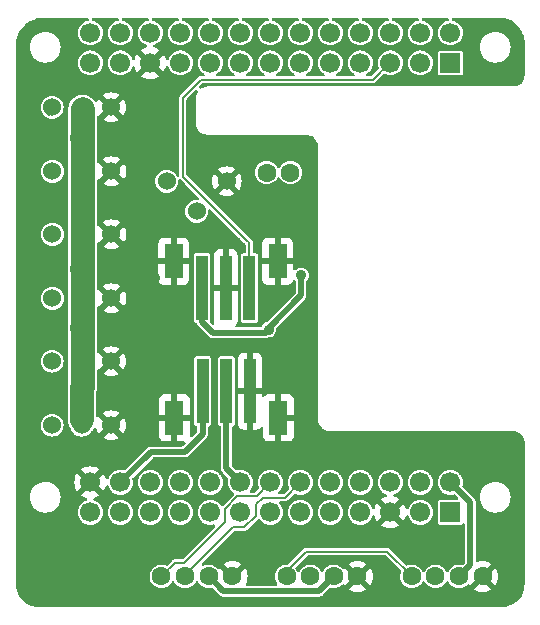
<source format=gtl>
G04 #@! TF.GenerationSoftware,KiCad,Pcbnew,7.0.5-0*
G04 #@! TF.CreationDate,2024-12-03T11:17:58-08:00*
G04 #@! TF.ProjectId,MilkVHat,4d696c6b-5648-4617-942e-6b696361645f,rev?*
G04 #@! TF.SameCoordinates,PX5f5e100PY5f5e100*
G04 #@! TF.FileFunction,Copper,L1,Top*
G04 #@! TF.FilePolarity,Positive*
%FSLAX46Y46*%
G04 Gerber Fmt 4.6, Leading zero omitted, Abs format (unit mm)*
G04 Created by KiCad (PCBNEW 7.0.5-0) date 2024-12-03 11:17:58*
%MOMM*%
%LPD*%
G01*
G04 APERTURE LIST*
G04 #@! TA.AperFunction,ComponentPad*
%ADD10C,1.600000*%
G04 #@! TD*
G04 #@! TA.AperFunction,SMDPad,CuDef*
%ADD11R,1.000000X5.500000*%
G04 #@! TD*
G04 #@! TA.AperFunction,SMDPad,CuDef*
%ADD12R,1.600000X3.000000*%
G04 #@! TD*
G04 #@! TA.AperFunction,ComponentPad*
%ADD13C,1.524003*%
G04 #@! TD*
G04 #@! TA.AperFunction,ComponentPad*
%ADD14R,1.700000X1.700000*%
G04 #@! TD*
G04 #@! TA.AperFunction,ComponentPad*
%ADD15C,1.700000*%
G04 #@! TD*
G04 #@! TA.AperFunction,ViaPad*
%ADD16C,0.900000*%
G04 #@! TD*
G04 #@! TA.AperFunction,Conductor*
%ADD17C,0.200000*%
G04 #@! TD*
G04 #@! TA.AperFunction,Conductor*
%ADD18C,0.500000*%
G04 #@! TD*
G04 #@! TA.AperFunction,Conductor*
%ADD19C,2.000000*%
G04 #@! TD*
G04 APERTURE END LIST*
D10*
X39675000Y2699999D03*
X37675000Y2699999D03*
X35675000Y2699999D03*
X33675000Y2699999D03*
X18475000Y2699999D03*
X16475000Y2699999D03*
X14475000Y2699999D03*
X12475000Y2699999D03*
X29075000Y2699999D03*
X27075000Y2699999D03*
X25075000Y2699999D03*
X23075000Y2699999D03*
D11*
X19974975Y18387019D03*
X17975000Y18385495D03*
X15974975Y18385495D03*
D12*
X13574924Y16137083D03*
X22375025Y16137083D03*
D13*
X8250000Y26250000D03*
X5749873Y26250000D03*
X3250000Y26250000D03*
D10*
X23400000Y36900000D03*
X21400000Y36900000D03*
D13*
X8220130Y20918503D03*
X5720003Y20918503D03*
X3220130Y20918503D03*
X8220130Y42418503D03*
X5720003Y42418503D03*
X3220130Y42418503D03*
D11*
X15925025Y27137541D03*
X17925000Y27139065D03*
X19925025Y27139065D03*
D12*
X22325076Y29387477D03*
X13524975Y29387477D03*
D13*
X8225000Y15500000D03*
X5724873Y15500000D03*
X3225000Y15500000D03*
X8250000Y37000000D03*
X5749873Y37000000D03*
X3250000Y37000000D03*
X18000000Y36149999D03*
X15459995Y33609993D03*
X12919990Y36149999D03*
X8250000Y31668503D03*
X5749873Y31668503D03*
X3250000Y31668503D03*
D14*
X36940030Y46179997D03*
D15*
X36940030Y48720003D03*
X34400025Y46179997D03*
X34400025Y48720003D03*
X31860020Y46179997D03*
X31860020Y48720003D03*
X29320015Y46179997D03*
X29320015Y48720003D03*
X26780010Y46179997D03*
X26780010Y48720003D03*
X24240005Y46179997D03*
X24240005Y48720003D03*
X21700000Y46179997D03*
X21700000Y48720003D03*
X19159995Y46179997D03*
X19159995Y48720003D03*
X16619990Y46179997D03*
X16619990Y48720003D03*
X14079985Y46179997D03*
X14079985Y48720003D03*
X11539980Y46179997D03*
X11539980Y48720003D03*
X8999975Y46179997D03*
X8999975Y48720003D03*
X6459970Y46179997D03*
X6459970Y48720003D03*
D14*
X36940030Y8129997D03*
D15*
X36940030Y10670003D03*
X34400025Y8129997D03*
X34400025Y10670003D03*
X31860020Y8129997D03*
X31860020Y10670003D03*
X29320015Y8129997D03*
X29320015Y10670003D03*
X26780010Y8129997D03*
X26780010Y10670003D03*
X24240005Y8129997D03*
X24240005Y10670003D03*
X21700000Y8129997D03*
X21700000Y10670003D03*
X19159995Y8129997D03*
X19159995Y10670003D03*
X16619990Y8129997D03*
X16619990Y10670003D03*
X14079985Y8129997D03*
X14079985Y10670003D03*
X11539980Y8129997D03*
X11539980Y10670003D03*
X8999975Y8129997D03*
X8999975Y10670003D03*
X6459970Y8129997D03*
X6459970Y10670003D03*
D16*
X1125000Y6449999D03*
X20075000Y31824999D03*
X12850000Y38250000D03*
X21875000Y38399999D03*
X11950000Y28000000D03*
X22950000Y23600000D03*
X11950000Y31950000D03*
X25199500Y29450000D03*
X22400000Y35600000D03*
X5775000Y39799999D03*
X5775000Y23699999D03*
X5825000Y34249999D03*
X5775000Y28749999D03*
X5775000Y18649999D03*
X24300000Y28200000D03*
X21550000Y23599999D03*
D17*
X14300000Y36550000D02*
X14300000Y43250000D01*
X19325000Y31525000D02*
X14300000Y36550000D01*
X19764339Y31074999D02*
X19325000Y31514338D01*
X19775001Y31074999D02*
X19764339Y31074999D01*
X19325000Y31514338D02*
X19325000Y31525000D01*
X19925000Y30925000D02*
X19775001Y31074999D01*
X30349150Y44749999D02*
X31854020Y46254869D01*
X15799999Y44749999D02*
X30349150Y44749999D01*
X14300000Y43250000D02*
X15799999Y44749999D01*
X19925000Y27099999D02*
X19925000Y30925000D01*
D18*
X19159995Y10670002D02*
X17975000Y11854997D01*
X17975000Y11854997D02*
X17975000Y18424561D01*
D17*
X24240005Y10670002D02*
X22950000Y9379997D01*
X18525000Y6849999D02*
X14475000Y2799999D01*
X21054998Y9379997D02*
X20475000Y8799999D01*
X20475000Y8799999D02*
X20475000Y7818655D01*
X19506344Y6849999D02*
X18525000Y6849999D01*
X20475000Y7818655D02*
X19506344Y6849999D01*
X22950000Y9379997D02*
X21054998Y9379997D01*
X14475000Y2799999D02*
X14475000Y2699999D01*
X21700000Y10670002D02*
X20529997Y9499999D01*
X18903652Y9499999D02*
X17825000Y8421347D01*
X20529997Y9499999D02*
X18903652Y9499999D01*
X17825000Y8421347D02*
X17825000Y7299999D01*
X17825000Y7299999D02*
X14375000Y3849999D01*
X14375000Y3849999D02*
X13625000Y3849999D01*
X13625000Y3849999D02*
X12475000Y2699999D01*
D18*
X5974873Y15749999D02*
X5599873Y15374999D01*
D19*
X5775000Y18649999D02*
X5775000Y15924872D01*
D18*
X5599873Y15374999D02*
X5574873Y15374999D01*
X17725000Y1449999D02*
X25825000Y1449999D01*
X25825000Y1449999D02*
X27075000Y2699999D01*
X16475000Y2699999D02*
X17725000Y1449999D01*
D17*
X23075000Y2699999D02*
X23075000Y3149999D01*
D18*
X36940030Y10670002D02*
X38624999Y8985033D01*
X38624999Y8985033D02*
X38624999Y3649998D01*
D17*
X31575000Y4799999D02*
X33675000Y2699999D01*
D18*
X38624999Y3649998D02*
X37675000Y2699999D01*
D17*
X23075000Y3149999D02*
X24725000Y4799999D01*
X24725000Y4799999D02*
X31575000Y4799999D01*
D18*
X31550000Y7819976D02*
X31860020Y8129996D01*
D19*
X5800000Y28774999D02*
X5800000Y34224999D01*
X5825000Y34249999D02*
X5800000Y34274999D01*
X5800000Y23674999D02*
X5775000Y23699999D01*
X5775000Y28749999D02*
X5800000Y28774999D01*
X5800000Y34224999D02*
X5825000Y34249999D01*
X5775000Y23699999D02*
X5800000Y23724999D01*
X5800000Y23724999D02*
X5800000Y28724999D01*
X5800000Y28724999D02*
X5775000Y28749999D01*
X5800000Y34274999D02*
X5800000Y39774999D01*
X5800000Y39774999D02*
X5775000Y39799999D01*
X5800000Y39824999D02*
X5800000Y42275126D01*
X5775000Y39799999D02*
X5800000Y39824999D01*
X5800000Y18674999D02*
X5800000Y23674999D01*
X5775000Y18649999D02*
X5800000Y18674999D01*
D18*
X21550000Y23749999D02*
X21550000Y23599999D01*
X16824999Y23350000D02*
X15925000Y24249999D01*
X24300000Y26499999D02*
X21550000Y23749999D01*
X15925000Y24249999D02*
X15925000Y27099999D01*
X24300000Y28200000D02*
X24300000Y26499999D01*
X21550000Y23599999D02*
X21300001Y23350000D01*
X21300001Y23350000D02*
X16824999Y23350000D01*
X15975000Y14774999D02*
X15975000Y18424561D01*
X11579973Y13250000D02*
X14450001Y13250000D01*
X14450001Y13250000D02*
X15975000Y14774999D01*
X8999975Y10670002D02*
X11579973Y13250000D01*
X3475000Y42449999D02*
X3000000Y41974999D01*
X3000000Y31949999D02*
X3400000Y31549999D01*
G04 #@! TA.AperFunction,Conductor*
G36*
X6290147Y49979816D02*
G01*
X6335902Y49927012D01*
X6345846Y49857854D01*
X6316821Y49794298D01*
X6259103Y49756840D01*
X6056013Y49695234D01*
X5957334Y49642488D01*
X5873520Y49597688D01*
X5873518Y49597687D01*
X5873517Y49597686D01*
X5713559Y49466414D01*
X5582287Y49306456D01*
X5582285Y49306453D01*
X5566840Y49277558D01*
X5484739Y49123960D01*
X5424669Y48925936D01*
X5404387Y48720004D01*
X5424669Y48514071D01*
X5425890Y48510047D01*
X5484738Y48316049D01*
X5582285Y48133553D01*
X5582287Y48133551D01*
X5713559Y47973593D01*
X5750460Y47943310D01*
X5873520Y47842318D01*
X6056016Y47744771D01*
X6254036Y47684703D01*
X6254035Y47684703D01*
X6272499Y47682885D01*
X6459970Y47664420D01*
X6665904Y47684703D01*
X6863924Y47744771D01*
X7046420Y47842318D01*
X7206380Y47973593D01*
X7337655Y48133553D01*
X7435202Y48316049D01*
X7495270Y48514069D01*
X7515553Y48720003D01*
X7495270Y48925937D01*
X7435202Y49123957D01*
X7337655Y49306453D01*
X7255805Y49406188D01*
X7206380Y49466414D01*
X7088647Y49563034D01*
X7046420Y49597688D01*
X6863924Y49695235D01*
X6665904Y49755303D01*
X6665903Y49755304D01*
X6660837Y49756840D01*
X6602398Y49795138D01*
X6573942Y49858950D01*
X6584502Y49928017D01*
X6630726Y49980411D01*
X6696832Y49999501D01*
X8763113Y49999501D01*
X8830152Y49979816D01*
X8875907Y49927012D01*
X8885851Y49857854D01*
X8856826Y49794298D01*
X8799108Y49756840D01*
X8596018Y49695234D01*
X8497339Y49642488D01*
X8413525Y49597688D01*
X8413523Y49597687D01*
X8413522Y49597686D01*
X8253564Y49466414D01*
X8122292Y49306456D01*
X8122290Y49306453D01*
X8106845Y49277558D01*
X8024744Y49123960D01*
X7964674Y48925936D01*
X7944392Y48720004D01*
X7964674Y48514071D01*
X7965895Y48510047D01*
X8024743Y48316049D01*
X8122290Y48133553D01*
X8122292Y48133551D01*
X8253564Y47973593D01*
X8290465Y47943310D01*
X8413525Y47842318D01*
X8596021Y47744771D01*
X8794041Y47684703D01*
X8794040Y47684703D01*
X8812504Y47682885D01*
X8999975Y47664420D01*
X9205909Y47684703D01*
X9403929Y47744771D01*
X9586425Y47842318D01*
X9746385Y47973593D01*
X9877660Y48133553D01*
X9975207Y48316049D01*
X10035275Y48514069D01*
X10055558Y48720003D01*
X10035275Y48925937D01*
X9975207Y49123957D01*
X9877660Y49306453D01*
X9795810Y49406188D01*
X9746385Y49466414D01*
X9628652Y49563034D01*
X9586425Y49597688D01*
X9403929Y49695235D01*
X9205909Y49755303D01*
X9205908Y49755304D01*
X9200842Y49756840D01*
X9142403Y49795138D01*
X9113947Y49858950D01*
X9124507Y49928017D01*
X9170731Y49980411D01*
X9236837Y49999501D01*
X11303118Y49999501D01*
X11370157Y49979816D01*
X11415912Y49927012D01*
X11425856Y49857854D01*
X11396831Y49794298D01*
X11339113Y49756840D01*
X11136023Y49695234D01*
X11037344Y49642488D01*
X10953530Y49597688D01*
X10953528Y49597687D01*
X10953527Y49597686D01*
X10793569Y49466414D01*
X10662297Y49306456D01*
X10662295Y49306453D01*
X10646850Y49277558D01*
X10564749Y49123960D01*
X10504679Y48925936D01*
X10484397Y48720003D01*
X10504679Y48514071D01*
X10505900Y48510047D01*
X10564748Y48316049D01*
X10662295Y48133553D01*
X10662297Y48133551D01*
X10793569Y47973593D01*
X10830470Y47943310D01*
X10953530Y47842318D01*
X11136026Y47744771D01*
X11202541Y47724594D01*
X11260979Y47686298D01*
X11289436Y47622486D01*
X11278877Y47553419D01*
X11232653Y47501025D01*
X11198640Y47486159D01*
X11076494Y47453430D01*
X11076487Y47453427D01*
X10862399Y47353596D01*
X10778605Y47294925D01*
X11368402Y46705128D01*
X11251515Y46654357D01*
X11134232Y46558940D01*
X11047040Y46435418D01*
X11016614Y46349810D01*
X10425053Y46941372D01*
X10425052Y46941371D01*
X10366381Y46857578D01*
X10266550Y46643490D01*
X10266547Y46643484D01*
X10233819Y46521339D01*
X10197454Y46461679D01*
X10134607Y46431150D01*
X10065231Y46439445D01*
X10011353Y46483930D01*
X9995383Y46517438D01*
X9994200Y46521339D01*
X9975207Y46583951D01*
X9877660Y46766447D01*
X9825677Y46829788D01*
X9746385Y46926408D01*
X9596096Y47049745D01*
X9586425Y47057682D01*
X9403929Y47155229D01*
X9205909Y47215297D01*
X9205907Y47215298D01*
X9205909Y47215298D01*
X9018438Y47233762D01*
X8999975Y47235580D01*
X8999974Y47235580D01*
X8794042Y47215298D01*
X8596018Y47155228D01*
X8508089Y47108228D01*
X8413525Y47057682D01*
X8413523Y47057681D01*
X8413522Y47057680D01*
X8253564Y46926408D01*
X8122292Y46766450D01*
X8024744Y46583954D01*
X7964674Y46385930D01*
X7944392Y46179998D01*
X7964674Y45974065D01*
X7980907Y45920551D01*
X8024743Y45776043D01*
X8122290Y45593547D01*
X8122292Y45593545D01*
X8253564Y45433587D01*
X8350184Y45354295D01*
X8413525Y45302312D01*
X8596021Y45204765D01*
X8794041Y45144697D01*
X8794040Y45144697D01*
X8812504Y45142879D01*
X8999975Y45124414D01*
X9205909Y45144697D01*
X9403929Y45204765D01*
X9586425Y45302312D01*
X9746385Y45433587D01*
X9877660Y45593547D01*
X9975207Y45776043D01*
X9995384Y45842559D01*
X10033681Y45900996D01*
X10097493Y45929452D01*
X10166560Y45918892D01*
X10218953Y45872668D01*
X10233819Y45838655D01*
X10266546Y45716514D01*
X10266550Y45716505D01*
X10366380Y45502418D01*
X10366382Y45502414D01*
X10425052Y45418624D01*
X10425053Y45418624D01*
X11014039Y46007611D01*
X11016852Y45994077D01*
X11086411Y45859833D01*
X11189610Y45749335D01*
X11318794Y45670776D01*
X11369971Y45656437D01*
X10778605Y45065072D01*
X10862401Y45006398D01*
X11076487Y44906568D01*
X11076496Y44906564D01*
X11304653Y44845430D01*
X11304664Y44845428D01*
X11539978Y44824840D01*
X11539982Y44824840D01*
X11775295Y44845428D01*
X11775306Y44845430D01*
X12003463Y44906564D01*
X12003472Y44906568D01*
X12217558Y45006397D01*
X12217562Y45006399D01*
X12301353Y45065071D01*
X12301353Y45065072D01*
X11711558Y45654867D01*
X11828445Y45705637D01*
X11945728Y45801054D01*
X12032920Y45924576D01*
X12063345Y46010184D01*
X12654905Y45418624D01*
X12654906Y45418624D01*
X12713578Y45502415D01*
X12713580Y45502419D01*
X12813409Y45716505D01*
X12813413Y45716514D01*
X12846140Y45838655D01*
X12882504Y45898315D01*
X12945351Y45928845D01*
X13014727Y45920551D01*
X13068605Y45876066D01*
X13084575Y45842558D01*
X13104752Y45776045D01*
X13104753Y45776043D01*
X13202300Y45593547D01*
X13202302Y45593545D01*
X13333574Y45433587D01*
X13430194Y45354295D01*
X13493535Y45302312D01*
X13676031Y45204765D01*
X13874051Y45144697D01*
X13874050Y45144697D01*
X13894332Y45142700D01*
X14079985Y45124414D01*
X14285919Y45144697D01*
X14483939Y45204765D01*
X14666435Y45302312D01*
X14826395Y45433587D01*
X14957670Y45593547D01*
X15055217Y45776043D01*
X15115285Y45974063D01*
X15135568Y46179997D01*
X15115285Y46385931D01*
X15055217Y46583951D01*
X14957670Y46766447D01*
X14905687Y46829788D01*
X14826395Y46926408D01*
X14676106Y47049745D01*
X14666435Y47057682D01*
X14483939Y47155229D01*
X14285919Y47215297D01*
X14285917Y47215298D01*
X14285919Y47215298D01*
X14098448Y47233762D01*
X14079985Y47235580D01*
X14079984Y47235580D01*
X13874052Y47215298D01*
X13676028Y47155228D01*
X13588099Y47108228D01*
X13493535Y47057682D01*
X13493533Y47057681D01*
X13493532Y47057680D01*
X13333574Y46926408D01*
X13202302Y46766450D01*
X13104753Y46583952D01*
X13084575Y46517436D01*
X13046277Y46458998D01*
X12982464Y46430542D01*
X12913398Y46441104D01*
X12861005Y46487329D01*
X12846140Y46521340D01*
X12813413Y46643481D01*
X12813409Y46643490D01*
X12713580Y46857574D01*
X12713579Y46857576D01*
X12654905Y46941371D01*
X12654905Y46941372D01*
X12065919Y46352386D01*
X12063108Y46365917D01*
X11993549Y46500161D01*
X11890350Y46610659D01*
X11761166Y46689218D01*
X11709988Y46703558D01*
X12301353Y47294924D01*
X12301353Y47294925D01*
X12217563Y47353595D01*
X12217559Y47353597D01*
X12003472Y47453427D01*
X12003465Y47453430D01*
X11881319Y47486159D01*
X11842206Y47510000D01*
X39434532Y47510000D01*
X39454364Y47283315D01*
X39454366Y47283304D01*
X39513258Y47063513D01*
X39513261Y47063504D01*
X39609431Y46857269D01*
X39609432Y46857267D01*
X39739954Y46670860D01*
X39900858Y46509956D01*
X39900861Y46509954D01*
X40087266Y46379433D01*
X40293504Y46283262D01*
X40513308Y46224366D01*
X40675230Y46210200D01*
X40739998Y46204533D01*
X40740000Y46204533D01*
X40740002Y46204533D01*
X40796673Y46209492D01*
X40966692Y46224366D01*
X41186496Y46283262D01*
X41392734Y46379433D01*
X41579139Y46509954D01*
X41740047Y46670862D01*
X41870568Y46857267D01*
X41966739Y47063505D01*
X42025635Y47283309D01*
X42045468Y47510001D01*
X42044372Y47522524D01*
X42031958Y47664421D01*
X42025635Y47736693D01*
X41980916Y47903586D01*
X41966741Y47956490D01*
X41966738Y47956499D01*
X41932214Y48030535D01*
X41870568Y48162735D01*
X41740047Y48349140D01*
X41740045Y48349143D01*
X41579141Y48510047D01*
X41392734Y48640569D01*
X41392732Y48640570D01*
X41186497Y48736740D01*
X41186488Y48736743D01*
X40966697Y48795635D01*
X40966693Y48795636D01*
X40966692Y48795636D01*
X40966691Y48795637D01*
X40966686Y48795637D01*
X40740002Y48815469D01*
X40739998Y48815469D01*
X40513313Y48795637D01*
X40513302Y48795635D01*
X40293511Y48736743D01*
X40293502Y48736740D01*
X40087267Y48640570D01*
X40087265Y48640569D01*
X39900858Y48510047D01*
X39739954Y48349143D01*
X39609432Y48162736D01*
X39609431Y48162734D01*
X39513261Y47956499D01*
X39513258Y47956490D01*
X39454366Y47736699D01*
X39454364Y47736688D01*
X39434532Y47510003D01*
X39434532Y47510000D01*
X11842206Y47510000D01*
X11821659Y47522524D01*
X11791130Y47585371D01*
X11799425Y47654747D01*
X11843910Y47708625D01*
X11877414Y47724593D01*
X11943934Y47744771D01*
X12126430Y47842318D01*
X12286390Y47973593D01*
X12417665Y48133553D01*
X12515212Y48316049D01*
X12575280Y48514069D01*
X12595563Y48720003D01*
X12575280Y48925937D01*
X12515212Y49123957D01*
X12417665Y49306453D01*
X12335815Y49406188D01*
X12286390Y49466414D01*
X12168657Y49563034D01*
X12126430Y49597688D01*
X11943934Y49695235D01*
X11745914Y49755303D01*
X11745913Y49755304D01*
X11740847Y49756840D01*
X11682408Y49795138D01*
X11653952Y49858950D01*
X11664512Y49928017D01*
X11710736Y49980411D01*
X11776842Y49999501D01*
X13843123Y49999501D01*
X13910162Y49979816D01*
X13955917Y49927012D01*
X13965861Y49857854D01*
X13936836Y49794298D01*
X13879118Y49756840D01*
X13676028Y49695234D01*
X13577349Y49642488D01*
X13493535Y49597688D01*
X13493533Y49597687D01*
X13493532Y49597686D01*
X13333574Y49466414D01*
X13202302Y49306456D01*
X13202300Y49306453D01*
X13186855Y49277558D01*
X13104754Y49123960D01*
X13044684Y48925936D01*
X13024402Y48720004D01*
X13044684Y48514071D01*
X13045905Y48510047D01*
X13104753Y48316049D01*
X13202300Y48133553D01*
X13202302Y48133551D01*
X13333574Y47973593D01*
X13370475Y47943310D01*
X13493535Y47842318D01*
X13676031Y47744771D01*
X13874051Y47684703D01*
X13874050Y47684703D01*
X13892514Y47682885D01*
X14079985Y47664420D01*
X14285919Y47684703D01*
X14483939Y47744771D01*
X14666435Y47842318D01*
X14826395Y47973593D01*
X14957670Y48133553D01*
X15055217Y48316049D01*
X15115285Y48514069D01*
X15135568Y48720003D01*
X15115285Y48925937D01*
X15055217Y49123957D01*
X14957670Y49306453D01*
X14875820Y49406188D01*
X14826395Y49466414D01*
X14708662Y49563034D01*
X14666435Y49597688D01*
X14483939Y49695235D01*
X14285919Y49755303D01*
X14285918Y49755304D01*
X14280852Y49756840D01*
X14222413Y49795138D01*
X14193957Y49858950D01*
X14204517Y49928017D01*
X14250741Y49980411D01*
X14316847Y49999501D01*
X16383128Y49999501D01*
X16450167Y49979816D01*
X16495922Y49927012D01*
X16505866Y49857854D01*
X16476841Y49794298D01*
X16419123Y49756840D01*
X16216033Y49695234D01*
X16117354Y49642488D01*
X16033540Y49597688D01*
X16033538Y49597687D01*
X16033537Y49597686D01*
X15873579Y49466414D01*
X15742307Y49306456D01*
X15742305Y49306453D01*
X15726860Y49277558D01*
X15644759Y49123960D01*
X15584689Y48925936D01*
X15564407Y48720003D01*
X15584689Y48514071D01*
X15585910Y48510047D01*
X15644758Y48316049D01*
X15742305Y48133553D01*
X15742307Y48133551D01*
X15873579Y47973593D01*
X15910480Y47943310D01*
X16033540Y47842318D01*
X16216036Y47744771D01*
X16414056Y47684703D01*
X16414055Y47684703D01*
X16434338Y47682706D01*
X16619990Y47664420D01*
X16825924Y47684703D01*
X17023944Y47744771D01*
X17206440Y47842318D01*
X17366400Y47973593D01*
X17497675Y48133553D01*
X17595222Y48316049D01*
X17655290Y48514069D01*
X17675573Y48720003D01*
X17655290Y48925937D01*
X17595222Y49123957D01*
X17497675Y49306453D01*
X17415825Y49406188D01*
X17366400Y49466414D01*
X17248667Y49563034D01*
X17206440Y49597688D01*
X17023944Y49695235D01*
X16825924Y49755303D01*
X16825923Y49755304D01*
X16820857Y49756840D01*
X16762418Y49795138D01*
X16733962Y49858950D01*
X16744522Y49928017D01*
X16790746Y49980411D01*
X16856852Y49999501D01*
X18923133Y49999501D01*
X18990172Y49979816D01*
X19035927Y49927012D01*
X19045871Y49857854D01*
X19016846Y49794298D01*
X18959128Y49756840D01*
X18756038Y49695234D01*
X18657359Y49642488D01*
X18573545Y49597688D01*
X18573543Y49597687D01*
X18573542Y49597686D01*
X18413584Y49466414D01*
X18282312Y49306456D01*
X18282310Y49306453D01*
X18266865Y49277558D01*
X18184764Y49123960D01*
X18124694Y48925936D01*
X18104412Y48720004D01*
X18124694Y48514071D01*
X18125915Y48510047D01*
X18184763Y48316049D01*
X18282310Y48133553D01*
X18282312Y48133551D01*
X18413584Y47973593D01*
X18450485Y47943310D01*
X18573545Y47842318D01*
X18756041Y47744771D01*
X18954061Y47684703D01*
X18954060Y47684703D01*
X18972524Y47682885D01*
X19159995Y47664420D01*
X19365929Y47684703D01*
X19563949Y47744771D01*
X19746445Y47842318D01*
X19906405Y47973593D01*
X20037680Y48133553D01*
X20135227Y48316049D01*
X20195295Y48514069D01*
X20215578Y48720003D01*
X20195295Y48925937D01*
X20135227Y49123957D01*
X20037680Y49306453D01*
X19955830Y49406188D01*
X19906405Y49466414D01*
X19788672Y49563034D01*
X19746445Y49597688D01*
X19563949Y49695235D01*
X19365929Y49755303D01*
X19365928Y49755304D01*
X19360862Y49756840D01*
X19302423Y49795138D01*
X19273967Y49858950D01*
X19284527Y49928017D01*
X19330751Y49980411D01*
X19396857Y49999501D01*
X21463138Y49999501D01*
X21530177Y49979816D01*
X21575932Y49927012D01*
X21585876Y49857854D01*
X21556851Y49794298D01*
X21499133Y49756840D01*
X21296043Y49695234D01*
X21197364Y49642488D01*
X21113550Y49597688D01*
X21113548Y49597687D01*
X21113547Y49597686D01*
X20953589Y49466414D01*
X20822317Y49306456D01*
X20822315Y49306453D01*
X20806870Y49277558D01*
X20724769Y49123960D01*
X20664699Y48925936D01*
X20644417Y48720004D01*
X20664699Y48514071D01*
X20665920Y48510047D01*
X20724768Y48316049D01*
X20822315Y48133553D01*
X20822317Y48133551D01*
X20953589Y47973593D01*
X20990490Y47943310D01*
X21113550Y47842318D01*
X21296046Y47744771D01*
X21494066Y47684703D01*
X21494065Y47684703D01*
X21514348Y47682706D01*
X21700000Y47664420D01*
X21905934Y47684703D01*
X22103954Y47744771D01*
X22286450Y47842318D01*
X22446410Y47973593D01*
X22577685Y48133553D01*
X22675232Y48316049D01*
X22735300Y48514069D01*
X22755583Y48720003D01*
X22735300Y48925937D01*
X22675232Y49123957D01*
X22577685Y49306453D01*
X22495835Y49406188D01*
X22446410Y49466414D01*
X22328677Y49563034D01*
X22286450Y49597688D01*
X22103954Y49695235D01*
X21905934Y49755303D01*
X21905933Y49755304D01*
X21900867Y49756840D01*
X21842428Y49795138D01*
X21813972Y49858950D01*
X21824532Y49928017D01*
X21870756Y49980411D01*
X21936862Y49999501D01*
X24003143Y49999501D01*
X24070182Y49979816D01*
X24115937Y49927012D01*
X24125881Y49857854D01*
X24096856Y49794298D01*
X24039138Y49756840D01*
X23836048Y49695234D01*
X23737369Y49642488D01*
X23653555Y49597688D01*
X23653553Y49597687D01*
X23653552Y49597686D01*
X23493594Y49466414D01*
X23362322Y49306456D01*
X23362320Y49306453D01*
X23346875Y49277558D01*
X23264774Y49123960D01*
X23204704Y48925936D01*
X23184422Y48720004D01*
X23204704Y48514071D01*
X23205925Y48510047D01*
X23264773Y48316049D01*
X23362320Y48133553D01*
X23362322Y48133551D01*
X23493594Y47973593D01*
X23530495Y47943310D01*
X23653555Y47842318D01*
X23836051Y47744771D01*
X24034071Y47684703D01*
X24034070Y47684703D01*
X24052534Y47682885D01*
X24240005Y47664420D01*
X24445939Y47684703D01*
X24643959Y47744771D01*
X24826455Y47842318D01*
X24986415Y47973593D01*
X25117690Y48133553D01*
X25215237Y48316049D01*
X25275305Y48514069D01*
X25295588Y48720003D01*
X25275305Y48925937D01*
X25215237Y49123957D01*
X25117690Y49306453D01*
X25035840Y49406188D01*
X24986415Y49466414D01*
X24868682Y49563034D01*
X24826455Y49597688D01*
X24643959Y49695235D01*
X24445939Y49755303D01*
X24445938Y49755304D01*
X24440872Y49756840D01*
X24382433Y49795138D01*
X24353977Y49858950D01*
X24364537Y49928017D01*
X24410761Y49980411D01*
X24476867Y49999501D01*
X26543148Y49999501D01*
X26610187Y49979816D01*
X26655942Y49927012D01*
X26665886Y49857854D01*
X26636861Y49794298D01*
X26579143Y49756840D01*
X26376053Y49695234D01*
X26277374Y49642488D01*
X26193560Y49597688D01*
X26193558Y49597687D01*
X26193557Y49597686D01*
X26033599Y49466414D01*
X25902327Y49306456D01*
X25902325Y49306453D01*
X25886880Y49277558D01*
X25804779Y49123960D01*
X25744709Y48925936D01*
X25724427Y48720004D01*
X25744709Y48514071D01*
X25745930Y48510047D01*
X25804778Y48316049D01*
X25902325Y48133553D01*
X25902327Y48133551D01*
X26033599Y47973593D01*
X26070500Y47943310D01*
X26193560Y47842318D01*
X26376056Y47744771D01*
X26574076Y47684703D01*
X26574075Y47684703D01*
X26594357Y47682706D01*
X26780010Y47664420D01*
X26985944Y47684703D01*
X27183964Y47744771D01*
X27366460Y47842318D01*
X27526420Y47973593D01*
X27657695Y48133553D01*
X27755242Y48316049D01*
X27815310Y48514069D01*
X27835593Y48720003D01*
X27815310Y48925937D01*
X27755242Y49123957D01*
X27657695Y49306453D01*
X27575845Y49406188D01*
X27526420Y49466414D01*
X27408687Y49563034D01*
X27366460Y49597688D01*
X27183964Y49695235D01*
X26985944Y49755303D01*
X26985943Y49755304D01*
X26980877Y49756840D01*
X26922438Y49795138D01*
X26893982Y49858950D01*
X26904542Y49928017D01*
X26950766Y49980411D01*
X27016872Y49999501D01*
X29083153Y49999501D01*
X29150192Y49979816D01*
X29195947Y49927012D01*
X29205891Y49857854D01*
X29176866Y49794298D01*
X29119148Y49756840D01*
X28916058Y49695234D01*
X28817379Y49642488D01*
X28733565Y49597688D01*
X28733563Y49597687D01*
X28733562Y49597686D01*
X28573604Y49466414D01*
X28442332Y49306456D01*
X28442330Y49306453D01*
X28426885Y49277558D01*
X28344784Y49123960D01*
X28284714Y48925936D01*
X28264432Y48720003D01*
X28284714Y48514071D01*
X28285935Y48510047D01*
X28344783Y48316049D01*
X28442330Y48133553D01*
X28442332Y48133551D01*
X28573604Y47973593D01*
X28610505Y47943310D01*
X28733565Y47842318D01*
X28916061Y47744771D01*
X29114081Y47684703D01*
X29114080Y47684703D01*
X29132544Y47682885D01*
X29320015Y47664420D01*
X29525949Y47684703D01*
X29723969Y47744771D01*
X29906465Y47842318D01*
X30066425Y47973593D01*
X30197700Y48133553D01*
X30295247Y48316049D01*
X30355315Y48514069D01*
X30375598Y48720003D01*
X30355315Y48925937D01*
X30295247Y49123957D01*
X30197700Y49306453D01*
X30115850Y49406188D01*
X30066425Y49466414D01*
X29948692Y49563034D01*
X29906465Y49597688D01*
X29723969Y49695235D01*
X29525949Y49755303D01*
X29525948Y49755304D01*
X29520882Y49756840D01*
X29462443Y49795138D01*
X29433987Y49858950D01*
X29444547Y49928017D01*
X29490771Y49980411D01*
X29556877Y49999501D01*
X31623158Y49999501D01*
X31690197Y49979816D01*
X31735952Y49927012D01*
X31745896Y49857854D01*
X31716871Y49794298D01*
X31659153Y49756840D01*
X31456063Y49695234D01*
X31357384Y49642488D01*
X31273570Y49597688D01*
X31273568Y49597687D01*
X31273567Y49597686D01*
X31113609Y49466414D01*
X30982337Y49306456D01*
X30982335Y49306453D01*
X30966890Y49277558D01*
X30884789Y49123960D01*
X30824719Y48925936D01*
X30804437Y48720004D01*
X30824719Y48514071D01*
X30825940Y48510047D01*
X30884788Y48316049D01*
X30982335Y48133553D01*
X30982337Y48133551D01*
X31113609Y47973593D01*
X31150510Y47943310D01*
X31273570Y47842318D01*
X31456066Y47744771D01*
X31654086Y47684703D01*
X31654085Y47684703D01*
X31674368Y47682706D01*
X31860020Y47664420D01*
X32065954Y47684703D01*
X32263974Y47744771D01*
X32446470Y47842318D01*
X32606430Y47973593D01*
X32737705Y48133553D01*
X32835252Y48316049D01*
X32895320Y48514069D01*
X32915603Y48720003D01*
X32895320Y48925937D01*
X32835252Y49123957D01*
X32737705Y49306453D01*
X32655855Y49406188D01*
X32606430Y49466414D01*
X32488697Y49563034D01*
X32446470Y49597688D01*
X32263974Y49695235D01*
X32065954Y49755303D01*
X32065953Y49755304D01*
X32060887Y49756840D01*
X32002448Y49795138D01*
X31973992Y49858950D01*
X31984552Y49928017D01*
X32030776Y49980411D01*
X32096882Y49999501D01*
X34163163Y49999501D01*
X34230202Y49979816D01*
X34275957Y49927012D01*
X34285901Y49857854D01*
X34256876Y49794298D01*
X34199158Y49756840D01*
X33996068Y49695234D01*
X33897389Y49642488D01*
X33813575Y49597688D01*
X33813573Y49597687D01*
X33813572Y49597686D01*
X33653614Y49466414D01*
X33522342Y49306456D01*
X33522340Y49306453D01*
X33506895Y49277558D01*
X33424794Y49123960D01*
X33364724Y48925936D01*
X33344442Y48720003D01*
X33364724Y48514071D01*
X33365945Y48510047D01*
X33424793Y48316049D01*
X33522340Y48133553D01*
X33522342Y48133551D01*
X33653614Y47973593D01*
X33690515Y47943310D01*
X33813575Y47842318D01*
X33996071Y47744771D01*
X34194091Y47684703D01*
X34194090Y47684703D01*
X34212554Y47682885D01*
X34400025Y47664420D01*
X34605959Y47684703D01*
X34803979Y47744771D01*
X34986475Y47842318D01*
X35146435Y47973593D01*
X35277710Y48133553D01*
X35375257Y48316049D01*
X35435325Y48514069D01*
X35455608Y48720003D01*
X35435325Y48925937D01*
X35375257Y49123957D01*
X35277710Y49306453D01*
X35195860Y49406188D01*
X35146435Y49466414D01*
X35028702Y49563034D01*
X34986475Y49597688D01*
X34803979Y49695235D01*
X34605959Y49755303D01*
X34605958Y49755304D01*
X34600892Y49756840D01*
X34542453Y49795138D01*
X34513997Y49858950D01*
X34524557Y49928017D01*
X34570781Y49980411D01*
X34636887Y49999501D01*
X36703168Y49999501D01*
X36770207Y49979816D01*
X36815962Y49927012D01*
X36825906Y49857854D01*
X36796881Y49794298D01*
X36739163Y49756840D01*
X36536073Y49695234D01*
X36437394Y49642488D01*
X36353580Y49597688D01*
X36353578Y49597687D01*
X36353577Y49597686D01*
X36193619Y49466414D01*
X36062347Y49306456D01*
X36062345Y49306453D01*
X36046900Y49277558D01*
X35964799Y49123960D01*
X35904729Y48925936D01*
X35884447Y48720004D01*
X35904729Y48514071D01*
X35905950Y48510047D01*
X35964798Y48316049D01*
X36062345Y48133553D01*
X36062347Y48133551D01*
X36193619Y47973593D01*
X36230520Y47943310D01*
X36353580Y47842318D01*
X36536076Y47744771D01*
X36734096Y47684703D01*
X36734095Y47684703D01*
X36754378Y47682706D01*
X36940030Y47664420D01*
X37145964Y47684703D01*
X37343984Y47744771D01*
X37526480Y47842318D01*
X37686440Y47973593D01*
X37817715Y48133553D01*
X37915262Y48316049D01*
X37975330Y48514069D01*
X37995613Y48720003D01*
X37975330Y48925937D01*
X37915262Y49123957D01*
X37817715Y49306453D01*
X37735865Y49406188D01*
X37686440Y49466414D01*
X37568707Y49563034D01*
X37526480Y49597688D01*
X37343984Y49695235D01*
X37145964Y49755303D01*
X37145963Y49755304D01*
X37140897Y49756840D01*
X37082458Y49795138D01*
X37054002Y49858950D01*
X37064562Y49928017D01*
X37110786Y49980411D01*
X37176892Y49999501D01*
X41267792Y49999501D01*
X41286021Y49998154D01*
X41298193Y49996345D01*
X41541766Y49960145D01*
X41549492Y49958488D01*
X41750019Y49901885D01*
X41804487Y49886509D01*
X41811949Y49883879D01*
X42055707Y49780047D01*
X42062774Y49776489D01*
X42291342Y49642488D01*
X42297888Y49638068D01*
X42507556Y49476072D01*
X42513487Y49470854D01*
X42700851Y49283490D01*
X42706069Y49277559D01*
X42868063Y49067893D01*
X42872486Y49061345D01*
X43006488Y48832776D01*
X43010046Y48825709D01*
X43113879Y48581949D01*
X43116509Y48574487D01*
X43134699Y48510048D01*
X43180118Y48349140D01*
X43188484Y48319505D01*
X43190143Y48311769D01*
X43212294Y48162735D01*
X43227810Y48058334D01*
X43228153Y48056030D01*
X43229500Y48037801D01*
X43229500Y45141207D01*
X43229264Y45135806D01*
X43228712Y45129497D01*
X43216020Y44984432D01*
X43212267Y44963147D01*
X43175045Y44824231D01*
X43167652Y44803919D01*
X43106875Y44673582D01*
X43096068Y44654864D01*
X43013581Y44537060D01*
X42999687Y44520502D01*
X42897998Y44418813D01*
X42881440Y44404919D01*
X42763636Y44322432D01*
X42744918Y44311625D01*
X42614582Y44250848D01*
X42594270Y44243455D01*
X42455354Y44206233D01*
X42434069Y44202480D01*
X42316906Y44192229D01*
X42282706Y44189237D01*
X42277305Y44189001D01*
X16465661Y44189001D01*
X16465613Y44189015D01*
X16322380Y44189014D01*
X16322379Y44189014D01*
X16322378Y44189013D01*
X16287071Y44182787D01*
X16141360Y44157093D01*
X15968623Y44094221D01*
X15968619Y44094219D01*
X15839235Y44019516D01*
X15771335Y44003042D01*
X15705308Y44025894D01*
X15662117Y44080814D01*
X15655475Y44150368D01*
X15687490Y44212471D01*
X15689518Y44214548D01*
X15888150Y44413180D01*
X15949474Y44446665D01*
X15975832Y44449499D01*
X30286309Y44449499D01*
X30294883Y44448904D01*
X30306911Y44447227D01*
X30306911Y44447228D01*
X30306915Y44447226D01*
X30350070Y44449221D01*
X30354660Y44449433D01*
X30357523Y44449499D01*
X30376993Y44449499D01*
X30376994Y44449499D01*
X30379618Y44449990D01*
X30388171Y44450983D01*
X30389395Y44451040D01*
X30419142Y44452414D01*
X30425472Y44455210D01*
X30452779Y44463667D01*
X30459583Y44464938D01*
X30485947Y44481263D01*
X30493542Y44485266D01*
X30521915Y44497793D01*
X30526811Y44502690D01*
X30549219Y44520438D01*
X30555102Y44524080D01*
X30573799Y44548841D01*
X30579416Y44555296D01*
X31242992Y45218871D01*
X31304313Y45252354D01*
X31374005Y45247370D01*
X31389125Y45240546D01*
X31456066Y45204765D01*
X31654086Y45144697D01*
X31654085Y45144697D01*
X31672549Y45142879D01*
X31860020Y45124414D01*
X32065954Y45144697D01*
X32263974Y45204765D01*
X32446470Y45302312D01*
X32606430Y45433587D01*
X32737705Y45593547D01*
X32835252Y45776043D01*
X32895320Y45974063D01*
X32915603Y46179997D01*
X33344442Y46179997D01*
X33364724Y45974065D01*
X33380957Y45920551D01*
X33424793Y45776043D01*
X33522340Y45593547D01*
X33522342Y45593545D01*
X33653614Y45433587D01*
X33750234Y45354295D01*
X33813575Y45302312D01*
X33996071Y45204765D01*
X34194091Y45144697D01*
X34194090Y45144697D01*
X34212554Y45142879D01*
X34400025Y45124414D01*
X34605959Y45144697D01*
X34803979Y45204765D01*
X34986475Y45302312D01*
X34996141Y45310245D01*
X35889530Y45310245D01*
X35901161Y45251768D01*
X35901162Y45251767D01*
X35945477Y45185445D01*
X36011799Y45141130D01*
X36011800Y45141129D01*
X36070277Y45129498D01*
X36070280Y45129497D01*
X36070282Y45129497D01*
X37809780Y45129497D01*
X37809781Y45129498D01*
X37824598Y45132445D01*
X37868259Y45141129D01*
X37868259Y45141130D01*
X37868261Y45141130D01*
X37934582Y45185445D01*
X37978897Y45251766D01*
X37978897Y45251768D01*
X37978898Y45251768D01*
X37990529Y45310245D01*
X37990530Y45310247D01*
X37990530Y47049748D01*
X37990529Y47049750D01*
X37978898Y47108227D01*
X37978897Y47108228D01*
X37934582Y47174550D01*
X37868260Y47218865D01*
X37868259Y47218866D01*
X37809782Y47230497D01*
X37809778Y47230497D01*
X36070282Y47230497D01*
X36070277Y47230497D01*
X36011800Y47218866D01*
X36011799Y47218865D01*
X35945477Y47174550D01*
X35901162Y47108228D01*
X35901161Y47108227D01*
X35889530Y47049750D01*
X35889530Y45310245D01*
X34996141Y45310245D01*
X35146435Y45433587D01*
X35277710Y45593547D01*
X35375257Y45776043D01*
X35435325Y45974063D01*
X35455608Y46179997D01*
X35435325Y46385931D01*
X35375257Y46583951D01*
X35277710Y46766447D01*
X35225727Y46829788D01*
X35146435Y46926408D01*
X34996146Y47049745D01*
X34986475Y47057682D01*
X34803979Y47155229D01*
X34605959Y47215297D01*
X34605957Y47215298D01*
X34605959Y47215298D01*
X34400025Y47235580D01*
X34194092Y47215298D01*
X33996068Y47155228D01*
X33908139Y47108228D01*
X33813575Y47057682D01*
X33813573Y47057681D01*
X33813572Y47057680D01*
X33653614Y46926408D01*
X33522342Y46766450D01*
X33424794Y46583954D01*
X33364724Y46385930D01*
X33344442Y46179997D01*
X32915603Y46179997D01*
X32895320Y46385931D01*
X32835252Y46583951D01*
X32737705Y46766447D01*
X32685722Y46829788D01*
X32606430Y46926408D01*
X32456141Y47049745D01*
X32446470Y47057682D01*
X32263974Y47155229D01*
X32065954Y47215297D01*
X32065952Y47215298D01*
X32065954Y47215298D01*
X31878483Y47233762D01*
X31860020Y47235580D01*
X31860019Y47235580D01*
X31654087Y47215298D01*
X31456063Y47155228D01*
X31368134Y47108228D01*
X31273570Y47057682D01*
X31273568Y47057681D01*
X31273567Y47057680D01*
X31113609Y46926408D01*
X30982337Y46766450D01*
X30884789Y46583954D01*
X30824719Y46385930D01*
X30804437Y46179998D01*
X30824719Y45974065D01*
X30840952Y45920551D01*
X30864611Y45842557D01*
X30878443Y45796961D01*
X30879066Y45727094D01*
X30847463Y45673285D01*
X30260998Y45086818D01*
X30199675Y45053333D01*
X30173317Y45050499D01*
X29930392Y45050499D01*
X29863353Y45070184D01*
X29817598Y45122988D01*
X29807654Y45192146D01*
X29836679Y45255702D01*
X29871938Y45283857D01*
X29872015Y45283898D01*
X29906465Y45302312D01*
X30066425Y45433587D01*
X30197700Y45593547D01*
X30295247Y45776043D01*
X30355315Y45974063D01*
X30375598Y46179997D01*
X30355315Y46385931D01*
X30295247Y46583951D01*
X30197700Y46766447D01*
X30145717Y46829788D01*
X30066425Y46926408D01*
X29916136Y47049745D01*
X29906465Y47057682D01*
X29723969Y47155229D01*
X29525949Y47215297D01*
X29525947Y47215298D01*
X29525949Y47215298D01*
X29320015Y47235580D01*
X29114082Y47215298D01*
X28916058Y47155228D01*
X28828129Y47108228D01*
X28733565Y47057682D01*
X28733563Y47057681D01*
X28733562Y47057680D01*
X28573604Y46926408D01*
X28442332Y46766450D01*
X28344784Y46583954D01*
X28284714Y46385930D01*
X28264432Y46179997D01*
X28284714Y45974065D01*
X28300947Y45920551D01*
X28344783Y45776043D01*
X28442330Y45593547D01*
X28442332Y45593545D01*
X28573604Y45433587D01*
X28670224Y45354295D01*
X28733565Y45302312D01*
X28768015Y45283898D01*
X28768092Y45283857D01*
X28817936Y45234894D01*
X28833396Y45166756D01*
X28809564Y45101076D01*
X28754006Y45058708D01*
X28709638Y45050499D01*
X27390387Y45050499D01*
X27323348Y45070184D01*
X27277593Y45122988D01*
X27267649Y45192146D01*
X27296674Y45255702D01*
X27331933Y45283857D01*
X27332010Y45283898D01*
X27366460Y45302312D01*
X27526420Y45433587D01*
X27657695Y45593547D01*
X27755242Y45776043D01*
X27815310Y45974063D01*
X27835593Y46179997D01*
X27815310Y46385931D01*
X27755242Y46583951D01*
X27657695Y46766447D01*
X27605712Y46829788D01*
X27526420Y46926408D01*
X27376131Y47049745D01*
X27366460Y47057682D01*
X27183964Y47155229D01*
X26985944Y47215297D01*
X26985942Y47215298D01*
X26985944Y47215298D01*
X26780010Y47235580D01*
X26574077Y47215298D01*
X26376053Y47155228D01*
X26288124Y47108228D01*
X26193560Y47057682D01*
X26193558Y47057681D01*
X26193557Y47057680D01*
X26033599Y46926408D01*
X25902327Y46766450D01*
X25804779Y46583954D01*
X25744709Y46385930D01*
X25724427Y46179997D01*
X25744709Y45974065D01*
X25760942Y45920551D01*
X25804778Y45776043D01*
X25902325Y45593547D01*
X25902327Y45593545D01*
X26033599Y45433587D01*
X26130219Y45354295D01*
X26193560Y45302312D01*
X26228010Y45283898D01*
X26228087Y45283857D01*
X26277931Y45234894D01*
X26293391Y45166756D01*
X26269559Y45101076D01*
X26214001Y45058708D01*
X26169633Y45050499D01*
X24850382Y45050499D01*
X24783343Y45070184D01*
X24737588Y45122988D01*
X24727644Y45192146D01*
X24756669Y45255702D01*
X24791928Y45283857D01*
X24792005Y45283898D01*
X24826455Y45302312D01*
X24986415Y45433587D01*
X25117690Y45593547D01*
X25215237Y45776043D01*
X25275305Y45974063D01*
X25295588Y46179997D01*
X25275305Y46385931D01*
X25215237Y46583951D01*
X25117690Y46766447D01*
X25065707Y46829788D01*
X24986415Y46926408D01*
X24836126Y47049745D01*
X24826455Y47057682D01*
X24643959Y47155229D01*
X24445939Y47215297D01*
X24445937Y47215298D01*
X24445939Y47215298D01*
X24240005Y47235580D01*
X24034072Y47215298D01*
X23836048Y47155228D01*
X23748119Y47108228D01*
X23653555Y47057682D01*
X23653553Y47057681D01*
X23653552Y47057680D01*
X23493594Y46926408D01*
X23362322Y46766450D01*
X23264774Y46583954D01*
X23204704Y46385930D01*
X23184422Y46179997D01*
X23204704Y45974065D01*
X23220937Y45920551D01*
X23264773Y45776043D01*
X23362320Y45593547D01*
X23362322Y45593545D01*
X23493594Y45433587D01*
X23590214Y45354295D01*
X23653555Y45302312D01*
X23688005Y45283898D01*
X23688082Y45283857D01*
X23737926Y45234894D01*
X23753386Y45166756D01*
X23729554Y45101076D01*
X23673996Y45058708D01*
X23629628Y45050499D01*
X22310377Y45050499D01*
X22243338Y45070184D01*
X22197583Y45122988D01*
X22187639Y45192146D01*
X22216664Y45255702D01*
X22251923Y45283857D01*
X22252000Y45283898D01*
X22286450Y45302312D01*
X22446410Y45433587D01*
X22577685Y45593547D01*
X22675232Y45776043D01*
X22735300Y45974063D01*
X22755583Y46179997D01*
X22735300Y46385931D01*
X22675232Y46583951D01*
X22577685Y46766447D01*
X22525702Y46829788D01*
X22446410Y46926408D01*
X22296121Y47049745D01*
X22286450Y47057682D01*
X22103954Y47155229D01*
X21905934Y47215297D01*
X21905932Y47215298D01*
X21905934Y47215298D01*
X21700000Y47235580D01*
X21494067Y47215298D01*
X21296043Y47155228D01*
X21208114Y47108228D01*
X21113550Y47057682D01*
X21113548Y47057681D01*
X21113547Y47057680D01*
X20953589Y46926408D01*
X20822317Y46766450D01*
X20724769Y46583954D01*
X20664699Y46385930D01*
X20644417Y46179997D01*
X20664699Y45974065D01*
X20680932Y45920551D01*
X20724768Y45776043D01*
X20822315Y45593547D01*
X20822317Y45593545D01*
X20953589Y45433587D01*
X21050209Y45354295D01*
X21113550Y45302312D01*
X21148000Y45283898D01*
X21148077Y45283857D01*
X21197921Y45234894D01*
X21213381Y45166756D01*
X21189549Y45101076D01*
X21133991Y45058708D01*
X21089623Y45050499D01*
X19770372Y45050499D01*
X19703333Y45070184D01*
X19657578Y45122988D01*
X19647634Y45192146D01*
X19676659Y45255702D01*
X19711918Y45283857D01*
X19711995Y45283898D01*
X19746445Y45302312D01*
X19906405Y45433587D01*
X20037680Y45593547D01*
X20135227Y45776043D01*
X20195295Y45974063D01*
X20215578Y46179997D01*
X20195295Y46385931D01*
X20135227Y46583951D01*
X20037680Y46766447D01*
X19985697Y46829788D01*
X19906405Y46926408D01*
X19756116Y47049745D01*
X19746445Y47057682D01*
X19563949Y47155229D01*
X19365929Y47215297D01*
X19365927Y47215298D01*
X19365929Y47215298D01*
X19159995Y47235580D01*
X18954062Y47215298D01*
X18756038Y47155228D01*
X18668109Y47108228D01*
X18573545Y47057682D01*
X18573543Y47057681D01*
X18573542Y47057680D01*
X18413584Y46926408D01*
X18282312Y46766450D01*
X18184764Y46583954D01*
X18124694Y46385930D01*
X18104412Y46179998D01*
X18124694Y45974065D01*
X18140927Y45920551D01*
X18184763Y45776043D01*
X18282310Y45593547D01*
X18282312Y45593545D01*
X18413584Y45433587D01*
X18510204Y45354295D01*
X18573545Y45302312D01*
X18607995Y45283898D01*
X18608072Y45283857D01*
X18657916Y45234894D01*
X18673376Y45166756D01*
X18649544Y45101076D01*
X18593986Y45058708D01*
X18549618Y45050499D01*
X17230367Y45050499D01*
X17163328Y45070184D01*
X17117573Y45122988D01*
X17107629Y45192146D01*
X17136654Y45255702D01*
X17171913Y45283857D01*
X17171990Y45283898D01*
X17206440Y45302312D01*
X17366400Y45433587D01*
X17497675Y45593547D01*
X17595222Y45776043D01*
X17655290Y45974063D01*
X17675573Y46179997D01*
X17655290Y46385931D01*
X17595222Y46583951D01*
X17497675Y46766447D01*
X17445692Y46829788D01*
X17366400Y46926408D01*
X17216111Y47049745D01*
X17206440Y47057682D01*
X17023944Y47155229D01*
X16825924Y47215297D01*
X16825922Y47215298D01*
X16825924Y47215298D01*
X16638453Y47233762D01*
X16619990Y47235580D01*
X16619989Y47235580D01*
X16414057Y47215298D01*
X16216033Y47155228D01*
X16128104Y47108228D01*
X16033540Y47057682D01*
X16033538Y47057681D01*
X16033537Y47057680D01*
X15873579Y46926408D01*
X15742307Y46766450D01*
X15644759Y46583954D01*
X15584689Y46385930D01*
X15564407Y46179997D01*
X15584689Y45974065D01*
X15600922Y45920551D01*
X15644758Y45776043D01*
X15742305Y45593547D01*
X15742307Y45593545D01*
X15873579Y45433587D01*
X15970199Y45354295D01*
X16033540Y45302312D01*
X16067990Y45283898D01*
X16068067Y45283857D01*
X16117911Y45234894D01*
X16133371Y45166756D01*
X16109539Y45101076D01*
X16053981Y45058708D01*
X16009613Y45050499D01*
X15862841Y45050499D01*
X15854267Y45051094D01*
X15842238Y45052772D01*
X15842235Y45052772D01*
X15817219Y45051616D01*
X15794490Y45050565D01*
X15791627Y45050499D01*
X15772154Y45050499D01*
X15771206Y45050322D01*
X15769514Y45050006D01*
X15760986Y45049017D01*
X15731796Y45047667D01*
X15730007Y45047584D01*
X15723662Y45044784D01*
X15696379Y45036334D01*
X15689567Y45035061D01*
X15689566Y45035060D01*
X15663205Y45018739D01*
X15655606Y45014734D01*
X15627234Y45002206D01*
X15622335Y44997306D01*
X15599941Y44979568D01*
X15594047Y44975919D01*
X15575358Y44951172D01*
X15569717Y44944689D01*
X14131948Y43506920D01*
X14125464Y43501278D01*
X14115768Y43493956D01*
X14083559Y43458626D01*
X14081585Y43456558D01*
X14067827Y43442800D01*
X14067822Y43442794D01*
X14066306Y43440580D01*
X14060976Y43433852D01*
X14040083Y43410934D01*
X14040083Y43410933D01*
X14037578Y43404467D01*
X14024259Y43379198D01*
X14020345Y43373485D01*
X14020343Y43373479D01*
X14013244Y43343301D01*
X14010702Y43335093D01*
X13999500Y43306174D01*
X13999500Y43299249D01*
X13996206Y43270859D01*
X13994621Y43264123D01*
X13994621Y43264119D01*
X13998905Y43233410D01*
X13999500Y43224834D01*
X13999500Y36667220D01*
X13979815Y36600181D01*
X13927011Y36554426D01*
X13857853Y36544482D01*
X13794297Y36573507D01*
X13766142Y36608767D01*
X13724155Y36687318D01*
X13724151Y36687324D01*
X13603874Y36833884D01*
X13457314Y36954161D01*
X13457308Y36954165D01*
X13290111Y37043534D01*
X13290105Y37043536D01*
X13108673Y37098573D01*
X13108671Y37098574D01*
X13108669Y37098574D01*
X12946366Y37114560D01*
X12919990Y37117157D01*
X12919989Y37117157D01*
X12731310Y37098574D01*
X12549868Y37043534D01*
X12382671Y36954165D01*
X12382665Y36954161D01*
X12236105Y36833884D01*
X12115828Y36687324D01*
X12115824Y36687318D01*
X12026455Y36520121D01*
X11971415Y36338679D01*
X11952832Y36150000D01*
X11971415Y35961320D01*
X11971415Y35961318D01*
X11971416Y35961316D01*
X11989137Y35902899D01*
X12026455Y35779878D01*
X12115824Y35612681D01*
X12115828Y35612675D01*
X12236105Y35466115D01*
X12356383Y35367407D01*
X12382666Y35345837D01*
X12382668Y35345836D01*
X12382671Y35345834D01*
X12549868Y35256465D01*
X12549871Y35256465D01*
X12549875Y35256462D01*
X12731307Y35201425D01*
X12919990Y35182841D01*
X13108673Y35201425D01*
X13290105Y35256462D01*
X13457314Y35345837D01*
X13603874Y35466115D01*
X13724152Y35612675D01*
X13798849Y35752424D01*
X13813524Y35779878D01*
X13813524Y35779879D01*
X13813527Y35779884D01*
X13868564Y35961316D01*
X13887148Y36149999D01*
X13879222Y36230472D01*
X13892241Y36299117D01*
X13940306Y36349827D01*
X14008156Y36366502D01*
X14074251Y36343846D01*
X14077298Y36341619D01*
X14096107Y36327415D01*
X14098828Y36325360D01*
X14105304Y36319725D01*
X14495006Y35930023D01*
X15645201Y34779827D01*
X15678686Y34718504D01*
X15673702Y34648812D01*
X15631830Y34592879D01*
X15566366Y34568462D01*
X15545366Y34568743D01*
X15459995Y34577151D01*
X15271315Y34558568D01*
X15089873Y34503528D01*
X14922676Y34414159D01*
X14922670Y34414155D01*
X14776110Y34293878D01*
X14655833Y34147318D01*
X14655829Y34147312D01*
X14566460Y33980115D01*
X14511420Y33798673D01*
X14492837Y33609993D01*
X14511420Y33421314D01*
X14566460Y33239872D01*
X14655829Y33072675D01*
X14655833Y33072669D01*
X14776110Y32926109D01*
X14896388Y32827401D01*
X14922671Y32805831D01*
X14922673Y32805830D01*
X14922676Y32805828D01*
X15089873Y32716459D01*
X15089876Y32716459D01*
X15089880Y32716456D01*
X15271312Y32661419D01*
X15459995Y32642835D01*
X15648678Y32661419D01*
X15830110Y32716456D01*
X15997319Y32805831D01*
X16143879Y32926109D01*
X16264157Y33072669D01*
X16353532Y33239878D01*
X16408569Y33421310D01*
X16427153Y33609993D01*
X16418744Y33695366D01*
X16431763Y33764010D01*
X16479827Y33814721D01*
X16547678Y33831396D01*
X16613773Y33808740D01*
X16629828Y33795200D01*
X19047973Y31377056D01*
X19065949Y31350814D01*
X19066300Y31351054D01*
X19072792Y31341576D01*
X19072794Y31341573D01*
X19072796Y31341571D01*
X19077688Y31336679D01*
X19095435Y31314274D01*
X19099079Y31308388D01*
X19099080Y31308387D01*
X19099081Y31308386D01*
X19105427Y31303594D01*
X19123826Y31289699D01*
X19130311Y31284056D01*
X19507417Y30906950D01*
X19513060Y30900466D01*
X19520380Y30890773D01*
X19520381Y30890771D01*
X19536603Y30875983D01*
X19555714Y30858560D01*
X19557762Y30856605D01*
X19571542Y30842825D01*
X19573791Y30841285D01*
X19580506Y30835959D01*
X19584156Y30832631D01*
X19620361Y30772874D01*
X19624500Y30741102D01*
X19624500Y30213565D01*
X19604815Y30146526D01*
X19552011Y30100771D01*
X19500500Y30089565D01*
X19405272Y30089565D01*
X19346795Y30077934D01*
X19346794Y30077933D01*
X19280472Y30033618D01*
X19236157Y29967296D01*
X19236156Y29967295D01*
X19224525Y29908818D01*
X19224525Y24369313D01*
X19236156Y24310836D01*
X19236157Y24310835D01*
X19280472Y24244513D01*
X19346794Y24200198D01*
X19346795Y24200197D01*
X19405272Y24188566D01*
X19405275Y24188565D01*
X19405277Y24188565D01*
X20444775Y24188565D01*
X20444776Y24188566D01*
X20459593Y24191513D01*
X20503254Y24200197D01*
X20503254Y24200198D01*
X20503256Y24200198D01*
X20569577Y24244513D01*
X20613892Y24310834D01*
X20613892Y24310836D01*
X20613893Y24310836D01*
X20625524Y24369313D01*
X20625525Y24369315D01*
X20625525Y27839650D01*
X21025075Y27839650D01*
X21025076Y27839633D01*
X21031477Y27780105D01*
X21031479Y27780098D01*
X21081721Y27645391D01*
X21081725Y27645384D01*
X21167885Y27530290D01*
X21167888Y27530287D01*
X21282982Y27444127D01*
X21282989Y27444123D01*
X21417696Y27393881D01*
X21417703Y27393879D01*
X21477231Y27387478D01*
X21477248Y27387477D01*
X22075076Y27387477D01*
X22075076Y29137477D01*
X21025076Y29137477D01*
X21025075Y27839650D01*
X20625525Y27839650D01*
X20625525Y29908816D01*
X20625524Y29908818D01*
X20613893Y29967295D01*
X20613892Y29967296D01*
X20569577Y30033618D01*
X20503255Y30077933D01*
X20503254Y30077934D01*
X20444777Y30089565D01*
X20444773Y30089565D01*
X20349500Y30089565D01*
X20282461Y30109250D01*
X20236706Y30162054D01*
X20225500Y30213565D01*
X20225500Y30862161D01*
X20226095Y30870737D01*
X20227771Y30882760D01*
X20227773Y30882764D01*
X20225566Y30930509D01*
X20225500Y30933372D01*
X20225500Y30935305D01*
X21025075Y30935305D01*
X21025076Y29637477D01*
X22075076Y29637477D01*
X22075076Y31387477D01*
X22575076Y31387477D01*
X22575076Y29637477D01*
X23625076Y29637477D01*
X23625076Y29637478D01*
X23625075Y30935305D01*
X23625075Y30935322D01*
X23618674Y30994850D01*
X23618672Y30994857D01*
X23568430Y31129564D01*
X23568426Y31129571D01*
X23482266Y31244665D01*
X23482263Y31244668D01*
X23367169Y31330828D01*
X23367162Y31330832D01*
X23232455Y31381074D01*
X23232448Y31381076D01*
X23172920Y31387477D01*
X22575076Y31387477D01*
X22075076Y31387477D01*
X21477231Y31387477D01*
X21417703Y31381076D01*
X21417696Y31381074D01*
X21282989Y31330832D01*
X21282982Y31330828D01*
X21167888Y31244668D01*
X21167885Y31244665D01*
X21081725Y31129571D01*
X21081721Y31129564D01*
X21031479Y30994857D01*
X21031477Y30994850D01*
X21025076Y30935322D01*
X21025075Y30935305D01*
X20225500Y30935305D01*
X20225500Y30952841D01*
X20225499Y30952847D01*
X20225009Y30955467D01*
X20224016Y30964020D01*
X20223635Y30972260D01*
X20222585Y30994991D01*
X20219788Y31001324D01*
X20211332Y31028630D01*
X20210061Y31035433D01*
X20193738Y31061795D01*
X20189731Y31069398D01*
X20177207Y31097763D01*
X20177206Y31097764D01*
X20177206Y31097765D01*
X20172309Y31102662D01*
X20154563Y31125066D01*
X20150918Y31130953D01*
X20126172Y31149640D01*
X20119694Y31155277D01*
X20031923Y31243048D01*
X20026279Y31249534D01*
X20018957Y31259229D01*
X19983625Y31291439D01*
X19981574Y31293397D01*
X19967798Y31307173D01*
X19965587Y31308688D01*
X19958854Y31314021D01*
X19935932Y31334917D01*
X19930987Y31337979D01*
X19908586Y31355723D01*
X19602027Y31662282D01*
X19584048Y31688528D01*
X19583698Y31688287D01*
X19577206Y31697764D01*
X19577206Y31697765D01*
X19572307Y31702664D01*
X19554567Y31725061D01*
X19550919Y31730952D01*
X19550916Y31730954D01*
X19550916Y31730955D01*
X19526172Y31749640D01*
X19519694Y31755277D01*
X15124972Y36149999D01*
X16733178Y36149999D01*
X16752423Y35930023D01*
X16752425Y35930013D01*
X16809574Y35716728D01*
X16809579Y35716714D01*
X16902897Y35516593D01*
X16902901Y35516585D01*
X16948257Y35451811D01*
X16948258Y35451811D01*
X17615095Y36118649D01*
X17615050Y36118101D01*
X17646265Y35994837D01*
X17715813Y35888386D01*
X17816156Y35810286D01*
X17936422Y35768998D01*
X17972552Y35768998D01*
X17301811Y35098259D01*
X17366591Y35052898D01*
X17366593Y35052897D01*
X17566714Y34959579D01*
X17566728Y34959574D01*
X17780013Y34902425D01*
X17780023Y34902423D01*
X17999999Y34883177D01*
X18000001Y34883177D01*
X18219976Y34902423D01*
X18219986Y34902425D01*
X18433271Y34959574D01*
X18433285Y34959579D01*
X18633406Y35052897D01*
X18698188Y35098259D01*
X18027449Y35768998D01*
X18031569Y35768998D01*
X18125421Y35784659D01*
X18237251Y35845178D01*
X18323371Y35938730D01*
X18374449Y36055176D01*
X18380106Y36123445D01*
X19051740Y35451812D01*
X19097102Y35516593D01*
X19190420Y35716714D01*
X19190425Y35716728D01*
X19247574Y35930013D01*
X19247576Y35930023D01*
X19266822Y36149999D01*
X19266822Y36150000D01*
X19247576Y36369976D01*
X19247574Y36369986D01*
X19190425Y36583271D01*
X19190420Y36583285D01*
X19097102Y36783406D01*
X19097101Y36783408D01*
X19051740Y36848188D01*
X18384904Y36181353D01*
X18384950Y36181897D01*
X18353735Y36305161D01*
X18284187Y36411612D01*
X18183844Y36489712D01*
X18063578Y36531000D01*
X18027449Y36531000D01*
X18396448Y36900000D01*
X20394659Y36900000D01*
X20413975Y36703871D01*
X20425093Y36667220D01*
X20469717Y36520114D01*
X20471188Y36515267D01*
X20564086Y36341468D01*
X20564090Y36341461D01*
X20689116Y36189117D01*
X20841460Y36064091D01*
X20841467Y36064087D01*
X21015266Y35971189D01*
X21015269Y35971189D01*
X21015273Y35971186D01*
X21203868Y35913976D01*
X21400000Y35894659D01*
X21596132Y35913976D01*
X21784727Y35971186D01*
X21958538Y36064090D01*
X22110883Y36189117D01*
X22235910Y36341462D01*
X22255031Y36377235D01*
X22290642Y36443857D01*
X22339604Y36493701D01*
X22407742Y36509162D01*
X22473421Y36485330D01*
X22509358Y36443857D01*
X22564086Y36341468D01*
X22564090Y36341461D01*
X22689116Y36189117D01*
X22841460Y36064091D01*
X22841467Y36064087D01*
X23015266Y35971189D01*
X23015269Y35971189D01*
X23015273Y35971186D01*
X23203868Y35913976D01*
X23400000Y35894659D01*
X23596132Y35913976D01*
X23784727Y35971186D01*
X23958538Y36064090D01*
X24110883Y36189117D01*
X24235910Y36341462D01*
X24300700Y36462676D01*
X24328811Y36515267D01*
X24328811Y36515268D01*
X24328814Y36515273D01*
X24386024Y36703868D01*
X24405341Y36900000D01*
X24386024Y37096132D01*
X24328814Y37284727D01*
X24328811Y37284731D01*
X24328811Y37284734D01*
X24235913Y37458533D01*
X24235909Y37458540D01*
X24110883Y37610884D01*
X23958539Y37735910D01*
X23958532Y37735914D01*
X23784733Y37828812D01*
X23784727Y37828814D01*
X23596132Y37886024D01*
X23596129Y37886025D01*
X23400000Y37905341D01*
X23203870Y37886025D01*
X23015266Y37828812D01*
X22841467Y37735914D01*
X22841460Y37735910D01*
X22689116Y37610884D01*
X22564090Y37458540D01*
X22564085Y37458533D01*
X22509358Y37356144D01*
X22460396Y37306299D01*
X22392258Y37290839D01*
X22326578Y37314671D01*
X22290642Y37356144D01*
X22235914Y37458533D01*
X22235909Y37458540D01*
X22110883Y37610884D01*
X21958539Y37735910D01*
X21958532Y37735914D01*
X21784733Y37828812D01*
X21784727Y37828814D01*
X21596132Y37886024D01*
X21596129Y37886025D01*
X21400000Y37905341D01*
X21203870Y37886025D01*
X21015266Y37828812D01*
X20841467Y37735914D01*
X20841460Y37735910D01*
X20689116Y37610884D01*
X20564090Y37458540D01*
X20564086Y37458533D01*
X20471188Y37284734D01*
X20413975Y37096130D01*
X20394659Y36900000D01*
X18396448Y36900000D01*
X18698188Y37201741D01*
X18698188Y37201742D01*
X18633414Y37247098D01*
X18633406Y37247102D01*
X18433285Y37340420D01*
X18433271Y37340425D01*
X18219986Y37397574D01*
X18219976Y37397576D01*
X18000001Y37416821D01*
X17999999Y37416821D01*
X17780023Y37397576D01*
X17780013Y37397574D01*
X17566728Y37340425D01*
X17566719Y37340421D01*
X17366589Y37247099D01*
X17301810Y37201741D01*
X17972552Y36531000D01*
X17968431Y36531000D01*
X17874579Y36515339D01*
X17762749Y36454820D01*
X17676629Y36361268D01*
X17625551Y36244822D01*
X17619893Y36176553D01*
X16948258Y36848189D01*
X16902900Y36783410D01*
X16809578Y36583280D01*
X16809574Y36583271D01*
X16752425Y36369986D01*
X16752423Y36369976D01*
X16733178Y36150000D01*
X16733178Y36149999D01*
X15124972Y36149999D01*
X14636819Y36638152D01*
X14603334Y36699475D01*
X14600500Y36725833D01*
X14600500Y43074168D01*
X14620185Y43141207D01*
X14636819Y43161849D01*
X15259379Y43784409D01*
X15338215Y43863245D01*
X15399537Y43896729D01*
X15469229Y43891745D01*
X15525162Y43849873D01*
X15549579Y43784409D01*
X15534727Y43716136D01*
X15533283Y43713564D01*
X15458575Y43584164D01*
X15395704Y43411430D01*
X15363786Y43230411D01*
X15363786Y41116255D01*
X15363801Y41116103D01*
X15363801Y41046593D01*
X15395718Y40865576D01*
X15414579Y40813756D01*
X15458586Y40692848D01*
X15458587Y40692847D01*
X15550490Y40533663D01*
X15550491Y40533661D01*
X15615831Y40455792D01*
X15668642Y40392853D01*
X15809449Y40274700D01*
X15968632Y40182793D01*
X15968631Y40182793D01*
X15968634Y40182792D01*
X16141360Y40119923D01*
X16322379Y40088002D01*
X16379574Y40088002D01*
X16379578Y40088001D01*
X16404241Y40088001D01*
X16414285Y40088001D01*
X16430694Y40088001D01*
X24763592Y40088001D01*
X24777294Y40088001D01*
X24782695Y40087766D01*
X24934069Y40074522D01*
X24955354Y40070769D01*
X24969973Y40066852D01*
X25094274Y40033546D01*
X25114575Y40026157D01*
X25244920Y39965376D01*
X25263635Y39954571D01*
X25364200Y39884154D01*
X25381437Y39872085D01*
X25397995Y39858192D01*
X25499690Y39756498D01*
X25513584Y39739939D01*
X25596069Y39622138D01*
X25606876Y39603420D01*
X25667653Y39473084D01*
X25675046Y39452772D01*
X25712268Y39313856D01*
X25716021Y39292570D01*
X25729263Y39141214D01*
X25729499Y39135808D01*
X25729499Y16038606D01*
X25729510Y16038499D01*
X25729510Y15968101D01*
X25761427Y15787084D01*
X25761427Y15787081D01*
X25824288Y15614366D01*
X25824293Y15614356D01*
X25916197Y15455169D01*
X25916198Y15455167D01*
X26034343Y15314366D01*
X26034351Y15314358D01*
X26037975Y15311317D01*
X26175159Y15196205D01*
X26334345Y15104298D01*
X26507073Y15041430D01*
X26688093Y15009511D01*
X26769955Y15009511D01*
X42263592Y15009511D01*
X42277294Y15009511D01*
X42282695Y15009276D01*
X42434070Y14996032D01*
X42455355Y14992279D01*
X42504340Y14979154D01*
X42594276Y14955056D01*
X42614577Y14947667D01*
X42744927Y14886884D01*
X42763633Y14876083D01*
X42835150Y14826008D01*
X42881441Y14793595D01*
X42897999Y14779701D01*
X42999695Y14678005D01*
X43013588Y14661449D01*
X43083142Y14562117D01*
X43096071Y14543654D01*
X43106878Y14524935D01*
X43167660Y14394592D01*
X43175054Y14374280D01*
X43212276Y14235367D01*
X43216029Y14214082D01*
X43229264Y14062835D01*
X43229500Y14057428D01*
X43229500Y2052039D01*
X43229367Y2047983D01*
X43213087Y1799593D01*
X43212027Y1791544D01*
X43163866Y1549425D01*
X43161765Y1541583D01*
X43082411Y1307812D01*
X43079304Y1300311D01*
X42970116Y1078901D01*
X42966057Y1071870D01*
X42828903Y866603D01*
X42823961Y860162D01*
X42661186Y674555D01*
X42655446Y668815D01*
X42469839Y506040D01*
X42463398Y501098D01*
X42258131Y363944D01*
X42251101Y359885D01*
X42029687Y250695D01*
X42022186Y247589D01*
X41788421Y168236D01*
X41780579Y166135D01*
X41538457Y117973D01*
X41530408Y116913D01*
X41282033Y100634D01*
X41277977Y100501D01*
X2102038Y100501D01*
X2097982Y100634D01*
X1849591Y116914D01*
X1841542Y117974D01*
X1599420Y166136D01*
X1591581Y168237D01*
X1474695Y207914D01*
X1357813Y247590D01*
X1350313Y250696D01*
X1128898Y359886D01*
X1121868Y363945D01*
X1019235Y432522D01*
X916599Y501101D01*
X910167Y506037D01*
X724552Y668816D01*
X718813Y674555D01*
X700786Y695111D01*
X556033Y860171D01*
X551098Y866603D01*
X413942Y1071872D01*
X409887Y1078894D01*
X300691Y1300322D01*
X297588Y1307815D01*
X218231Y1541593D01*
X216136Y1549415D01*
X167971Y1791557D01*
X166913Y1799594D01*
X150633Y2047996D01*
X150500Y2052052D01*
X150500Y2700000D01*
X11469659Y2700000D01*
X11488975Y2503870D01*
X11498218Y2473400D01*
X11536729Y2346446D01*
X11546188Y2315266D01*
X11639086Y2141467D01*
X11639090Y2141460D01*
X11764116Y1989116D01*
X11916460Y1864090D01*
X11916467Y1864086D01*
X12090266Y1771188D01*
X12090269Y1771188D01*
X12090273Y1771185D01*
X12278868Y1713975D01*
X12475000Y1694658D01*
X12671132Y1713975D01*
X12859727Y1771185D01*
X12912877Y1799594D01*
X13033532Y1864086D01*
X13033538Y1864089D01*
X13185883Y1989116D01*
X13310910Y2141461D01*
X13323657Y2165309D01*
X13365642Y2243856D01*
X13414604Y2293700D01*
X13482742Y2309161D01*
X13548421Y2285329D01*
X13584358Y2243856D01*
X13639086Y2141467D01*
X13639090Y2141460D01*
X13764116Y1989116D01*
X13916460Y1864090D01*
X13916467Y1864086D01*
X14090266Y1771188D01*
X14090269Y1771188D01*
X14090273Y1771185D01*
X14278868Y1713975D01*
X14475000Y1694658D01*
X14671132Y1713975D01*
X14859727Y1771185D01*
X14912877Y1799594D01*
X15033532Y1864086D01*
X15033538Y1864089D01*
X15185883Y1989116D01*
X15310910Y2141461D01*
X15323657Y2165309D01*
X15365642Y2243856D01*
X15414604Y2293700D01*
X15482742Y2309161D01*
X15548421Y2285329D01*
X15584358Y2243856D01*
X15639086Y2141467D01*
X15639090Y2141460D01*
X15764116Y1989116D01*
X15916460Y1864090D01*
X15916467Y1864086D01*
X16090266Y1771188D01*
X16090269Y1771188D01*
X16090273Y1771185D01*
X16278868Y1713975D01*
X16475000Y1694658D01*
X16671132Y1713975D01*
X16717236Y1727962D01*
X16787102Y1728586D01*
X16840913Y1696982D01*
X17386090Y1151806D01*
X17390726Y1146619D01*
X17415121Y1116029D01*
X17415123Y1116027D01*
X17463321Y1083166D01*
X17465212Y1081824D01*
X17512118Y1047206D01*
X17519654Y1043223D01*
X17527319Y1039532D01*
X17527327Y1039527D01*
X17554121Y1031263D01*
X17583089Y1022327D01*
X17585284Y1021605D01*
X17640301Y1002353D01*
X17640305Y1002353D01*
X17648679Y1000769D01*
X17657096Y999500D01*
X17657098Y999499D01*
X17715422Y999499D01*
X17717705Y999457D01*
X17776010Y997275D01*
X17785244Y998315D01*
X17785337Y997486D01*
X17800636Y999499D01*
X25796217Y999499D01*
X25803155Y999110D01*
X25835050Y995516D01*
X25842034Y994729D01*
X25842034Y994730D01*
X25842035Y994729D01*
X25899382Y1005581D01*
X25901577Y1005954D01*
X25959287Y1014651D01*
X25959291Y1014654D01*
X25967447Y1017169D01*
X25975469Y1019975D01*
X25975470Y1019976D01*
X25975472Y1019976D01*
X26027123Y1047276D01*
X26029038Y1048243D01*
X26081642Y1073574D01*
X26081643Y1073576D01*
X26081645Y1073576D01*
X26088695Y1078383D01*
X26095537Y1083432D01*
X26095538Y1083433D01*
X26136821Y1124718D01*
X26138420Y1126258D01*
X26181194Y1165944D01*
X26181196Y1165949D01*
X26186987Y1173209D01*
X26187643Y1172686D01*
X26197032Y1184929D01*
X26709087Y1696984D01*
X26770408Y1730467D01*
X26832762Y1727961D01*
X26848827Y1723088D01*
X26878868Y1713975D01*
X27075000Y1694658D01*
X27271132Y1713975D01*
X27459727Y1771185D01*
X27512877Y1799594D01*
X27633532Y1864086D01*
X27633538Y1864089D01*
X27785883Y1989116D01*
X27785884Y1989117D01*
X27790051Y1994194D01*
X27847795Y2033530D01*
X27917640Y2035403D01*
X27977409Y1999217D01*
X27987481Y1986655D01*
X27995972Y1974528D01*
X27995974Y1974527D01*
X28591922Y2570477D01*
X28615507Y2490155D01*
X28693239Y2369201D01*
X28801900Y2275047D01*
X28932685Y2215319D01*
X28942466Y2213913D01*
X28349526Y1620974D01*
X28349526Y1620973D01*
X28422512Y1569868D01*
X28422516Y1569866D01*
X28628673Y1473734D01*
X28628682Y1473730D01*
X28848389Y1414860D01*
X28848400Y1414858D01*
X29074998Y1395033D01*
X29075002Y1395033D01*
X29301599Y1414858D01*
X29301610Y1414860D01*
X29521317Y1473730D01*
X29521331Y1473735D01*
X29727478Y1569863D01*
X29800472Y1620974D01*
X29207534Y2213913D01*
X29217315Y2215319D01*
X29348100Y2275047D01*
X29456761Y2369201D01*
X29534493Y2490155D01*
X29558076Y2570475D01*
X30154025Y1974527D01*
X30205136Y2047521D01*
X30301264Y2253668D01*
X30301269Y2253682D01*
X30360139Y2473389D01*
X30360141Y2473400D01*
X30379966Y2699997D01*
X30379966Y2700002D01*
X30360141Y2926599D01*
X30360139Y2926610D01*
X30301269Y3146317D01*
X30301265Y3146326D01*
X30205133Y3352483D01*
X30205131Y3352487D01*
X30154026Y3425473D01*
X30154025Y3425473D01*
X29558076Y2829525D01*
X29534493Y2909843D01*
X29456761Y3030797D01*
X29348100Y3124951D01*
X29217315Y3184679D01*
X29207533Y3186086D01*
X29800472Y3779025D01*
X29800471Y3779026D01*
X29727483Y3830133D01*
X29727481Y3830134D01*
X29521326Y3926265D01*
X29521317Y3926269D01*
X29301610Y3985139D01*
X29301599Y3985141D01*
X29075002Y4004965D01*
X29074998Y4004965D01*
X28848400Y3985141D01*
X28848389Y3985139D01*
X28628682Y3926269D01*
X28628673Y3926265D01*
X28422513Y3830131D01*
X28349527Y3779027D01*
X28349526Y3779026D01*
X28942467Y3186086D01*
X28932685Y3184679D01*
X28801900Y3124951D01*
X28693239Y3030797D01*
X28615507Y2909843D01*
X28591922Y2829523D01*
X27995973Y3425473D01*
X27995971Y3425472D01*
X27987479Y3413343D01*
X27932902Y3369718D01*
X27863404Y3362526D01*
X27801049Y3394048D01*
X27790049Y3405806D01*
X27785883Y3410883D01*
X27633539Y3535909D01*
X27633532Y3535913D01*
X27459733Y3628811D01*
X27459727Y3628813D01*
X27271132Y3686023D01*
X27271129Y3686024D01*
X27075000Y3705340D01*
X26878870Y3686024D01*
X26690266Y3628811D01*
X26516467Y3535913D01*
X26516460Y3535909D01*
X26364116Y3410883D01*
X26239090Y3258539D01*
X26239085Y3258532D01*
X26184358Y3156143D01*
X26135396Y3106298D01*
X26067258Y3090838D01*
X26001578Y3114670D01*
X25965642Y3156143D01*
X25910914Y3258532D01*
X25910909Y3258539D01*
X25785883Y3410883D01*
X25633539Y3535909D01*
X25633532Y3535913D01*
X25459733Y3628811D01*
X25459727Y3628813D01*
X25271132Y3686023D01*
X25271129Y3686024D01*
X25075000Y3705340D01*
X24878870Y3686024D01*
X24690266Y3628811D01*
X24516467Y3535913D01*
X24516460Y3535909D01*
X24364116Y3410883D01*
X24239090Y3258539D01*
X24239085Y3258532D01*
X24184358Y3156143D01*
X24135396Y3106298D01*
X24067258Y3090838D01*
X24001578Y3114670D01*
X23965642Y3156143D01*
X23910914Y3258532D01*
X23910909Y3258539D01*
X23845898Y3337754D01*
X23818585Y3402064D01*
X23830376Y3470931D01*
X23854067Y3504097D01*
X24813151Y4463180D01*
X24874475Y4496665D01*
X24900833Y4499499D01*
X31399167Y4499499D01*
X31466206Y4479814D01*
X31486848Y4463180D01*
X32722648Y3227380D01*
X32756133Y3166057D01*
X32751149Y3096365D01*
X32748449Y3090381D01*
X32748517Y3090353D01*
X32746188Y3084732D01*
X32746186Y3084727D01*
X32746186Y3084726D01*
X32729827Y3030797D01*
X32688975Y2896129D01*
X32669659Y2700000D01*
X32688975Y2503870D01*
X32698218Y2473400D01*
X32736729Y2346446D01*
X32746188Y2315266D01*
X32839086Y2141467D01*
X32839090Y2141460D01*
X32964116Y1989116D01*
X33116460Y1864090D01*
X33116467Y1864086D01*
X33290266Y1771188D01*
X33290269Y1771188D01*
X33290273Y1771185D01*
X33478868Y1713975D01*
X33675000Y1694658D01*
X33871132Y1713975D01*
X34059727Y1771185D01*
X34112877Y1799594D01*
X34233532Y1864086D01*
X34233538Y1864089D01*
X34385883Y1989116D01*
X34510910Y2141461D01*
X34523657Y2165309D01*
X34565642Y2243856D01*
X34614604Y2293700D01*
X34682742Y2309161D01*
X34748421Y2285329D01*
X34784358Y2243856D01*
X34839086Y2141467D01*
X34839090Y2141460D01*
X34964116Y1989116D01*
X35116460Y1864090D01*
X35116467Y1864086D01*
X35290266Y1771188D01*
X35290269Y1771188D01*
X35290273Y1771185D01*
X35478868Y1713975D01*
X35675000Y1694658D01*
X35871132Y1713975D01*
X36059727Y1771185D01*
X36112877Y1799594D01*
X36233532Y1864086D01*
X36233538Y1864089D01*
X36385883Y1989116D01*
X36510910Y2141461D01*
X36523657Y2165309D01*
X36565642Y2243856D01*
X36614604Y2293700D01*
X36682742Y2309161D01*
X36748421Y2285329D01*
X36784358Y2243856D01*
X36839086Y2141467D01*
X36839090Y2141460D01*
X36964116Y1989116D01*
X37116460Y1864090D01*
X37116467Y1864086D01*
X37290266Y1771188D01*
X37290269Y1771188D01*
X37290273Y1771185D01*
X37478868Y1713975D01*
X37675000Y1694658D01*
X37871132Y1713975D01*
X38059727Y1771185D01*
X38112877Y1799594D01*
X38233532Y1864086D01*
X38233538Y1864089D01*
X38385883Y1989116D01*
X38385884Y1989117D01*
X38390051Y1994194D01*
X38447795Y2033530D01*
X38517640Y2035403D01*
X38577409Y1999217D01*
X38587481Y1986655D01*
X38595972Y1974528D01*
X38595973Y1974527D01*
X39191922Y2570476D01*
X39215507Y2490155D01*
X39293239Y2369201D01*
X39401900Y2275047D01*
X39532685Y2215319D01*
X39542466Y2213913D01*
X38949526Y1620974D01*
X38949526Y1620973D01*
X39022512Y1569868D01*
X39022516Y1569866D01*
X39228673Y1473734D01*
X39228682Y1473730D01*
X39448389Y1414860D01*
X39448400Y1414858D01*
X39674998Y1395033D01*
X39675002Y1395033D01*
X39901599Y1414858D01*
X39901610Y1414860D01*
X40121317Y1473730D01*
X40121331Y1473735D01*
X40327478Y1569863D01*
X40400472Y1620974D01*
X39807534Y2213913D01*
X39817315Y2215319D01*
X39948100Y2275047D01*
X40056761Y2369201D01*
X40134493Y2490155D01*
X40158077Y2570476D01*
X40754025Y1974527D01*
X40805136Y2047521D01*
X40901264Y2253668D01*
X40901269Y2253682D01*
X40960139Y2473389D01*
X40960141Y2473400D01*
X40979966Y2699997D01*
X40979966Y2700002D01*
X40960141Y2926599D01*
X40960139Y2926610D01*
X40901269Y3146317D01*
X40901265Y3146326D01*
X40805133Y3352483D01*
X40805131Y3352487D01*
X40754026Y3425473D01*
X40754025Y3425473D01*
X40158076Y2829525D01*
X40134493Y2909843D01*
X40056761Y3030797D01*
X39948100Y3124951D01*
X39817315Y3184679D01*
X39807533Y3186086D01*
X40400472Y3779025D01*
X40400471Y3779026D01*
X40327483Y3830133D01*
X40327481Y3830134D01*
X40121326Y3926265D01*
X40121317Y3926269D01*
X39901610Y3985139D01*
X39901599Y3985141D01*
X39675002Y4004965D01*
X39674998Y4004965D01*
X39448400Y3985141D01*
X39448389Y3985139D01*
X39231592Y3927048D01*
X39161743Y3928711D01*
X39103880Y3967874D01*
X39076376Y4032102D01*
X39075499Y4046823D01*
X39075499Y8956251D01*
X39075888Y8963190D01*
X39080269Y9002068D01*
X39069415Y9059426D01*
X39069036Y9061666D01*
X39066691Y9077225D01*
X39060347Y9119320D01*
X39060345Y9119324D01*
X39057832Y9127472D01*
X39055020Y9135510D01*
X39027769Y9187069D01*
X39026723Y9189140D01*
X39001424Y9241676D01*
X38996623Y9248717D01*
X38991566Y9255568D01*
X38991565Y9255571D01*
X38950331Y9296805D01*
X38948722Y9298475D01*
X38909055Y9341226D01*
X38901789Y9347021D01*
X38902309Y9347674D01*
X38890069Y9357067D01*
X38837136Y9410000D01*
X39434532Y9410000D01*
X39454364Y9183315D01*
X39454366Y9183304D01*
X39513258Y8963513D01*
X39513261Y8963504D01*
X39609431Y8757269D01*
X39609432Y8757267D01*
X39739954Y8570860D01*
X39900858Y8409956D01*
X39900861Y8409954D01*
X40087266Y8279433D01*
X40293504Y8183262D01*
X40513308Y8124366D01*
X40675230Y8110200D01*
X40739998Y8104533D01*
X40740000Y8104533D01*
X40740002Y8104533D01*
X40796673Y8109492D01*
X40966692Y8124366D01*
X41186496Y8183262D01*
X41392734Y8279433D01*
X41579139Y8409954D01*
X41740047Y8570862D01*
X41870568Y8757267D01*
X41966739Y8963505D01*
X42025635Y9183309D01*
X42045468Y9410001D01*
X42043179Y9436159D01*
X42037295Y9503419D01*
X42025635Y9636693D01*
X41972012Y9836818D01*
X41966741Y9856490D01*
X41966738Y9856499D01*
X41926800Y9942146D01*
X41870568Y10062735D01*
X41740047Y10249140D01*
X41740045Y10249143D01*
X41579141Y10410047D01*
X41392734Y10540569D01*
X41392732Y10540570D01*
X41186497Y10636740D01*
X41186488Y10636743D01*
X40966697Y10695635D01*
X40966693Y10695636D01*
X40966692Y10695636D01*
X40966691Y10695637D01*
X40966686Y10695637D01*
X40740002Y10715469D01*
X40739998Y10715469D01*
X40513313Y10695637D01*
X40513302Y10695635D01*
X40293511Y10636743D01*
X40293502Y10636740D01*
X40087267Y10540570D01*
X40087265Y10540569D01*
X39900858Y10410047D01*
X39739954Y10249143D01*
X39609432Y10062736D01*
X39609431Y10062734D01*
X39513261Y9856499D01*
X39513258Y9856490D01*
X39454366Y9636699D01*
X39454364Y9636688D01*
X39434532Y9410003D01*
X39434532Y9410000D01*
X38837136Y9410000D01*
X37983136Y10264000D01*
X37949651Y10325323D01*
X37952155Y10387674D01*
X37975330Y10464069D01*
X37995613Y10670003D01*
X37975330Y10875937D01*
X37915262Y11073957D01*
X37817715Y11256453D01*
X37765732Y11319794D01*
X37686440Y11416414D01*
X37568707Y11513034D01*
X37526480Y11547688D01*
X37343984Y11645235D01*
X37145964Y11705303D01*
X37145962Y11705304D01*
X37145964Y11705304D01*
X36940030Y11725586D01*
X36734097Y11705304D01*
X36536073Y11645234D01*
X36448370Y11598355D01*
X36353580Y11547688D01*
X36353578Y11547687D01*
X36353577Y11547686D01*
X36193619Y11416414D01*
X36062347Y11256456D01*
X35964799Y11073960D01*
X35904729Y10875936D01*
X35884447Y10670003D01*
X35904729Y10464071D01*
X35920962Y10410557D01*
X35964798Y10266049D01*
X36062345Y10083553D01*
X36079429Y10062736D01*
X36193619Y9923593D01*
X36275375Y9856499D01*
X36353580Y9792318D01*
X36536076Y9694771D01*
X36734096Y9634703D01*
X36734095Y9634703D01*
X36752559Y9632885D01*
X36940030Y9614420D01*
X37145964Y9634703D01*
X37222354Y9657876D01*
X37292222Y9658500D01*
X37346032Y9626897D01*
X37580751Y9392178D01*
X37614236Y9330855D01*
X37609252Y9261163D01*
X37567380Y9205230D01*
X37501916Y9180813D01*
X37493070Y9180497D01*
X36070277Y9180497D01*
X36011800Y9168866D01*
X36011799Y9168865D01*
X35945477Y9124550D01*
X35901162Y9058228D01*
X35901161Y9058227D01*
X35889530Y8999750D01*
X35889530Y7260245D01*
X35901161Y7201768D01*
X35901162Y7201767D01*
X35945477Y7135445D01*
X36011799Y7091130D01*
X36011800Y7091129D01*
X36070277Y7079498D01*
X36070280Y7079497D01*
X36070282Y7079497D01*
X37809780Y7079497D01*
X37809781Y7079498D01*
X37824598Y7082445D01*
X37868259Y7091129D01*
X37868259Y7091130D01*
X37868261Y7091130D01*
X37934582Y7135445D01*
X37947397Y7154625D01*
X38001008Y7199428D01*
X38070333Y7208136D01*
X38133361Y7177982D01*
X38170080Y7118540D01*
X38174499Y7085733D01*
X38174499Y3887964D01*
X38154814Y3820925D01*
X38138180Y3800283D01*
X38040914Y3703017D01*
X37979591Y3669532D01*
X37917239Y3672037D01*
X37871130Y3686024D01*
X37871131Y3686024D01*
X37675000Y3705340D01*
X37478870Y3686024D01*
X37290266Y3628811D01*
X37116467Y3535913D01*
X37116460Y3535909D01*
X36964116Y3410883D01*
X36839090Y3258539D01*
X36839088Y3258535D01*
X36784357Y3156142D01*
X36735394Y3106298D01*
X36667256Y3090838D01*
X36601577Y3114670D01*
X36565641Y3156142D01*
X36510910Y3258537D01*
X36403625Y3389264D01*
X36385883Y3410883D01*
X36233539Y3535909D01*
X36233532Y3535913D01*
X36059733Y3628811D01*
X36059727Y3628813D01*
X35871132Y3686023D01*
X35871129Y3686024D01*
X35675000Y3705340D01*
X35478870Y3686024D01*
X35290266Y3628811D01*
X35116467Y3535913D01*
X35116460Y3535909D01*
X34964116Y3410883D01*
X34839090Y3258539D01*
X34839085Y3258532D01*
X34784358Y3156143D01*
X34735396Y3106298D01*
X34667258Y3090838D01*
X34601578Y3114670D01*
X34565642Y3156143D01*
X34510914Y3258532D01*
X34510909Y3258539D01*
X34385883Y3410883D01*
X34233539Y3535909D01*
X34233532Y3535913D01*
X34059733Y3628811D01*
X34059727Y3628813D01*
X33871132Y3686023D01*
X33871129Y3686024D01*
X33675000Y3705340D01*
X33478870Y3686024D01*
X33367870Y3652352D01*
X33290273Y3628813D01*
X33290272Y3628813D01*
X33290267Y3628811D01*
X33284646Y3626482D01*
X33283773Y3628588D01*
X33225308Y3616435D01*
X33160073Y3641458D01*
X33147619Y3652351D01*
X31831922Y4968048D01*
X31826278Y4974534D01*
X31818956Y4984229D01*
X31783624Y5016439D01*
X31781573Y5018397D01*
X31767797Y5032173D01*
X31765586Y5033688D01*
X31758853Y5039021D01*
X31735933Y5059915D01*
X31729470Y5062419D01*
X31704192Y5075743D01*
X31698481Y5079655D01*
X31698478Y5079656D01*
X31698479Y5079656D01*
X31668302Y5086755D01*
X31660094Y5089296D01*
X31631173Y5100499D01*
X31624249Y5100499D01*
X31595858Y5103793D01*
X31589119Y5105378D01*
X31558409Y5101094D01*
X31549834Y5100499D01*
X24787841Y5100499D01*
X24779267Y5101094D01*
X24767238Y5102772D01*
X24767235Y5102772D01*
X24742219Y5101616D01*
X24719490Y5100565D01*
X24716627Y5100499D01*
X24697156Y5100499D01*
X24697151Y5100499D01*
X24697149Y5100498D01*
X24694515Y5100006D01*
X24685985Y5099017D01*
X24655006Y5097584D01*
X24655004Y5097584D01*
X24648658Y5094782D01*
X24621385Y5086336D01*
X24614570Y5085062D01*
X24614566Y5085060D01*
X24588204Y5068738D01*
X24580603Y5064732D01*
X24552234Y5052206D01*
X24547329Y5047301D01*
X24524939Y5029566D01*
X24519049Y5025919D01*
X24519044Y5025915D01*
X24500363Y5001177D01*
X24494721Y4994694D01*
X23235149Y3735122D01*
X23173826Y3701637D01*
X23135315Y3699400D01*
X23075000Y3705340D01*
X22878870Y3686024D01*
X22690266Y3628811D01*
X22516467Y3535913D01*
X22516460Y3535909D01*
X22364116Y3410883D01*
X22239090Y3258539D01*
X22239086Y3258532D01*
X22146188Y3084733D01*
X22088975Y2896129D01*
X22069659Y2700000D01*
X22088975Y2503870D01*
X22098218Y2473400D01*
X22136729Y2346446D01*
X22146188Y2315266D01*
X22239086Y2141467D01*
X22239091Y2141460D01*
X22270519Y2103164D01*
X22297832Y2038854D01*
X22286041Y1969986D01*
X22238889Y1918426D01*
X22174666Y1900499D01*
X19731220Y1900499D01*
X19664181Y1920184D01*
X19618426Y1972988D01*
X19608482Y2042146D01*
X19618838Y2076903D01*
X19701264Y2253668D01*
X19701269Y2253682D01*
X19760139Y2473389D01*
X19760141Y2473400D01*
X19779966Y2699997D01*
X19779966Y2700002D01*
X19760141Y2926599D01*
X19760139Y2926610D01*
X19701269Y3146317D01*
X19701265Y3146326D01*
X19605133Y3352483D01*
X19605131Y3352487D01*
X19554025Y3425473D01*
X18958076Y2829525D01*
X18934493Y2909843D01*
X18856761Y3030797D01*
X18748100Y3124951D01*
X18617315Y3184679D01*
X18607533Y3186086D01*
X19200472Y3779025D01*
X19200471Y3779026D01*
X19127483Y3830133D01*
X19127481Y3830134D01*
X18921326Y3926265D01*
X18921317Y3926269D01*
X18701610Y3985139D01*
X18701599Y3985141D01*
X18475002Y4004965D01*
X18474998Y4004965D01*
X18248400Y3985141D01*
X18248389Y3985139D01*
X18028682Y3926269D01*
X18028673Y3926265D01*
X17822513Y3830131D01*
X17749527Y3779027D01*
X17749526Y3779026D01*
X18342467Y3186086D01*
X18332685Y3184679D01*
X18201900Y3124951D01*
X18093239Y3030797D01*
X18015507Y2909843D01*
X17991922Y2829522D01*
X17395972Y3425472D01*
X17395971Y3425472D01*
X17387479Y3413343D01*
X17332902Y3369718D01*
X17263404Y3362526D01*
X17201049Y3394048D01*
X17190049Y3405806D01*
X17185883Y3410883D01*
X17033539Y3535909D01*
X17033532Y3535913D01*
X16859733Y3628811D01*
X16859727Y3628813D01*
X16671132Y3686023D01*
X16671129Y3686024D01*
X16475000Y3705340D01*
X16278870Y3686024D01*
X16194246Y3660354D01*
X16090273Y3628813D01*
X16090270Y3628812D01*
X16090268Y3628811D01*
X16050925Y3607782D01*
X15982522Y3593541D01*
X15917278Y3618542D01*
X15875909Y3674848D01*
X15871547Y3744581D01*
X15904790Y3804820D01*
X18613151Y6513180D01*
X18674475Y6546665D01*
X18700833Y6549499D01*
X19443503Y6549499D01*
X19452077Y6548904D01*
X19464105Y6547227D01*
X19464105Y6547228D01*
X19464109Y6547226D01*
X19507264Y6549221D01*
X19511854Y6549433D01*
X19514717Y6549499D01*
X19534187Y6549499D01*
X19534188Y6549499D01*
X19536812Y6549990D01*
X19545365Y6550983D01*
X19546589Y6551040D01*
X19576336Y6552414D01*
X19582666Y6555210D01*
X19609973Y6563667D01*
X19616777Y6564938D01*
X19643141Y6581263D01*
X19650736Y6585266D01*
X19679109Y6597793D01*
X19684005Y6602690D01*
X19706413Y6620438D01*
X19712296Y6624080D01*
X19730993Y6648841D01*
X19736610Y6655296D01*
X20636572Y7555258D01*
X20697893Y7588741D01*
X20767585Y7583757D01*
X20820104Y7546240D01*
X20953589Y7383588D01*
X20953590Y7383587D01*
X21113550Y7252312D01*
X21296046Y7154765D01*
X21494066Y7094697D01*
X21494065Y7094697D01*
X21514347Y7092700D01*
X21700000Y7074414D01*
X21905934Y7094697D01*
X22103954Y7154765D01*
X22286450Y7252312D01*
X22446410Y7383587D01*
X22577685Y7543547D01*
X22675232Y7726043D01*
X22735300Y7924063D01*
X22755583Y8129997D01*
X23184422Y8129997D01*
X23204704Y7924065D01*
X23220937Y7870551D01*
X23264773Y7726043D01*
X23362320Y7543547D01*
X23362322Y7543545D01*
X23493594Y7383587D01*
X23570033Y7320856D01*
X23653555Y7252312D01*
X23836051Y7154765D01*
X24034071Y7094697D01*
X24034070Y7094697D01*
X24054352Y7092700D01*
X24240005Y7074414D01*
X24445939Y7094697D01*
X24643959Y7154765D01*
X24826455Y7252312D01*
X24986415Y7383587D01*
X25117690Y7543547D01*
X25215237Y7726043D01*
X25275305Y7924063D01*
X25295588Y8129997D01*
X25724427Y8129997D01*
X25744709Y7924065D01*
X25760942Y7870551D01*
X25804778Y7726043D01*
X25902325Y7543547D01*
X25902327Y7543545D01*
X26033599Y7383587D01*
X26110038Y7320856D01*
X26193560Y7252312D01*
X26376056Y7154765D01*
X26574076Y7094697D01*
X26574075Y7094697D01*
X26592539Y7092879D01*
X26780010Y7074414D01*
X26985944Y7094697D01*
X27183964Y7154765D01*
X27366460Y7252312D01*
X27526420Y7383587D01*
X27657695Y7543547D01*
X27755242Y7726043D01*
X27815310Y7924063D01*
X27835593Y8129997D01*
X28264432Y8129997D01*
X28284714Y7924065D01*
X28300947Y7870551D01*
X28344783Y7726043D01*
X28442330Y7543547D01*
X28442332Y7543545D01*
X28573604Y7383587D01*
X28650043Y7320856D01*
X28733565Y7252312D01*
X28916061Y7154765D01*
X29114081Y7094697D01*
X29114080Y7094697D01*
X29132544Y7092879D01*
X29320015Y7074414D01*
X29525949Y7094697D01*
X29723969Y7154765D01*
X29906465Y7252312D01*
X30066425Y7383587D01*
X30197700Y7543547D01*
X30295247Y7726043D01*
X30315424Y7792559D01*
X30353721Y7850996D01*
X30417533Y7879452D01*
X30486600Y7868892D01*
X30538993Y7822668D01*
X30553859Y7788655D01*
X30586586Y7666514D01*
X30586590Y7666505D01*
X30686420Y7452418D01*
X30686422Y7452414D01*
X30745092Y7368624D01*
X30745093Y7368624D01*
X31334079Y7957611D01*
X31336892Y7944077D01*
X31406451Y7809833D01*
X31509650Y7699335D01*
X31638834Y7620776D01*
X31690011Y7606437D01*
X31098645Y7015072D01*
X31182441Y6956398D01*
X31396527Y6856568D01*
X31396536Y6856564D01*
X31624693Y6795430D01*
X31624704Y6795428D01*
X31860018Y6774840D01*
X31860022Y6774840D01*
X32095335Y6795428D01*
X32095346Y6795430D01*
X32323503Y6856564D01*
X32323512Y6856568D01*
X32537598Y6956397D01*
X32537602Y6956399D01*
X32621393Y7015071D01*
X32621393Y7015072D01*
X32031598Y7604867D01*
X32148485Y7655637D01*
X32265768Y7751054D01*
X32352960Y7874576D01*
X32383385Y7960184D01*
X32974945Y7368624D01*
X32974946Y7368624D01*
X33033618Y7452415D01*
X33033620Y7452419D01*
X33133449Y7666505D01*
X33133453Y7666514D01*
X33166180Y7788655D01*
X33202544Y7848315D01*
X33265391Y7878845D01*
X33334767Y7870551D01*
X33388645Y7826066D01*
X33404615Y7792558D01*
X33424792Y7726045D01*
X33424793Y7726043D01*
X33522340Y7543547D01*
X33522342Y7543545D01*
X33653614Y7383587D01*
X33730053Y7320856D01*
X33813575Y7252312D01*
X33996071Y7154765D01*
X34194091Y7094697D01*
X34194090Y7094697D01*
X34214373Y7092700D01*
X34400025Y7074414D01*
X34605959Y7094697D01*
X34803979Y7154765D01*
X34986475Y7252312D01*
X35146435Y7383587D01*
X35277710Y7543547D01*
X35375257Y7726043D01*
X35435325Y7924063D01*
X35455608Y8129997D01*
X35435325Y8335931D01*
X35375257Y8533951D01*
X35277710Y8716447D01*
X35210429Y8798430D01*
X35146435Y8876408D01*
X35019353Y8980700D01*
X34986475Y9007682D01*
X34803979Y9105229D01*
X34605959Y9165297D01*
X34605957Y9165298D01*
X34605959Y9165298D01*
X34400025Y9185580D01*
X34194092Y9165298D01*
X34029162Y9115267D01*
X33996075Y9105230D01*
X33996068Y9105228D01*
X33887406Y9047146D01*
X33813575Y9007682D01*
X33813573Y9007681D01*
X33813572Y9007680D01*
X33653614Y8876408D01*
X33522342Y8716450D01*
X33522340Y8716447D01*
X33495004Y8665305D01*
X33424793Y8533952D01*
X33404615Y8467436D01*
X33366317Y8408998D01*
X33302504Y8380542D01*
X33233438Y8391104D01*
X33181045Y8437329D01*
X33166180Y8471340D01*
X33133453Y8593481D01*
X33133449Y8593490D01*
X33033620Y8807574D01*
X33033619Y8807576D01*
X32974945Y8891371D01*
X32974945Y8891372D01*
X32385959Y8302386D01*
X32383148Y8315917D01*
X32313589Y8450161D01*
X32210390Y8560659D01*
X32081206Y8639218D01*
X32030026Y8653558D01*
X32621393Y9244924D01*
X32621393Y9244925D01*
X32537603Y9303595D01*
X32537599Y9303597D01*
X32323512Y9403427D01*
X32323505Y9403430D01*
X32201359Y9436159D01*
X32141699Y9472524D01*
X32111170Y9535371D01*
X32119465Y9604747D01*
X32163950Y9658625D01*
X32197454Y9674593D01*
X32263974Y9694771D01*
X32446470Y9792318D01*
X32606430Y9923593D01*
X32737705Y10083553D01*
X32835252Y10266049D01*
X32895320Y10464069D01*
X32915603Y10670003D01*
X32915603Y10670004D01*
X33344442Y10670004D01*
X33364724Y10464071D01*
X33380957Y10410557D01*
X33424793Y10266049D01*
X33522340Y10083553D01*
X33539424Y10062736D01*
X33653614Y9923593D01*
X33735370Y9856499D01*
X33813575Y9792318D01*
X33996071Y9694771D01*
X34194091Y9634703D01*
X34194090Y9634703D01*
X34212554Y9632885D01*
X34400025Y9614420D01*
X34605959Y9634703D01*
X34803979Y9694771D01*
X34986475Y9792318D01*
X35146435Y9923593D01*
X35277710Y10083553D01*
X35375257Y10266049D01*
X35435325Y10464069D01*
X35455608Y10670003D01*
X35435325Y10875937D01*
X35375257Y11073957D01*
X35277710Y11256453D01*
X35225727Y11319794D01*
X35146435Y11416414D01*
X35028702Y11513034D01*
X34986475Y11547688D01*
X34803979Y11645235D01*
X34605959Y11705303D01*
X34605957Y11705304D01*
X34605959Y11705304D01*
X34400025Y11725586D01*
X34194092Y11705304D01*
X33996068Y11645234D01*
X33908365Y11598355D01*
X33813575Y11547688D01*
X33813573Y11547687D01*
X33813572Y11547686D01*
X33653614Y11416414D01*
X33522342Y11256456D01*
X33424794Y11073960D01*
X33364724Y10875936D01*
X33344442Y10670004D01*
X32915603Y10670004D01*
X32895320Y10875937D01*
X32835252Y11073957D01*
X32737705Y11256453D01*
X32685722Y11319794D01*
X32606430Y11416414D01*
X32488697Y11513034D01*
X32446470Y11547688D01*
X32263974Y11645235D01*
X32065954Y11705303D01*
X32065952Y11705304D01*
X32065954Y11705304D01*
X31860020Y11725586D01*
X31654087Y11705304D01*
X31456063Y11645234D01*
X31368360Y11598355D01*
X31273570Y11547688D01*
X31273568Y11547687D01*
X31273567Y11547686D01*
X31113609Y11416414D01*
X30982337Y11256456D01*
X30884789Y11073960D01*
X30824719Y10875936D01*
X30804437Y10670003D01*
X30824719Y10464071D01*
X30840952Y10410557D01*
X30884788Y10266049D01*
X30982335Y10083553D01*
X30999419Y10062736D01*
X31113609Y9923593D01*
X31195365Y9856499D01*
X31273570Y9792318D01*
X31456066Y9694771D01*
X31522581Y9674594D01*
X31581019Y9636298D01*
X31609476Y9572486D01*
X31598917Y9503419D01*
X31552693Y9451025D01*
X31518680Y9436159D01*
X31396534Y9403430D01*
X31396527Y9403427D01*
X31182439Y9303596D01*
X31098645Y9244925D01*
X31098645Y9244924D01*
X31688440Y8655128D01*
X31571555Y8604357D01*
X31454272Y8508940D01*
X31367080Y8385418D01*
X31336654Y8299810D01*
X30745092Y8891372D01*
X30686421Y8807578D01*
X30586590Y8593490D01*
X30586587Y8593484D01*
X30553859Y8471339D01*
X30517494Y8411679D01*
X30454647Y8381150D01*
X30385271Y8389445D01*
X30331393Y8433930D01*
X30315423Y8467438D01*
X30314240Y8471339D01*
X30295247Y8533951D01*
X30197700Y8716447D01*
X30130419Y8798430D01*
X30066425Y8876408D01*
X29939343Y8980700D01*
X29906465Y9007682D01*
X29723969Y9105229D01*
X29525949Y9165297D01*
X29525947Y9165298D01*
X29525949Y9165298D01*
X29322766Y9185309D01*
X29320015Y9185580D01*
X29320014Y9185580D01*
X29114082Y9165298D01*
X28949152Y9115267D01*
X28916065Y9105230D01*
X28916058Y9105228D01*
X28807396Y9047146D01*
X28733565Y9007682D01*
X28733563Y9007681D01*
X28733562Y9007680D01*
X28573604Y8876408D01*
X28442332Y8716450D01*
X28344784Y8533954D01*
X28284714Y8335930D01*
X28264432Y8129997D01*
X27835593Y8129997D01*
X27815310Y8335931D01*
X27755242Y8533951D01*
X27657695Y8716447D01*
X27590414Y8798430D01*
X27526420Y8876408D01*
X27399338Y8980700D01*
X27366460Y9007682D01*
X27183964Y9105229D01*
X26985944Y9165297D01*
X26985942Y9165298D01*
X26985944Y9165298D01*
X26780010Y9185580D01*
X26574077Y9165298D01*
X26409147Y9115267D01*
X26376060Y9105230D01*
X26376053Y9105228D01*
X26267391Y9047146D01*
X26193560Y9007682D01*
X26193558Y9007681D01*
X26193557Y9007680D01*
X26033599Y8876408D01*
X25902327Y8716450D01*
X25804779Y8533954D01*
X25744709Y8335930D01*
X25724427Y8129997D01*
X25295588Y8129997D01*
X25275305Y8335931D01*
X25215237Y8533951D01*
X25117690Y8716447D01*
X25050409Y8798430D01*
X24986415Y8876408D01*
X24859333Y8980700D01*
X24826455Y9007682D01*
X24643959Y9105229D01*
X24445939Y9165297D01*
X24445937Y9165298D01*
X24445939Y9165298D01*
X24240005Y9185580D01*
X24034072Y9165298D01*
X23869142Y9115267D01*
X23836055Y9105230D01*
X23836048Y9105228D01*
X23727386Y9047146D01*
X23653555Y9007682D01*
X23653553Y9007681D01*
X23653552Y9007680D01*
X23493594Y8876408D01*
X23362322Y8716450D01*
X23264774Y8533954D01*
X23204704Y8335930D01*
X23184422Y8129997D01*
X22755583Y8129997D01*
X22735300Y8335931D01*
X22675232Y8533951D01*
X22577685Y8716447D01*
X22510404Y8798430D01*
X22446061Y8876833D01*
X22418749Y8941143D01*
X22430540Y9010010D01*
X22477693Y9061570D01*
X22541915Y9079497D01*
X22887159Y9079497D01*
X22895733Y9078902D01*
X22907761Y9077225D01*
X22907761Y9077226D01*
X22907765Y9077224D01*
X22950920Y9079219D01*
X22955510Y9079431D01*
X22958373Y9079497D01*
X22977843Y9079497D01*
X22977844Y9079497D01*
X22980468Y9079988D01*
X22989021Y9080981D01*
X22990245Y9081038D01*
X23019992Y9082412D01*
X23026322Y9085208D01*
X23053629Y9093665D01*
X23060433Y9094936D01*
X23086797Y9111261D01*
X23094392Y9115264D01*
X23122765Y9127791D01*
X23127661Y9132688D01*
X23150069Y9150436D01*
X23155952Y9154078D01*
X23174649Y9178839D01*
X23180266Y9185294D01*
X23675679Y9680707D01*
X23737000Y9714190D01*
X23806692Y9709206D01*
X23821811Y9702383D01*
X23836051Y9694771D01*
X24034071Y9634703D01*
X24034070Y9634703D01*
X24052534Y9632885D01*
X24240005Y9614420D01*
X24445939Y9634703D01*
X24643959Y9694771D01*
X24826455Y9792318D01*
X24986415Y9923593D01*
X25117690Y10083553D01*
X25215237Y10266049D01*
X25275305Y10464069D01*
X25295588Y10670003D01*
X25724427Y10670003D01*
X25744709Y10464071D01*
X25760942Y10410557D01*
X25804778Y10266049D01*
X25902325Y10083553D01*
X25919409Y10062736D01*
X26033599Y9923593D01*
X26115355Y9856499D01*
X26193560Y9792318D01*
X26376056Y9694771D01*
X26574076Y9634703D01*
X26574075Y9634703D01*
X26592539Y9632885D01*
X26780010Y9614420D01*
X26985944Y9634703D01*
X27183964Y9694771D01*
X27366460Y9792318D01*
X27526420Y9923593D01*
X27657695Y10083553D01*
X27755242Y10266049D01*
X27815310Y10464069D01*
X27835593Y10670003D01*
X27835593Y10670004D01*
X28264432Y10670004D01*
X28284714Y10464071D01*
X28300947Y10410557D01*
X28344783Y10266049D01*
X28442330Y10083553D01*
X28459414Y10062736D01*
X28573604Y9923593D01*
X28655360Y9856499D01*
X28733565Y9792318D01*
X28916061Y9694771D01*
X29114081Y9634703D01*
X29114080Y9634703D01*
X29134363Y9632706D01*
X29320015Y9614420D01*
X29525949Y9634703D01*
X29723969Y9694771D01*
X29906465Y9792318D01*
X30066425Y9923593D01*
X30197700Y10083553D01*
X30295247Y10266049D01*
X30355315Y10464069D01*
X30375598Y10670003D01*
X30355315Y10875937D01*
X30295247Y11073957D01*
X30197700Y11256453D01*
X30145717Y11319794D01*
X30066425Y11416414D01*
X29948692Y11513034D01*
X29906465Y11547688D01*
X29723969Y11645235D01*
X29525949Y11705303D01*
X29525947Y11705304D01*
X29525949Y11705304D01*
X29338478Y11723768D01*
X29320015Y11725586D01*
X29320014Y11725586D01*
X29114082Y11705304D01*
X28916058Y11645234D01*
X28828355Y11598355D01*
X28733565Y11547688D01*
X28733563Y11547687D01*
X28733562Y11547686D01*
X28573604Y11416414D01*
X28442332Y11256456D01*
X28344784Y11073960D01*
X28284714Y10875936D01*
X28264432Y10670004D01*
X27835593Y10670004D01*
X27815310Y10875937D01*
X27755242Y11073957D01*
X27657695Y11256453D01*
X27605712Y11319794D01*
X27526420Y11416414D01*
X27408687Y11513034D01*
X27366460Y11547688D01*
X27183964Y11645235D01*
X26985944Y11705303D01*
X26985942Y11705304D01*
X26985944Y11705304D01*
X26798473Y11723768D01*
X26780010Y11725586D01*
X26780009Y11725586D01*
X26574077Y11705304D01*
X26376053Y11645234D01*
X26288350Y11598355D01*
X26193560Y11547688D01*
X26193558Y11547687D01*
X26193557Y11547686D01*
X26033599Y11416414D01*
X25902327Y11256456D01*
X25804779Y11073960D01*
X25744709Y10875936D01*
X25724427Y10670003D01*
X25295588Y10670003D01*
X25275305Y10875937D01*
X25215237Y11073957D01*
X25117690Y11256453D01*
X25065707Y11319794D01*
X24986415Y11416414D01*
X24868682Y11513034D01*
X24826455Y11547688D01*
X24643959Y11645235D01*
X24445939Y11705303D01*
X24445937Y11705304D01*
X24445939Y11705304D01*
X24240005Y11725586D01*
X24034072Y11705304D01*
X23836048Y11645234D01*
X23748345Y11598355D01*
X23653555Y11547688D01*
X23653553Y11547687D01*
X23653552Y11547686D01*
X23493594Y11416414D01*
X23362322Y11256456D01*
X23264774Y11073960D01*
X23204704Y10875936D01*
X23184422Y10670003D01*
X23204704Y10464071D01*
X23264774Y10266046D01*
X23272384Y10251809D01*
X23286625Y10183406D01*
X23261624Y10118162D01*
X23250706Y10105676D01*
X22861848Y9716816D01*
X22800525Y9683331D01*
X22774167Y9680497D01*
X22496754Y9680497D01*
X22429715Y9700182D01*
X22383960Y9752986D01*
X22374016Y9822144D01*
X22403041Y9885700D01*
X22418089Y9900350D01*
X22431064Y9911000D01*
X22446410Y9923593D01*
X22577685Y10083553D01*
X22675232Y10266049D01*
X22735300Y10464069D01*
X22755583Y10670003D01*
X22735300Y10875937D01*
X22675232Y11073957D01*
X22577685Y11256453D01*
X22525702Y11319794D01*
X22446410Y11416414D01*
X22328677Y11513034D01*
X22286450Y11547688D01*
X22103954Y11645235D01*
X21905934Y11705303D01*
X21905932Y11705304D01*
X21905934Y11705304D01*
X21718463Y11723768D01*
X21700000Y11725586D01*
X21699999Y11725586D01*
X21494067Y11705304D01*
X21296043Y11645234D01*
X21208340Y11598355D01*
X21113550Y11547688D01*
X21113548Y11547687D01*
X21113547Y11547686D01*
X20953589Y11416414D01*
X20822317Y11256456D01*
X20724769Y11073960D01*
X20664699Y10875936D01*
X20644417Y10670003D01*
X20664699Y10464071D01*
X20724769Y10266046D01*
X20732379Y10251809D01*
X20746620Y10183406D01*
X20721619Y10118162D01*
X20710702Y10105676D01*
X20441843Y9836817D01*
X20380523Y9803333D01*
X20354164Y9800499D01*
X20067560Y9800499D01*
X20000521Y9820184D01*
X19954766Y9872988D01*
X19944822Y9942146D01*
X19971707Y10003164D01*
X20020596Y10062736D01*
X20037680Y10083553D01*
X20135227Y10266049D01*
X20195295Y10464069D01*
X20215578Y10670003D01*
X20195295Y10875937D01*
X20135227Y11073957D01*
X20037680Y11256453D01*
X19985697Y11319794D01*
X19906405Y11416414D01*
X19788672Y11513034D01*
X19746445Y11547688D01*
X19563949Y11645235D01*
X19365929Y11705303D01*
X19365927Y11705304D01*
X19365929Y11705304D01*
X19159995Y11725586D01*
X18954061Y11705304D01*
X18954059Y11705303D01*
X18877665Y11682130D01*
X18807799Y11681507D01*
X18753991Y11713110D01*
X18461819Y12005282D01*
X18428334Y12066605D01*
X18425500Y12092963D01*
X18425500Y15319457D01*
X18445185Y15386496D01*
X18497989Y15432251D01*
X18525305Y15441074D01*
X18553231Y15446628D01*
X18619552Y15490943D01*
X18663867Y15557264D01*
X18663867Y15557266D01*
X18663868Y15557266D01*
X18675499Y15615743D01*
X18675500Y15615745D01*
X18675500Y18137019D01*
X18974975Y18137019D01*
X18974975Y15589175D01*
X18981376Y15529647D01*
X18981378Y15529640D01*
X19031620Y15394933D01*
X19031624Y15394926D01*
X19117784Y15279832D01*
X19117787Y15279829D01*
X19232881Y15193669D01*
X19232888Y15193665D01*
X19367595Y15143423D01*
X19367602Y15143421D01*
X19427130Y15137020D01*
X19427147Y15137019D01*
X19724975Y15137019D01*
X20224975Y15137019D01*
X20522803Y15137019D01*
X20522819Y15137020D01*
X20582347Y15143421D01*
X20582354Y15143423D01*
X20717061Y15193665D01*
X20717068Y15193669D01*
X20832161Y15279829D01*
X20851758Y15306005D01*
X20907692Y15347876D01*
X20977384Y15352860D01*
X21038707Y15319375D01*
X21072191Y15258051D01*
X21075025Y15231694D01*
X21075025Y14589239D01*
X21081426Y14529711D01*
X21081428Y14529704D01*
X21131670Y14394997D01*
X21131674Y14394990D01*
X21217834Y14279896D01*
X21217837Y14279893D01*
X21332931Y14193733D01*
X21332938Y14193729D01*
X21467645Y14143487D01*
X21467652Y14143485D01*
X21527180Y14137084D01*
X21527197Y14137083D01*
X22125025Y14137083D01*
X22125025Y15887083D01*
X22625025Y15887083D01*
X22625025Y14137083D01*
X23222853Y14137083D01*
X23222869Y14137084D01*
X23282397Y14143485D01*
X23282404Y14143487D01*
X23417111Y14193729D01*
X23417118Y14193733D01*
X23532212Y14279893D01*
X23532215Y14279896D01*
X23618375Y14394990D01*
X23618379Y14394997D01*
X23668621Y14529704D01*
X23668623Y14529711D01*
X23675024Y14589239D01*
X23675025Y14589256D01*
X23675025Y15887083D01*
X22625025Y15887083D01*
X22125025Y15887083D01*
X22125025Y18137083D01*
X22625025Y18137083D01*
X22625025Y16387083D01*
X23675025Y16387083D01*
X23675025Y17684911D01*
X23675024Y17684928D01*
X23668623Y17744456D01*
X23668621Y17744463D01*
X23618379Y17879170D01*
X23618375Y17879177D01*
X23532215Y17994271D01*
X23532212Y17994274D01*
X23417118Y18080434D01*
X23417111Y18080438D01*
X23282404Y18130680D01*
X23282397Y18130682D01*
X23222869Y18137083D01*
X22625025Y18137083D01*
X22125025Y18137083D01*
X21527180Y18137083D01*
X21467652Y18130682D01*
X21467645Y18130680D01*
X21332938Y18080438D01*
X21332931Y18080434D01*
X21217837Y17994274D01*
X21217836Y17994273D01*
X21198240Y17968096D01*
X21142306Y17926226D01*
X21072614Y17921243D01*
X21011292Y17954730D01*
X20977808Y18016054D01*
X20974975Y18042409D01*
X20974975Y18137019D01*
X20224975Y18137019D01*
X20224975Y15137019D01*
X19724975Y15137019D01*
X19724975Y18137019D01*
X18974975Y18137019D01*
X18675500Y18137019D01*
X18675500Y18637019D01*
X18974975Y18637019D01*
X19724975Y18637019D01*
X19724975Y21637019D01*
X20224975Y21637019D01*
X20224975Y18637019D01*
X20974975Y18637019D01*
X20974975Y21184847D01*
X20974974Y21184864D01*
X20968573Y21244392D01*
X20968571Y21244399D01*
X20918329Y21379106D01*
X20918325Y21379113D01*
X20832165Y21494207D01*
X20832162Y21494210D01*
X20717068Y21580370D01*
X20717061Y21580374D01*
X20582354Y21630616D01*
X20582347Y21630618D01*
X20522819Y21637019D01*
X20224975Y21637019D01*
X19724975Y21637019D01*
X19427130Y21637019D01*
X19367602Y21630618D01*
X19367595Y21630616D01*
X19232888Y21580374D01*
X19232881Y21580370D01*
X19117787Y21494210D01*
X19117784Y21494207D01*
X19031624Y21379113D01*
X19031620Y21379106D01*
X18981378Y21244399D01*
X18981376Y21244392D01*
X18974975Y21184864D01*
X18974975Y18637019D01*
X18675500Y18637019D01*
X18675500Y21155246D01*
X18675499Y21155248D01*
X18663868Y21213725D01*
X18663867Y21213726D01*
X18619552Y21280048D01*
X18553230Y21324363D01*
X18553229Y21324364D01*
X18494752Y21335995D01*
X18494748Y21335995D01*
X17455252Y21335995D01*
X17455247Y21335995D01*
X17396770Y21324364D01*
X17396769Y21324363D01*
X17330447Y21280048D01*
X17286132Y21213726D01*
X17286131Y21213725D01*
X17274500Y21155248D01*
X17274500Y15615743D01*
X17286131Y15557266D01*
X17286132Y15557265D01*
X17330447Y15490943D01*
X17368605Y15465447D01*
X17396769Y15446628D01*
X17424690Y15441074D01*
X17486601Y15408691D01*
X17521176Y15347976D01*
X17524500Y15319457D01*
X17524500Y11883780D01*
X17524110Y11876842D01*
X17522502Y11862567D01*
X17519729Y11837961D01*
X17530571Y11780662D01*
X17530959Y11778378D01*
X17539652Y11720706D01*
X17542162Y11712570D01*
X17544976Y11704527D01*
X17572229Y11652961D01*
X17573274Y11650892D01*
X17598574Y11598355D01*
X17603362Y11591332D01*
X17608431Y11584465D01*
X17608434Y11584459D01*
X17608438Y11584455D01*
X17649666Y11543227D01*
X17651275Y11541557D01*
X17690947Y11498801D01*
X17698210Y11493009D01*
X17697689Y11492356D01*
X17709930Y11482963D01*
X18116888Y11076006D01*
X18150373Y11014683D01*
X18147868Y10952331D01*
X18124694Y10875937D01*
X18104412Y10670003D01*
X18124694Y10464071D01*
X18140927Y10410557D01*
X18184763Y10266049D01*
X18282310Y10083553D01*
X18299394Y10062736D01*
X18413584Y9923593D01*
X18519321Y9836818D01*
X18573541Y9792321D01*
X18576237Y9790109D01*
X18615572Y9732363D01*
X18617443Y9662519D01*
X18585254Y9606574D01*
X17683419Y8704739D01*
X17622096Y8671254D01*
X17552404Y8676238D01*
X17499885Y8713755D01*
X17366400Y8876407D01*
X17260260Y8963513D01*
X17206440Y9007682D01*
X17023944Y9105229D01*
X16825924Y9165297D01*
X16825922Y9165298D01*
X16825924Y9165298D01*
X16619990Y9185580D01*
X16414057Y9165298D01*
X16249127Y9115267D01*
X16216040Y9105230D01*
X16216033Y9105228D01*
X16107371Y9047146D01*
X16033540Y9007682D01*
X16033538Y9007681D01*
X16033537Y9007680D01*
X15873579Y8876408D01*
X15742307Y8716450D01*
X15644759Y8533954D01*
X15584689Y8335930D01*
X15564407Y8129997D01*
X15584689Y7924065D01*
X15600922Y7870551D01*
X15644758Y7726043D01*
X15742305Y7543547D01*
X15742307Y7543545D01*
X15873579Y7383587D01*
X15950018Y7320856D01*
X16033540Y7252312D01*
X16216036Y7154765D01*
X16414056Y7094697D01*
X16414055Y7094697D01*
X16432519Y7092879D01*
X16619990Y7074414D01*
X16825924Y7094697D01*
X16881596Y7111586D01*
X16951463Y7112209D01*
X17010576Y7074962D01*
X17040167Y7011668D01*
X17030842Y6942423D01*
X17005273Y6905244D01*
X14286848Y4186818D01*
X14225525Y4153333D01*
X14199167Y4150499D01*
X13687849Y4150499D01*
X13679274Y4151094D01*
X13667239Y4152773D01*
X13667236Y4152773D01*
X13645010Y4151746D01*
X13619478Y4150565D01*
X13616615Y4150499D01*
X13597156Y4150499D01*
X13594521Y4150007D01*
X13585994Y4149018D01*
X13555009Y4147585D01*
X13555006Y4147584D01*
X13548668Y4144785D01*
X13521379Y4136335D01*
X13514572Y4135063D01*
X13514566Y4135060D01*
X13488202Y4118738D01*
X13480603Y4114733D01*
X13452237Y4102207D01*
X13447336Y4097306D01*
X13424942Y4079568D01*
X13419048Y4075919D01*
X13400359Y4051172D01*
X13394718Y4044689D01*
X13002380Y3652352D01*
X12941057Y3618867D01*
X12871365Y3623851D01*
X12865386Y3626548D01*
X12865359Y3626481D01*
X12859739Y3628809D01*
X12859728Y3628813D01*
X12859727Y3628813D01*
X12671132Y3686023D01*
X12671129Y3686024D01*
X12475000Y3705340D01*
X12278870Y3686024D01*
X12090266Y3628811D01*
X11916467Y3535913D01*
X11916460Y3535909D01*
X11764116Y3410883D01*
X11639090Y3258539D01*
X11639086Y3258532D01*
X11546188Y3084733D01*
X11488975Y2896129D01*
X11469659Y2700000D01*
X150500Y2700000D01*
X150500Y9410000D01*
X1334532Y9410000D01*
X1354364Y9183315D01*
X1354366Y9183304D01*
X1413258Y8963513D01*
X1413261Y8963504D01*
X1509431Y8757269D01*
X1509432Y8757267D01*
X1639954Y8570860D01*
X1800858Y8409956D01*
X1800861Y8409954D01*
X1987266Y8279433D01*
X2193504Y8183262D01*
X2413308Y8124366D01*
X2575230Y8110200D01*
X2639998Y8104533D01*
X2640000Y8104533D01*
X2640002Y8104533D01*
X2696673Y8109492D01*
X2866692Y8124366D01*
X3086496Y8183262D01*
X3292734Y8279433D01*
X3479139Y8409954D01*
X3640047Y8570862D01*
X3770568Y8757267D01*
X3866739Y8963505D01*
X3925635Y9183309D01*
X3945468Y9410001D01*
X3943179Y9436159D01*
X3937295Y9503419D01*
X3925635Y9636693D01*
X3872012Y9836818D01*
X3866741Y9856490D01*
X3866738Y9856499D01*
X3826800Y9942146D01*
X3770568Y10062735D01*
X3640047Y10249140D01*
X3640045Y10249143D01*
X3479141Y10410047D01*
X3292734Y10540569D01*
X3292732Y10540570D01*
X3086497Y10636740D01*
X3086488Y10636743D01*
X2962362Y10670002D01*
X5104813Y10670002D01*
X5125400Y10434688D01*
X5125402Y10434677D01*
X5186536Y10206520D01*
X5186540Y10206511D01*
X5286370Y9992424D01*
X5286372Y9992420D01*
X5345042Y9908630D01*
X5345043Y9908630D01*
X5934029Y10497617D01*
X5936842Y10484083D01*
X6006401Y10349839D01*
X6109600Y10239341D01*
X6238784Y10160782D01*
X6289961Y10146443D01*
X5698595Y9555078D01*
X5782391Y9496404D01*
X5996477Y9396574D01*
X5996486Y9396570D01*
X6118629Y9363842D01*
X6178290Y9327477D01*
X6208819Y9264630D01*
X6200524Y9195255D01*
X6156039Y9141377D01*
X6122532Y9125407D01*
X6056016Y9105230D01*
X5947351Y9047146D01*
X5873520Y9007682D01*
X5873518Y9007681D01*
X5873517Y9007680D01*
X5713559Y8876408D01*
X5582287Y8716450D01*
X5484739Y8533954D01*
X5424669Y8335930D01*
X5404387Y8129997D01*
X5424669Y7924065D01*
X5440902Y7870551D01*
X5484738Y7726043D01*
X5582285Y7543547D01*
X5582287Y7543545D01*
X5713559Y7383587D01*
X5789998Y7320856D01*
X5873520Y7252312D01*
X6056016Y7154765D01*
X6254036Y7094697D01*
X6254035Y7094697D01*
X6272499Y7092879D01*
X6459970Y7074414D01*
X6665904Y7094697D01*
X6863924Y7154765D01*
X7046420Y7252312D01*
X7206380Y7383587D01*
X7337655Y7543547D01*
X7435202Y7726043D01*
X7495270Y7924063D01*
X7515553Y8129997D01*
X7944392Y8129997D01*
X7964674Y7924065D01*
X7980907Y7870551D01*
X8024743Y7726043D01*
X8122290Y7543547D01*
X8122292Y7543545D01*
X8253564Y7383587D01*
X8330003Y7320856D01*
X8413525Y7252312D01*
X8596021Y7154765D01*
X8794041Y7094697D01*
X8794040Y7094697D01*
X8812504Y7092879D01*
X8999975Y7074414D01*
X9205909Y7094697D01*
X9403929Y7154765D01*
X9586425Y7252312D01*
X9746385Y7383587D01*
X9877660Y7543547D01*
X9975207Y7726043D01*
X10035275Y7924063D01*
X10055558Y8129997D01*
X10484397Y8129997D01*
X10504679Y7924065D01*
X10520912Y7870551D01*
X10564748Y7726043D01*
X10662295Y7543547D01*
X10662297Y7543545D01*
X10793569Y7383587D01*
X10870008Y7320856D01*
X10953530Y7252312D01*
X11136026Y7154765D01*
X11334046Y7094697D01*
X11334045Y7094697D01*
X11352509Y7092879D01*
X11539980Y7074414D01*
X11745914Y7094697D01*
X11943934Y7154765D01*
X12126430Y7252312D01*
X12286390Y7383587D01*
X12417665Y7543547D01*
X12515212Y7726043D01*
X12575280Y7924063D01*
X12595563Y8129997D01*
X13024402Y8129997D01*
X13044684Y7924065D01*
X13060917Y7870551D01*
X13104753Y7726043D01*
X13202300Y7543547D01*
X13202302Y7543545D01*
X13333574Y7383587D01*
X13410013Y7320856D01*
X13493535Y7252312D01*
X13676031Y7154765D01*
X13874051Y7094697D01*
X13874050Y7094697D01*
X13894332Y7092700D01*
X14079985Y7074414D01*
X14285919Y7094697D01*
X14483939Y7154765D01*
X14666435Y7252312D01*
X14826395Y7383587D01*
X14957670Y7543547D01*
X15055217Y7726043D01*
X15115285Y7924063D01*
X15135568Y8129997D01*
X15115285Y8335931D01*
X15055217Y8533951D01*
X14957670Y8716447D01*
X14890389Y8798430D01*
X14826395Y8876408D01*
X14699313Y8980700D01*
X14666435Y9007682D01*
X14483939Y9105229D01*
X14285919Y9165297D01*
X14285917Y9165298D01*
X14285919Y9165298D01*
X14082736Y9185309D01*
X14079985Y9185580D01*
X14079984Y9185580D01*
X13874052Y9165298D01*
X13709122Y9115267D01*
X13676035Y9105230D01*
X13676028Y9105228D01*
X13567366Y9047146D01*
X13493535Y9007682D01*
X13493533Y9007681D01*
X13493532Y9007680D01*
X13333574Y8876408D01*
X13202302Y8716450D01*
X13104754Y8533954D01*
X13044684Y8335930D01*
X13024402Y8129997D01*
X12595563Y8129997D01*
X12575280Y8335931D01*
X12515212Y8533951D01*
X12417665Y8716447D01*
X12350384Y8798430D01*
X12286390Y8876408D01*
X12159308Y8980700D01*
X12126430Y9007682D01*
X11943934Y9105229D01*
X11745914Y9165297D01*
X11745912Y9165298D01*
X11745914Y9165298D01*
X11539980Y9185580D01*
X11334047Y9165298D01*
X11169117Y9115267D01*
X11136030Y9105230D01*
X11136023Y9105228D01*
X11027361Y9047146D01*
X10953530Y9007682D01*
X10953528Y9007681D01*
X10953527Y9007680D01*
X10793569Y8876408D01*
X10662297Y8716450D01*
X10564749Y8533954D01*
X10504679Y8335930D01*
X10484397Y8129997D01*
X10055558Y8129997D01*
X10035275Y8335931D01*
X9975207Y8533951D01*
X9877660Y8716447D01*
X9810379Y8798430D01*
X9746385Y8876408D01*
X9619303Y8980700D01*
X9586425Y9007682D01*
X9403929Y9105229D01*
X9205909Y9165297D01*
X9205907Y9165298D01*
X9205909Y9165298D01*
X9002726Y9185309D01*
X8999975Y9185580D01*
X8999974Y9185580D01*
X8794042Y9165298D01*
X8629112Y9115267D01*
X8596025Y9105230D01*
X8596018Y9105228D01*
X8487356Y9047146D01*
X8413525Y9007682D01*
X8413523Y9007681D01*
X8413522Y9007680D01*
X8253564Y8876408D01*
X8122292Y8716450D01*
X8024744Y8533954D01*
X7964674Y8335930D01*
X7944392Y8129997D01*
X7515553Y8129997D01*
X7495270Y8335931D01*
X7435202Y8533951D01*
X7337655Y8716447D01*
X7270374Y8798430D01*
X7206380Y8876408D01*
X7079298Y8980700D01*
X7046420Y9007682D01*
X6863924Y9105229D01*
X6797407Y9125407D01*
X6738969Y9163704D01*
X6710513Y9227516D01*
X6721073Y9296583D01*
X6767297Y9348977D01*
X6801310Y9363842D01*
X6923453Y9396570D01*
X6923462Y9396574D01*
X7137548Y9496403D01*
X7137552Y9496405D01*
X7221343Y9555077D01*
X7221343Y9555078D01*
X6631548Y10144873D01*
X6748435Y10195643D01*
X6865718Y10291060D01*
X6952910Y10414582D01*
X6983335Y10500190D01*
X7574895Y9908630D01*
X7574896Y9908630D01*
X7633568Y9992421D01*
X7633570Y9992425D01*
X7733399Y10206511D01*
X7733403Y10206520D01*
X7766130Y10328661D01*
X7802494Y10388321D01*
X7865341Y10418851D01*
X7934717Y10410557D01*
X7988595Y10366072D01*
X8004565Y10332564D01*
X8024742Y10266051D01*
X8024743Y10266049D01*
X8122290Y10083553D01*
X8139374Y10062736D01*
X8253564Y9923593D01*
X8335320Y9856499D01*
X8413525Y9792318D01*
X8596021Y9694771D01*
X8794041Y9634703D01*
X8794040Y9634703D01*
X8814323Y9632706D01*
X8999975Y9614420D01*
X9205909Y9634703D01*
X9403929Y9694771D01*
X9586425Y9792318D01*
X9746385Y9923593D01*
X9877660Y10083553D01*
X9975207Y10266049D01*
X10035275Y10464069D01*
X10055558Y10670003D01*
X10055558Y10670004D01*
X10484397Y10670004D01*
X10504679Y10464071D01*
X10520912Y10410557D01*
X10564748Y10266049D01*
X10662295Y10083553D01*
X10679379Y10062736D01*
X10793569Y9923593D01*
X10875325Y9856499D01*
X10953530Y9792318D01*
X11136026Y9694771D01*
X11334046Y9634703D01*
X11334045Y9634703D01*
X11352509Y9632885D01*
X11539980Y9614420D01*
X11745914Y9634703D01*
X11943934Y9694771D01*
X12126430Y9792318D01*
X12286390Y9923593D01*
X12417665Y10083553D01*
X12515212Y10266049D01*
X12575280Y10464069D01*
X12595563Y10670003D01*
X13024402Y10670003D01*
X13044684Y10464071D01*
X13060917Y10410557D01*
X13104753Y10266049D01*
X13202300Y10083553D01*
X13219384Y10062736D01*
X13333574Y9923593D01*
X13415330Y9856499D01*
X13493535Y9792318D01*
X13676031Y9694771D01*
X13874051Y9634703D01*
X13874050Y9634703D01*
X13894333Y9632706D01*
X14079985Y9614420D01*
X14285919Y9634703D01*
X14483939Y9694771D01*
X14666435Y9792318D01*
X14826395Y9923593D01*
X14957670Y10083553D01*
X15055217Y10266049D01*
X15115285Y10464069D01*
X15135568Y10670003D01*
X15135568Y10670004D01*
X15564407Y10670004D01*
X15584689Y10464071D01*
X15600922Y10410557D01*
X15644758Y10266049D01*
X15742305Y10083553D01*
X15759389Y10062736D01*
X15873579Y9923593D01*
X15955335Y9856499D01*
X16033540Y9792318D01*
X16216036Y9694771D01*
X16414056Y9634703D01*
X16414055Y9634703D01*
X16432519Y9632885D01*
X16619990Y9614420D01*
X16825924Y9634703D01*
X17023944Y9694771D01*
X17206440Y9792318D01*
X17366400Y9923593D01*
X17497675Y10083553D01*
X17595222Y10266049D01*
X17655290Y10464069D01*
X17675573Y10670003D01*
X17655290Y10875937D01*
X17595222Y11073957D01*
X17497675Y11256453D01*
X17445692Y11319794D01*
X17366400Y11416414D01*
X17248667Y11513034D01*
X17206440Y11547688D01*
X17023944Y11645235D01*
X16825924Y11705303D01*
X16825922Y11705304D01*
X16825924Y11705304D01*
X16638453Y11723768D01*
X16619990Y11725586D01*
X16619989Y11725586D01*
X16414057Y11705304D01*
X16216033Y11645234D01*
X16128330Y11598355D01*
X16033540Y11547688D01*
X16033538Y11547687D01*
X16033537Y11547686D01*
X15873579Y11416414D01*
X15742307Y11256456D01*
X15644759Y11073960D01*
X15584689Y10875936D01*
X15564407Y10670004D01*
X15135568Y10670004D01*
X15115285Y10875937D01*
X15055217Y11073957D01*
X14957670Y11256453D01*
X14905687Y11319794D01*
X14826395Y11416414D01*
X14708662Y11513034D01*
X14666435Y11547688D01*
X14483939Y11645235D01*
X14285919Y11705303D01*
X14285917Y11705304D01*
X14285919Y11705304D01*
X14079985Y11725586D01*
X13874052Y11705304D01*
X13676028Y11645234D01*
X13588325Y11598355D01*
X13493535Y11547688D01*
X13493533Y11547687D01*
X13493532Y11547686D01*
X13333574Y11416414D01*
X13202302Y11256456D01*
X13104754Y11073960D01*
X13044684Y10875936D01*
X13024402Y10670003D01*
X12595563Y10670003D01*
X12575280Y10875937D01*
X12515212Y11073957D01*
X12417665Y11256453D01*
X12365682Y11319794D01*
X12286390Y11416414D01*
X12168657Y11513034D01*
X12126430Y11547688D01*
X11943934Y11645235D01*
X11745914Y11705303D01*
X11745912Y11705304D01*
X11745914Y11705304D01*
X11539980Y11725586D01*
X11334047Y11705304D01*
X11136023Y11645234D01*
X11048320Y11598355D01*
X10953530Y11547688D01*
X10953528Y11547687D01*
X10953527Y11547686D01*
X10793569Y11416414D01*
X10662297Y11256456D01*
X10564749Y11073960D01*
X10504679Y10875936D01*
X10484397Y10670004D01*
X10055558Y10670004D01*
X10035275Y10875937D01*
X10012100Y10952332D01*
X10011478Y11022196D01*
X10043079Y11076004D01*
X11730257Y12763182D01*
X11791580Y12796666D01*
X11817938Y12799500D01*
X14421218Y12799500D01*
X14428156Y12799111D01*
X14460051Y12795517D01*
X14467035Y12794730D01*
X14467035Y12794731D01*
X14467036Y12794730D01*
X14524383Y12805582D01*
X14526578Y12805955D01*
X14584288Y12814652D01*
X14584292Y12814655D01*
X14592448Y12817170D01*
X14600470Y12819976D01*
X14600471Y12819977D01*
X14600473Y12819977D01*
X14652124Y12847277D01*
X14654039Y12848244D01*
X14706643Y12873575D01*
X14706644Y12873577D01*
X14706646Y12873577D01*
X14713696Y12878384D01*
X14720538Y12883433D01*
X14720539Y12883434D01*
X14761822Y12924719D01*
X14763421Y12926259D01*
X14806195Y12965945D01*
X14806197Y12965950D01*
X14811988Y12973210D01*
X14812644Y12972687D01*
X14822033Y12984930D01*
X16273205Y14436103D01*
X16278373Y14440722D01*
X16308970Y14465120D01*
X16341865Y14513370D01*
X16343131Y14515154D01*
X16377793Y14562117D01*
X16377793Y14562120D01*
X16377795Y14562121D01*
X16381778Y14569658D01*
X16385468Y14577322D01*
X16385472Y14577326D01*
X16402677Y14633109D01*
X16403388Y14635265D01*
X16412551Y14661449D01*
X16422646Y14690299D01*
X16422646Y14690301D01*
X16424228Y14698663D01*
X16425500Y14707100D01*
X16425500Y14765421D01*
X16425542Y14767705D01*
X16427724Y14826009D01*
X16427723Y14826010D01*
X16426684Y14835238D01*
X16427513Y14835332D01*
X16425500Y14850633D01*
X16425500Y15083424D01*
X16425500Y15319466D01*
X16445183Y15386501D01*
X16497987Y15432256D01*
X16525305Y15441079D01*
X16553206Y15446628D01*
X16619527Y15490943D01*
X16663842Y15557264D01*
X16663842Y15557266D01*
X16663843Y15557266D01*
X16675474Y15615743D01*
X16675475Y15615745D01*
X16675475Y21155246D01*
X16675474Y21155248D01*
X16663843Y21213725D01*
X16663842Y21213726D01*
X16619527Y21280048D01*
X16553205Y21324363D01*
X16553204Y21324364D01*
X16494727Y21335995D01*
X16494723Y21335995D01*
X15455227Y21335995D01*
X15455222Y21335995D01*
X15396745Y21324364D01*
X15396744Y21324363D01*
X15330422Y21280048D01*
X15286107Y21213726D01*
X15286106Y21213725D01*
X15274475Y21155248D01*
X15274475Y15615743D01*
X15286106Y15557266D01*
X15286107Y15557265D01*
X15330422Y15490943D01*
X15368580Y15465447D01*
X15396744Y15446628D01*
X15424690Y15441070D01*
X15486601Y15408686D01*
X15521176Y15347971D01*
X15524500Y15319452D01*
X15524500Y15012965D01*
X15504815Y14945926D01*
X15488181Y14925284D01*
X15086605Y14523708D01*
X15025282Y14490223D01*
X14955590Y14495207D01*
X14899657Y14537079D01*
X14875240Y14602543D01*
X14874924Y14611389D01*
X14874924Y15887083D01*
X13824924Y15887083D01*
X13824924Y14137083D01*
X14400619Y14137083D01*
X14467658Y14117398D01*
X14513413Y14064594D01*
X14523357Y13995436D01*
X14494332Y13931880D01*
X14488300Y13925402D01*
X14299717Y13736819D01*
X14238394Y13703334D01*
X14212036Y13700500D01*
X11608756Y13700500D01*
X11601817Y13700890D01*
X11586295Y13702639D01*
X11562936Y13705271D01*
X11505645Y13694430D01*
X11503360Y13694042D01*
X11445688Y13685349D01*
X11437505Y13682825D01*
X11429502Y13680024D01*
X11377934Y13652770D01*
X11375865Y13651725D01*
X11323330Y13626426D01*
X11316311Y13621641D01*
X11309433Y13616565D01*
X11268212Y13575344D01*
X11266544Y13573737D01*
X11223777Y13534054D01*
X11217986Y13526792D01*
X11217335Y13527312D01*
X11207940Y13515072D01*
X9405978Y11713110D01*
X9344655Y11679625D01*
X9282303Y11682130D01*
X9205907Y11705304D01*
X9205908Y11705304D01*
X9020257Y11723589D01*
X8999975Y11725586D01*
X8999974Y11725586D01*
X8794042Y11705304D01*
X8596018Y11645234D01*
X8508315Y11598355D01*
X8413525Y11547688D01*
X8413523Y11547687D01*
X8413522Y11547686D01*
X8253564Y11416414D01*
X8122292Y11256456D01*
X8024743Y11073958D01*
X8004565Y11007442D01*
X7966267Y10949004D01*
X7902454Y10920548D01*
X7833388Y10931110D01*
X7780995Y10977335D01*
X7766130Y11011346D01*
X7733403Y11133487D01*
X7733399Y11133496D01*
X7633570Y11347580D01*
X7633569Y11347582D01*
X7574895Y11431377D01*
X7574895Y11431378D01*
X6985909Y10842392D01*
X6983098Y10855923D01*
X6913539Y10990167D01*
X6810340Y11100665D01*
X6681156Y11179224D01*
X6629978Y11193564D01*
X7221343Y11784930D01*
X7221343Y11784931D01*
X7137553Y11843601D01*
X7137549Y11843603D01*
X6923462Y11943433D01*
X6923453Y11943437D01*
X6695296Y12004571D01*
X6695285Y12004573D01*
X6459972Y12025160D01*
X6459968Y12025160D01*
X6224654Y12004573D01*
X6224643Y12004571D01*
X5996486Y11943437D01*
X5996477Y11943433D01*
X5782389Y11843602D01*
X5698595Y11784931D01*
X6288392Y11195134D01*
X6171505Y11144363D01*
X6054222Y11048946D01*
X5967030Y10925424D01*
X5936604Y10839816D01*
X5345042Y11431378D01*
X5286371Y11347584D01*
X5186540Y11133496D01*
X5186536Y11133487D01*
X5125402Y10905330D01*
X5125400Y10905319D01*
X5104813Y10670005D01*
X5104813Y10670002D01*
X2962362Y10670002D01*
X2866697Y10695635D01*
X2866693Y10695636D01*
X2866692Y10695636D01*
X2866691Y10695637D01*
X2866686Y10695637D01*
X2640002Y10715469D01*
X2639998Y10715469D01*
X2413313Y10695637D01*
X2413302Y10695635D01*
X2193511Y10636743D01*
X2193502Y10636740D01*
X1987267Y10540570D01*
X1987265Y10540569D01*
X1800858Y10410047D01*
X1639954Y10249143D01*
X1509432Y10062736D01*
X1509431Y10062734D01*
X1413261Y9856499D01*
X1413258Y9856490D01*
X1354366Y9636699D01*
X1354364Y9636688D01*
X1334532Y9410003D01*
X1334532Y9410000D01*
X150500Y9410000D01*
X150500Y15500000D01*
X2257842Y15500000D01*
X2276425Y15311321D01*
X2276425Y15311319D01*
X2276426Y15311317D01*
X2319970Y15167773D01*
X2331465Y15129879D01*
X2420834Y14962682D01*
X2420838Y14962676D01*
X2541115Y14816116D01*
X2602888Y14765421D01*
X2687676Y14695838D01*
X2687678Y14695837D01*
X2687681Y14695835D01*
X2854878Y14606466D01*
X2854881Y14606466D01*
X2854885Y14606463D01*
X3036317Y14551426D01*
X3225000Y14532842D01*
X3413683Y14551426D01*
X3595115Y14606463D01*
X3762324Y14695838D01*
X3908884Y14816116D01*
X4029162Y14962676D01*
X4093703Y15083424D01*
X4118534Y15129879D01*
X4118534Y15129880D01*
X4118537Y15129885D01*
X4173574Y15311317D01*
X4192158Y15500000D01*
X4173574Y15688683D01*
X4118537Y15870115D01*
X4118534Y15870119D01*
X4118534Y15870122D01*
X4029165Y16037319D01*
X4029161Y16037325D01*
X3908884Y16183885D01*
X3762324Y16304162D01*
X3762318Y16304166D01*
X3595121Y16393535D01*
X3595115Y16393537D01*
X3413683Y16448574D01*
X3413681Y16448575D01*
X3413679Y16448575D01*
X3225000Y16467158D01*
X3036320Y16448575D01*
X2854878Y16393535D01*
X2687681Y16304166D01*
X2687675Y16304162D01*
X2541115Y16183885D01*
X2420838Y16037325D01*
X2420834Y16037319D01*
X2331465Y15870122D01*
X2276425Y15688680D01*
X2257842Y15500000D01*
X150500Y15500000D01*
X150500Y18705680D01*
X4570644Y18705680D01*
X4572853Y18657881D01*
X4574434Y18623699D01*
X4574500Y18620836D01*
X4574500Y15869373D01*
X4589884Y15703337D01*
X4589885Y15703335D01*
X4650769Y15489349D01*
X4650775Y15489334D01*
X4749938Y15290189D01*
X4749943Y15290181D01*
X4757761Y15279829D01*
X4791411Y15235269D01*
X4811114Y15196545D01*
X4827230Y15143421D01*
X4831338Y15129879D01*
X4920707Y14962682D01*
X4920711Y14962676D01*
X5040988Y14816116D01*
X5102761Y14765421D01*
X5187549Y14695838D01*
X5187551Y14695837D01*
X5187554Y14695835D01*
X5354751Y14606466D01*
X5354754Y14606466D01*
X5354758Y14606463D01*
X5536190Y14551426D01*
X5724873Y14532842D01*
X5913556Y14551426D01*
X6094988Y14606463D01*
X6262197Y14695838D01*
X6408757Y14816116D01*
X6529035Y14962676D01*
X6545164Y14992853D01*
X6570980Y15026032D01*
X6665981Y15112636D01*
X6775951Y15258261D01*
X6832057Y15299895D01*
X6901769Y15304587D01*
X6962951Y15270845D01*
X6994678Y15215626D01*
X7034575Y15066726D01*
X7034579Y15066715D01*
X7127897Y14866594D01*
X7127901Y14866586D01*
X7173257Y14801812D01*
X7173258Y14801812D01*
X7773832Y15402386D01*
X7774227Y15397114D01*
X7824580Y15268818D01*
X7910512Y15161062D01*
X8024387Y15083424D01*
X8129540Y15050988D01*
X7526811Y14448260D01*
X7591591Y14402899D01*
X7591593Y14402898D01*
X7791714Y14309580D01*
X7791728Y14309575D01*
X8005013Y14252426D01*
X8005023Y14252424D01*
X8224999Y14233178D01*
X8225001Y14233178D01*
X8444976Y14252424D01*
X8444986Y14252426D01*
X8658271Y14309575D01*
X8658285Y14309580D01*
X8858406Y14402898D01*
X8923188Y14448260D01*
X8319560Y15051888D01*
X8361284Y15058177D01*
X8485459Y15117976D01*
X8586492Y15211720D01*
X8655403Y15331079D01*
X8672512Y15406041D01*
X9276740Y14801813D01*
X9322102Y14866594D01*
X9415420Y15066715D01*
X9415425Y15066729D01*
X9472574Y15280014D01*
X9472576Y15280024D01*
X9491822Y15500000D01*
X9491822Y15500001D01*
X9472576Y15719977D01*
X9472574Y15719987D01*
X9427801Y15887083D01*
X12274924Y15887083D01*
X12274924Y14589239D01*
X12281325Y14529711D01*
X12281327Y14529704D01*
X12331569Y14394997D01*
X12331573Y14394990D01*
X12417733Y14279896D01*
X12417736Y14279893D01*
X12532830Y14193733D01*
X12532837Y14193729D01*
X12667544Y14143487D01*
X12667551Y14143485D01*
X12727079Y14137084D01*
X12727096Y14137083D01*
X13324924Y14137083D01*
X13324924Y15887083D01*
X12274924Y15887083D01*
X9427801Y15887083D01*
X9415425Y15933272D01*
X9415420Y15933286D01*
X9322102Y16133407D01*
X9322101Y16133409D01*
X9276740Y16198189D01*
X8676167Y15597617D01*
X8675773Y15602886D01*
X8625420Y15731182D01*
X8539488Y15838938D01*
X8425613Y15916576D01*
X8320459Y15949012D01*
X8758529Y16387083D01*
X12274924Y16387083D01*
X13324924Y16387083D01*
X13324924Y18137083D01*
X13824924Y18137083D01*
X13824924Y16387083D01*
X14874924Y16387083D01*
X14874924Y17684911D01*
X14874923Y17684928D01*
X14868522Y17744456D01*
X14868520Y17744463D01*
X14818278Y17879170D01*
X14818274Y17879177D01*
X14732114Y17994271D01*
X14732111Y17994274D01*
X14617017Y18080434D01*
X14617010Y18080438D01*
X14482303Y18130680D01*
X14482296Y18130682D01*
X14422768Y18137083D01*
X13824924Y18137083D01*
X13324924Y18137083D01*
X12727079Y18137083D01*
X12667551Y18130682D01*
X12667544Y18130680D01*
X12532837Y18080438D01*
X12532830Y18080434D01*
X12417736Y17994274D01*
X12417733Y17994271D01*
X12331573Y17879177D01*
X12331569Y17879170D01*
X12281327Y17744463D01*
X12281325Y17744456D01*
X12274924Y17684928D01*
X12274924Y16387083D01*
X8758529Y16387083D01*
X8923188Y16551742D01*
X8923188Y16551743D01*
X8858414Y16597099D01*
X8858406Y16597103D01*
X8658285Y16690421D01*
X8658271Y16690426D01*
X8444986Y16747575D01*
X8444976Y16747577D01*
X8225001Y16766822D01*
X8224999Y16766822D01*
X8005023Y16747577D01*
X8005013Y16747575D01*
X7791728Y16690426D01*
X7791719Y16690422D01*
X7591589Y16597100D01*
X7526810Y16551742D01*
X8130440Y15948113D01*
X8088716Y15941823D01*
X7964541Y15882024D01*
X7863508Y15788280D01*
X7794597Y15668921D01*
X7777487Y15593961D01*
X7173258Y16198190D01*
X7148686Y16196040D01*
X7146497Y16194290D01*
X7076998Y16187098D01*
X7014644Y16218621D01*
X6979231Y16278851D01*
X6975500Y16309039D01*
X6975500Y18402375D01*
X6980235Y18436314D01*
X6985115Y18453463D01*
X6992692Y18535241D01*
X6993011Y18537997D01*
X7004356Y18619318D01*
X7000566Y18701301D01*
X7000500Y18704164D01*
X7000500Y20099681D01*
X7020185Y20166720D01*
X7072989Y20212475D01*
X7135308Y20223209D01*
X7168388Y20220315D01*
X7768962Y20820889D01*
X7769357Y20815617D01*
X7819710Y20687321D01*
X7905642Y20579565D01*
X8019517Y20501927D01*
X8124670Y20469491D01*
X7521941Y19866763D01*
X7586721Y19821402D01*
X7586723Y19821401D01*
X7786844Y19728083D01*
X7786858Y19728078D01*
X8000143Y19670929D01*
X8000153Y19670927D01*
X8220129Y19651681D01*
X8220131Y19651681D01*
X8440106Y19670927D01*
X8440116Y19670929D01*
X8653401Y19728078D01*
X8653415Y19728083D01*
X8853536Y19821401D01*
X8918318Y19866763D01*
X8314690Y20470391D01*
X8356414Y20476680D01*
X8480589Y20536479D01*
X8581622Y20630223D01*
X8650533Y20749582D01*
X8667642Y20824544D01*
X9271870Y20220316D01*
X9317232Y20285097D01*
X9410550Y20485218D01*
X9410555Y20485232D01*
X9467704Y20698517D01*
X9467706Y20698527D01*
X9486952Y20918503D01*
X9486952Y20918504D01*
X9467706Y21138480D01*
X9467704Y21138490D01*
X9410555Y21351775D01*
X9410550Y21351789D01*
X9317232Y21551910D01*
X9317231Y21551912D01*
X9271870Y21616692D01*
X8671297Y21016120D01*
X8670903Y21021389D01*
X8620550Y21149685D01*
X8534618Y21257441D01*
X8420743Y21335079D01*
X8315589Y21367515D01*
X8918318Y21970245D01*
X8918318Y21970246D01*
X8853544Y22015602D01*
X8853536Y22015606D01*
X8653415Y22108924D01*
X8653401Y22108929D01*
X8440116Y22166078D01*
X8440106Y22166080D01*
X8220131Y22185325D01*
X8220129Y22185325D01*
X8000153Y22166080D01*
X8000143Y22166078D01*
X7786858Y22108929D01*
X7786849Y22108925D01*
X7586719Y22015603D01*
X7521940Y21970245D01*
X8125570Y21366616D01*
X8083846Y21360326D01*
X7959671Y21300527D01*
X7858638Y21206783D01*
X7789727Y21087424D01*
X7772617Y21012464D01*
X7168387Y21616694D01*
X7135306Y21613799D01*
X7066806Y21627566D01*
X7016624Y21676182D01*
X7000500Y21737327D01*
X7000500Y23637366D01*
X7001095Y23645942D01*
X7004355Y23669314D01*
X7004356Y23669318D01*
X7003069Y23697146D01*
X7003069Y23702864D01*
X7004356Y23730680D01*
X7001094Y23754062D01*
X7000500Y23762618D01*
X7000500Y24367789D01*
X15224525Y24367789D01*
X15236156Y24309312D01*
X15236157Y24309311D01*
X15280472Y24242989D01*
X15297438Y24231653D01*
X15346794Y24198674D01*
X15399315Y24188227D01*
X15461224Y24155843D01*
X15492164Y24107566D01*
X15494976Y24099530D01*
X15494977Y24099527D01*
X15510293Y24070548D01*
X15522229Y24047963D01*
X15523274Y24045894D01*
X15548574Y23993357D01*
X15553362Y23986334D01*
X15558431Y23979467D01*
X15558434Y23979461D01*
X15558438Y23979458D01*
X15558438Y23979457D01*
X15599666Y23938229D01*
X15601275Y23936559D01*
X15640947Y23893803D01*
X15648210Y23888011D01*
X15647689Y23887358D01*
X15659930Y23877965D01*
X16486089Y23051807D01*
X16490725Y23046620D01*
X16515120Y23016030D01*
X16515122Y23016028D01*
X16563320Y22983167D01*
X16565211Y22981825D01*
X16612117Y22947207D01*
X16619653Y22943224D01*
X16627318Y22939533D01*
X16627326Y22939528D01*
X16654120Y22931264D01*
X16683088Y22922328D01*
X16685283Y22921606D01*
X16740300Y22902354D01*
X16740304Y22902354D01*
X16748697Y22900766D01*
X16757094Y22899500D01*
X16757097Y22899500D01*
X16815404Y22899500D01*
X16817691Y22899458D01*
X16872591Y22897403D01*
X16876008Y22897275D01*
X16876008Y22897276D01*
X16876009Y22897275D01*
X16876009Y22897276D01*
X16885241Y22898315D01*
X16885334Y22897487D01*
X16900638Y22899500D01*
X21271218Y22899500D01*
X21278156Y22899111D01*
X21310051Y22895517D01*
X21317035Y22894730D01*
X21317035Y22894731D01*
X21317036Y22894730D01*
X21374383Y22905582D01*
X21376578Y22905955D01*
X21434288Y22914652D01*
X21434292Y22914655D01*
X21442448Y22917170D01*
X21450468Y22919977D01*
X21450473Y22919977D01*
X21479138Y22935128D01*
X21537083Y22949499D01*
X21628985Y22949499D01*
X21782365Y22987303D01*
X21837099Y23016030D01*
X21922240Y23060716D01*
X22040483Y23165469D01*
X22130220Y23295476D01*
X22186237Y23443181D01*
X22205278Y23599999D01*
X22194346Y23690032D01*
X22205806Y23758954D01*
X22229758Y23792655D01*
X24598205Y26161103D01*
X24603373Y26165722D01*
X24633970Y26190120D01*
X24666865Y26238370D01*
X24668131Y26240154D01*
X24702793Y26287117D01*
X24702793Y26287120D01*
X24702795Y26287121D01*
X24706778Y26294658D01*
X24710468Y26302322D01*
X24710472Y26302326D01*
X24727677Y26358109D01*
X24728388Y26360265D01*
X24747646Y26415300D01*
X24749228Y26423663D01*
X24750500Y26432100D01*
X24750500Y26490421D01*
X24750542Y26492705D01*
X24752724Y26551009D01*
X24752723Y26551010D01*
X24751684Y26560238D01*
X24752513Y26560332D01*
X24750500Y26575633D01*
X24750500Y27059039D01*
X24750500Y27674245D01*
X24770184Y27741280D01*
X24785847Y27759555D01*
X24785509Y27759855D01*
X24790481Y27765468D01*
X24790481Y27765469D01*
X24790483Y27765470D01*
X24880220Y27895477D01*
X24936237Y28043182D01*
X24955278Y28200000D01*
X24936237Y28356818D01*
X24880220Y28504523D01*
X24790483Y28634530D01*
X24672240Y28739283D01*
X24672238Y28739284D01*
X24672237Y28739285D01*
X24532365Y28812697D01*
X24378986Y28850500D01*
X24378985Y28850500D01*
X24221015Y28850500D01*
X24221014Y28850500D01*
X24067634Y28812697D01*
X23927761Y28739285D01*
X23927759Y28739283D01*
X23831302Y28653831D01*
X23768069Y28624110D01*
X23698805Y28633294D01*
X23645502Y28678467D01*
X23625083Y28745286D01*
X23625076Y28746647D01*
X23625076Y29137477D01*
X22575076Y29137477D01*
X22575076Y27387477D01*
X23172904Y27387477D01*
X23172920Y27387478D01*
X23232448Y27393879D01*
X23232455Y27393881D01*
X23367162Y27444123D01*
X23367169Y27444127D01*
X23482263Y27530287D01*
X23482266Y27530290D01*
X23568426Y27645384D01*
X23568431Y27645393D01*
X23599246Y27728012D01*
X23641117Y27783946D01*
X23706581Y27808364D01*
X23774854Y27793513D01*
X23803865Y27770397D01*
X23803905Y27770442D01*
X23804767Y27769679D01*
X23808240Y27766911D01*
X23814488Y27759859D01*
X23813043Y27758580D01*
X23844853Y27707865D01*
X23849499Y27674241D01*
X23849499Y26737965D01*
X23829814Y26670926D01*
X23813180Y26650284D01*
X21418993Y24256097D01*
X21360988Y24223382D01*
X21317638Y24212697D01*
X21317634Y24212696D01*
X21177762Y24139284D01*
X21059516Y24034528D01*
X20969781Y23904524D01*
X20969780Y23904523D01*
X20960681Y23880529D01*
X20918503Y23824826D01*
X20852906Y23800769D01*
X20844739Y23800500D01*
X18845667Y23800500D01*
X18778628Y23820185D01*
X18732873Y23872989D01*
X18722929Y23942147D01*
X18751954Y24005703D01*
X18771356Y24023766D01*
X18782187Y24031875D01*
X18782190Y24031878D01*
X18868350Y24146972D01*
X18868354Y24146979D01*
X18918596Y24281686D01*
X18918598Y24281693D01*
X18924999Y24341221D01*
X18924999Y24341238D01*
X18925000Y26889065D01*
X16925000Y26889065D01*
X16924999Y24341238D01*
X16925000Y24341221D01*
X16931401Y24281693D01*
X16931403Y24281686D01*
X16970727Y24176252D01*
X16975711Y24106560D01*
X16942226Y24045237D01*
X16880902Y24011753D01*
X16811211Y24016738D01*
X16766864Y24045238D01*
X16639938Y24172164D01*
X16606453Y24233487D01*
X16611437Y24303179D01*
X16613061Y24307305D01*
X16613888Y24309305D01*
X16613892Y24309310D01*
X16625525Y24367793D01*
X16625525Y29907289D01*
X16625525Y29907292D01*
X16625524Y29907294D01*
X16619637Y29936893D01*
X16924999Y29936893D01*
X16925000Y27389065D01*
X17675000Y27389065D01*
X17675000Y30389065D01*
X18175000Y30389065D01*
X18175000Y27389065D01*
X18924999Y27389065D01*
X18924999Y29936910D01*
X18918598Y29996438D01*
X18918596Y29996445D01*
X18868354Y30131152D01*
X18868350Y30131159D01*
X18782190Y30246253D01*
X18782187Y30246256D01*
X18667093Y30332416D01*
X18667086Y30332420D01*
X18532379Y30382662D01*
X18532372Y30382664D01*
X18472844Y30389065D01*
X18175000Y30389065D01*
X17675000Y30389065D01*
X17377155Y30389065D01*
X17317627Y30382664D01*
X17317620Y30382662D01*
X17182913Y30332420D01*
X17182906Y30332416D01*
X17067812Y30246256D01*
X17067809Y30246253D01*
X16981649Y30131159D01*
X16981645Y30131152D01*
X16931403Y29996445D01*
X16931401Y29996438D01*
X16925000Y29936910D01*
X16924999Y29936893D01*
X16619637Y29936893D01*
X16613893Y29965771D01*
X16613892Y29965772D01*
X16569577Y30032094D01*
X16503255Y30076409D01*
X16503254Y30076410D01*
X16444777Y30088041D01*
X16444773Y30088041D01*
X15405277Y30088041D01*
X15405272Y30088041D01*
X15346795Y30076410D01*
X15346794Y30076409D01*
X15280472Y30032094D01*
X15236157Y29965772D01*
X15236156Y29965771D01*
X15224525Y29907294D01*
X15224525Y24367789D01*
X7000500Y24367789D01*
X7000500Y25440963D01*
X7020185Y25508003D01*
X7072989Y25553757D01*
X7142147Y25563701D01*
X7161053Y25555067D01*
X7198257Y25551812D01*
X7798831Y26152387D01*
X7799227Y26147114D01*
X7849580Y26018818D01*
X7935512Y25911062D01*
X8049387Y25833424D01*
X8154540Y25800988D01*
X7551811Y25198260D01*
X7616591Y25152899D01*
X7616593Y25152898D01*
X7816714Y25059580D01*
X7816728Y25059575D01*
X8030013Y25002426D01*
X8030023Y25002424D01*
X8249999Y24983178D01*
X8250001Y24983178D01*
X8469976Y25002424D01*
X8469986Y25002426D01*
X8683271Y25059575D01*
X8683285Y25059580D01*
X8883406Y25152898D01*
X8948188Y25198260D01*
X8344560Y25801888D01*
X8386284Y25808177D01*
X8510459Y25867976D01*
X8611492Y25961720D01*
X8680403Y26081079D01*
X8697512Y26156042D01*
X9301740Y25551813D01*
X9347102Y25616594D01*
X9440420Y25816715D01*
X9440425Y25816729D01*
X9497574Y26030014D01*
X9497576Y26030024D01*
X9516822Y26250000D01*
X9516822Y26250001D01*
X9497576Y26469977D01*
X9497574Y26469987D01*
X9440425Y26683272D01*
X9440420Y26683286D01*
X9347102Y26883407D01*
X9347101Y26883409D01*
X9301740Y26948189D01*
X8701167Y26347617D01*
X8700773Y26352886D01*
X8650420Y26481182D01*
X8564488Y26588938D01*
X8450613Y26666576D01*
X8345458Y26699013D01*
X8948188Y27301743D01*
X8883414Y27347099D01*
X8883406Y27347103D01*
X8683285Y27440421D01*
X8683271Y27440426D01*
X8469986Y27497575D01*
X8469976Y27497577D01*
X8250001Y27516822D01*
X8249999Y27516822D01*
X8030023Y27497577D01*
X8030013Y27497575D01*
X7816728Y27440426D01*
X7816719Y27440422D01*
X7616589Y27347100D01*
X7551810Y27301742D01*
X8155441Y26698113D01*
X8113716Y26691823D01*
X7989541Y26632024D01*
X7888508Y26538280D01*
X7819597Y26418921D01*
X7802487Y26343962D01*
X7198258Y26948190D01*
X7173686Y26946040D01*
X7171497Y26944290D01*
X7101998Y26937098D01*
X7039644Y26968621D01*
X7004231Y27028851D01*
X7000500Y27059039D01*
X7000500Y28687366D01*
X7001095Y28695942D01*
X7004355Y28719314D01*
X7004356Y28719318D01*
X7003069Y28747146D01*
X7003069Y28752864D01*
X7004356Y28780680D01*
X7001094Y28804059D01*
X7000500Y28812633D01*
X7000500Y29137477D01*
X12224975Y29137477D01*
X12224975Y27839633D01*
X12231376Y27780105D01*
X12231378Y27780098D01*
X12281620Y27645391D01*
X12281624Y27645384D01*
X12367784Y27530290D01*
X12367787Y27530287D01*
X12482881Y27444127D01*
X12482888Y27444123D01*
X12617595Y27393881D01*
X12617602Y27393879D01*
X12677130Y27387478D01*
X12677147Y27387477D01*
X13274975Y27387477D01*
X13274975Y29137477D01*
X13774975Y29137477D01*
X13774975Y27387477D01*
X14372803Y27387477D01*
X14372819Y27387478D01*
X14432347Y27393879D01*
X14432354Y27393881D01*
X14567061Y27444123D01*
X14567068Y27444127D01*
X14682162Y27530287D01*
X14682165Y27530290D01*
X14768325Y27645384D01*
X14768329Y27645391D01*
X14818571Y27780098D01*
X14818573Y27780105D01*
X14824974Y27839633D01*
X14824975Y27839650D01*
X14824975Y29137477D01*
X13774975Y29137477D01*
X13274975Y29137477D01*
X12224975Y29137477D01*
X7000500Y29137477D01*
X7000500Y29637478D01*
X12224974Y29637478D01*
X12224975Y29637477D01*
X13274975Y29637477D01*
X13274975Y31387477D01*
X13774975Y31387477D01*
X13774975Y29637477D01*
X14824975Y29637477D01*
X14824975Y30935305D01*
X14824974Y30935322D01*
X14818573Y30994850D01*
X14818571Y30994857D01*
X14768329Y31129564D01*
X14768325Y31129571D01*
X14682165Y31244665D01*
X14682162Y31244668D01*
X14567068Y31330828D01*
X14567061Y31330832D01*
X14432354Y31381074D01*
X14432347Y31381076D01*
X14372819Y31387477D01*
X13774975Y31387477D01*
X13274975Y31387477D01*
X12677130Y31387477D01*
X12617602Y31381076D01*
X12617595Y31381074D01*
X12482888Y31330832D01*
X12482881Y31330828D01*
X12367787Y31244668D01*
X12367784Y31244665D01*
X12281624Y31129571D01*
X12281620Y31129564D01*
X12231378Y30994857D01*
X12231376Y30994850D01*
X12224975Y30935322D01*
X12224975Y30935305D01*
X12224974Y29637478D01*
X7000500Y29637478D01*
X7000500Y30859466D01*
X7020185Y30926505D01*
X7072989Y30972260D01*
X7142147Y30982204D01*
X7161054Y30973570D01*
X7198258Y30970315D01*
X7798832Y31570889D01*
X7799227Y31565617D01*
X7849580Y31437321D01*
X7935512Y31329565D01*
X8049387Y31251927D01*
X8154540Y31219491D01*
X7551811Y30616763D01*
X7616591Y30571402D01*
X7616593Y30571401D01*
X7816714Y30478083D01*
X7816728Y30478078D01*
X8030013Y30420929D01*
X8030023Y30420927D01*
X8249999Y30401681D01*
X8250001Y30401681D01*
X8469976Y30420927D01*
X8469986Y30420929D01*
X8683271Y30478078D01*
X8683285Y30478083D01*
X8883406Y30571401D01*
X8948188Y30616763D01*
X8344560Y31220391D01*
X8386284Y31226680D01*
X8510459Y31286479D01*
X8611492Y31380223D01*
X8680403Y31499582D01*
X8697512Y31574545D01*
X9301740Y30970316D01*
X9347102Y31035097D01*
X9440420Y31235218D01*
X9440425Y31235232D01*
X9497574Y31448517D01*
X9497576Y31448527D01*
X9516822Y31668503D01*
X9516822Y31668504D01*
X9497576Y31888480D01*
X9497574Y31888490D01*
X9440425Y32101775D01*
X9440420Y32101789D01*
X9347102Y32301910D01*
X9347101Y32301912D01*
X9301740Y32366692D01*
X8701167Y31766120D01*
X8700773Y31771389D01*
X8650420Y31899685D01*
X8564488Y32007441D01*
X8450613Y32085079D01*
X8345459Y32117515D01*
X8948188Y32720245D01*
X8948188Y32720246D01*
X8883414Y32765602D01*
X8883406Y32765606D01*
X8683285Y32858924D01*
X8683271Y32858929D01*
X8469986Y32916078D01*
X8469976Y32916080D01*
X8250001Y32935325D01*
X8249999Y32935325D01*
X8030023Y32916080D01*
X8030013Y32916078D01*
X7816728Y32858929D01*
X7816719Y32858925D01*
X7616589Y32765603D01*
X7551810Y32720245D01*
X8155440Y32116616D01*
X8113716Y32110326D01*
X7989541Y32050527D01*
X7888508Y31956783D01*
X7819597Y31837424D01*
X7802487Y31762464D01*
X7198258Y32366693D01*
X7173686Y32364543D01*
X7171497Y32362793D01*
X7101998Y32355601D01*
X7039644Y32387124D01*
X7004231Y32447354D01*
X7000500Y32477542D01*
X7000500Y33983150D01*
X7001095Y33991723D01*
X7001452Y33994290D01*
X7005925Y34026358D01*
X7006969Y34031940D01*
X7019081Y34083432D01*
X7021523Y34136250D01*
X7022049Y34141945D01*
X7029356Y34194318D01*
X7026913Y34247145D01*
X7026913Y34252861D01*
X7029356Y34305680D01*
X7022050Y34358051D01*
X7021523Y34363750D01*
X7019192Y34414155D01*
X7019081Y34416566D01*
X7006970Y34468056D01*
X7005923Y34473655D01*
X7001092Y34508292D01*
X7000500Y34516835D01*
X7000500Y36190968D01*
X7020184Y36258003D01*
X7072988Y36303758D01*
X7142146Y36313702D01*
X7161055Y36305067D01*
X7198258Y36301812D01*
X7798832Y36902386D01*
X7799227Y36897114D01*
X7849580Y36768818D01*
X7935512Y36661062D01*
X8049387Y36583424D01*
X8154540Y36550988D01*
X7551811Y35948260D01*
X7616591Y35902899D01*
X7616593Y35902898D01*
X7816714Y35809580D01*
X7816728Y35809575D01*
X8030013Y35752426D01*
X8030023Y35752424D01*
X8249999Y35733178D01*
X8250001Y35733178D01*
X8469976Y35752424D01*
X8469986Y35752426D01*
X8683271Y35809575D01*
X8683285Y35809580D01*
X8883406Y35902898D01*
X8948188Y35948260D01*
X8344560Y36551888D01*
X8386284Y36558177D01*
X8510459Y36617976D01*
X8611492Y36711720D01*
X8680403Y36831079D01*
X8697512Y36906041D01*
X9301740Y36301813D01*
X9347102Y36366594D01*
X9440420Y36566715D01*
X9440425Y36566729D01*
X9497574Y36780014D01*
X9497576Y36780024D01*
X9516822Y37000000D01*
X9516822Y37000001D01*
X9497576Y37219977D01*
X9497574Y37219987D01*
X9440425Y37433272D01*
X9440420Y37433286D01*
X9347102Y37633407D01*
X9347101Y37633409D01*
X9301740Y37698189D01*
X8701167Y37097617D01*
X8700773Y37102886D01*
X8650420Y37231182D01*
X8564488Y37338938D01*
X8450613Y37416576D01*
X8345459Y37449012D01*
X8948188Y38051742D01*
X8948188Y38051743D01*
X8883414Y38097099D01*
X8883406Y38097103D01*
X8683285Y38190421D01*
X8683271Y38190426D01*
X8469986Y38247575D01*
X8469976Y38247577D01*
X8250001Y38266822D01*
X8249999Y38266822D01*
X8030023Y38247577D01*
X8030013Y38247575D01*
X7816728Y38190426D01*
X7816719Y38190422D01*
X7616589Y38097100D01*
X7551810Y38051742D01*
X8155440Y37448113D01*
X8113716Y37441823D01*
X7989541Y37382024D01*
X7888508Y37288280D01*
X7819597Y37168921D01*
X7802487Y37093961D01*
X7198258Y37698190D01*
X7173684Y37696040D01*
X7171493Y37694288D01*
X7101994Y37687097D01*
X7039641Y37718622D01*
X7004229Y37778853D01*
X7000500Y37809030D01*
X7000500Y39737382D01*
X7001094Y39745937D01*
X7004356Y39769318D01*
X7003069Y39797146D01*
X7003069Y39802864D01*
X7004356Y39830680D01*
X7001094Y39854059D01*
X7000500Y39862633D01*
X7000500Y41599681D01*
X7020185Y41666720D01*
X7072989Y41712475D01*
X7135308Y41723209D01*
X7168388Y41720315D01*
X7768962Y42320889D01*
X7769357Y42315617D01*
X7819710Y42187321D01*
X7905642Y42079565D01*
X8019517Y42001927D01*
X8124670Y41969491D01*
X7521941Y41366763D01*
X7586721Y41321402D01*
X7586723Y41321401D01*
X7786844Y41228083D01*
X7786858Y41228078D01*
X8000143Y41170929D01*
X8000153Y41170927D01*
X8220129Y41151681D01*
X8220131Y41151681D01*
X8440106Y41170927D01*
X8440116Y41170929D01*
X8653401Y41228078D01*
X8653415Y41228083D01*
X8853536Y41321401D01*
X8918318Y41366763D01*
X8314690Y41970391D01*
X8356414Y41976680D01*
X8480589Y42036479D01*
X8581622Y42130223D01*
X8650533Y42249582D01*
X8667642Y42324544D01*
X9271870Y41720316D01*
X9317232Y41785097D01*
X9410550Y41985218D01*
X9410555Y41985232D01*
X9467704Y42198517D01*
X9467706Y42198527D01*
X9486952Y42418503D01*
X9486952Y42418504D01*
X9467706Y42638480D01*
X9467704Y42638490D01*
X9410555Y42851775D01*
X9410550Y42851789D01*
X9317232Y43051910D01*
X9317231Y43051912D01*
X9271870Y43116692D01*
X8671297Y42516120D01*
X8670903Y42521389D01*
X8620550Y42649685D01*
X8534618Y42757441D01*
X8420743Y42835079D01*
X8315589Y42867515D01*
X8918318Y43470245D01*
X8918318Y43470246D01*
X8853544Y43515602D01*
X8853536Y43515606D01*
X8653415Y43608924D01*
X8653401Y43608929D01*
X8440116Y43666078D01*
X8440106Y43666080D01*
X8220131Y43685325D01*
X8220129Y43685325D01*
X8000153Y43666080D01*
X8000143Y43666078D01*
X7786858Y43608929D01*
X7786849Y43608925D01*
X7586719Y43515603D01*
X7521940Y43470245D01*
X8125570Y42866616D01*
X8083846Y42860326D01*
X7959671Y42800527D01*
X7858638Y42706783D01*
X7789727Y42587424D01*
X7772617Y42512464D01*
X7168388Y43116693D01*
X7123029Y43051914D01*
X7053431Y42902659D01*
X7007258Y42850220D01*
X6940065Y42831068D01*
X6873184Y42851284D01*
X6830048Y42899794D01*
X6825060Y42909811D01*
X6825056Y42909818D01*
X6690979Y43087365D01*
X6526562Y43237250D01*
X6526560Y43237252D01*
X6337404Y43354372D01*
X6337398Y43354374D01*
X6129940Y43434744D01*
X5911243Y43475626D01*
X5688757Y43475626D01*
X5470060Y43434744D01*
X5357296Y43391059D01*
X5262601Y43354374D01*
X5262595Y43354372D01*
X5073439Y43237252D01*
X5073437Y43237250D01*
X4909020Y43087365D01*
X4774943Y42909818D01*
X4774938Y42909810D01*
X4675775Y42710665D01*
X4675769Y42710650D01*
X4614885Y42496664D01*
X4614884Y42496662D01*
X4599500Y42330626D01*
X4599500Y40066852D01*
X4598905Y40058275D01*
X4594077Y40023670D01*
X4593024Y40018040D01*
X4580919Y39966567D01*
X4578475Y39913744D01*
X4577947Y39908041D01*
X4570644Y39855687D01*
X4570644Y39855682D01*
X4573085Y39802864D01*
X4573085Y39797137D01*
X4570644Y39744318D01*
X4577947Y39691958D01*
X4578475Y39686255D01*
X4580919Y39633433D01*
X4593022Y39581971D01*
X4594074Y39576341D01*
X4598904Y39541727D01*
X4599500Y39533149D01*
X4599500Y34312633D01*
X4598905Y34304057D01*
X4595644Y34280683D01*
X4595644Y34280681D01*
X4596929Y34252861D01*
X4596929Y34247137D01*
X4595644Y34219318D01*
X4595644Y34219317D01*
X4598905Y34195943D01*
X4599500Y34187366D01*
X4599500Y29016852D01*
X4598905Y29008275D01*
X4594077Y28973670D01*
X4593024Y28968040D01*
X4580919Y28916567D01*
X4578475Y28863744D01*
X4577947Y28858041D01*
X4570644Y28805687D01*
X4570644Y28805682D01*
X4573085Y28752864D01*
X4573085Y28747137D01*
X4570644Y28694318D01*
X4577947Y28641958D01*
X4578475Y28636255D01*
X4580919Y28583433D01*
X4593022Y28531971D01*
X4594074Y28526341D01*
X4598904Y28491727D01*
X4599500Y28483149D01*
X4599500Y23966852D01*
X4598905Y23958275D01*
X4594077Y23923670D01*
X4593024Y23918040D01*
X4580919Y23866567D01*
X4578475Y23813744D01*
X4577947Y23808041D01*
X4570644Y23755687D01*
X4570644Y23755682D01*
X4573085Y23702864D01*
X4573085Y23697137D01*
X4570644Y23644318D01*
X4577947Y23591958D01*
X4578475Y23586255D01*
X4580919Y23533433D01*
X4593022Y23481971D01*
X4594074Y23476341D01*
X4598904Y23441727D01*
X4599500Y23433149D01*
X4599500Y18922628D01*
X4594767Y18888695D01*
X4589885Y18871537D01*
X4582310Y18789795D01*
X4581980Y18786951D01*
X4570644Y18705685D01*
X4570644Y18705682D01*
X4570644Y18705680D01*
X150500Y18705680D01*
X150500Y20918503D01*
X2252972Y20918503D01*
X2271555Y20729824D01*
X2326595Y20548382D01*
X2415964Y20381185D01*
X2415968Y20381179D01*
X2536245Y20234619D01*
X2656523Y20135911D01*
X2682806Y20114341D01*
X2682808Y20114340D01*
X2682811Y20114338D01*
X2850008Y20024969D01*
X2850011Y20024969D01*
X2850015Y20024966D01*
X3031447Y19969929D01*
X3220130Y19951345D01*
X3408813Y19969929D01*
X3590245Y20024966D01*
X3757454Y20114341D01*
X3904014Y20234619D01*
X4024292Y20381179D01*
X4113667Y20548388D01*
X4168704Y20729820D01*
X4187288Y20918503D01*
X4168704Y21107186D01*
X4113667Y21288618D01*
X4113664Y21288622D01*
X4113664Y21288625D01*
X4024295Y21455822D01*
X4024291Y21455828D01*
X3904014Y21602388D01*
X3757454Y21722665D01*
X3757448Y21722669D01*
X3590251Y21812038D01*
X3590245Y21812040D01*
X3408813Y21867077D01*
X3408811Y21867078D01*
X3408809Y21867078D01*
X3246506Y21883064D01*
X3220130Y21885661D01*
X3220129Y21885661D01*
X3031450Y21867078D01*
X2850008Y21812038D01*
X2682811Y21722669D01*
X2682805Y21722665D01*
X2536245Y21602388D01*
X2415968Y21455828D01*
X2415964Y21455822D01*
X2326595Y21288625D01*
X2271555Y21107183D01*
X2252972Y20918503D01*
X150500Y20918503D01*
X150500Y26250000D01*
X2282842Y26250000D01*
X2301425Y26061321D01*
X2356465Y25879879D01*
X2445834Y25712682D01*
X2445838Y25712676D01*
X2566115Y25566116D01*
X2636927Y25508003D01*
X2712676Y25445838D01*
X2712678Y25445837D01*
X2712681Y25445835D01*
X2879878Y25356466D01*
X2879881Y25356466D01*
X2879885Y25356463D01*
X3061317Y25301426D01*
X3250000Y25282842D01*
X3438683Y25301426D01*
X3620115Y25356463D01*
X3787324Y25445838D01*
X3933884Y25566116D01*
X4054162Y25712676D01*
X4143537Y25879885D01*
X4198574Y26061317D01*
X4217158Y26250000D01*
X4198574Y26438683D01*
X4143537Y26620115D01*
X4143534Y26620119D01*
X4143534Y26620122D01*
X4054165Y26787319D01*
X4054161Y26787325D01*
X3933884Y26933885D01*
X3787324Y27054162D01*
X3787318Y27054166D01*
X3620121Y27143535D01*
X3620115Y27143537D01*
X3438683Y27198574D01*
X3438681Y27198575D01*
X3438679Y27198575D01*
X3250000Y27217158D01*
X3061320Y27198575D01*
X2879878Y27143535D01*
X2712681Y27054166D01*
X2712675Y27054162D01*
X2566115Y26933885D01*
X2445838Y26787325D01*
X2445834Y26787319D01*
X2356465Y26620122D01*
X2301425Y26438680D01*
X2282842Y26250000D01*
X150500Y26250000D01*
X150500Y31668504D01*
X2282842Y31668504D01*
X2301425Y31479824D01*
X2301425Y31479822D01*
X2301426Y31479820D01*
X2347006Y31329565D01*
X2356465Y31298382D01*
X2445834Y31131185D01*
X2445838Y31131179D01*
X2566115Y30984619D01*
X2660756Y30906950D01*
X2712676Y30864341D01*
X2712678Y30864340D01*
X2712681Y30864338D01*
X2879878Y30774969D01*
X2879881Y30774969D01*
X2879885Y30774966D01*
X3061317Y30719929D01*
X3250000Y30701345D01*
X3438683Y30719929D01*
X3620115Y30774966D01*
X3787324Y30864341D01*
X3933884Y30984619D01*
X4054162Y31131179D01*
X4113957Y31243048D01*
X4143534Y31298382D01*
X4143534Y31298383D01*
X4143537Y31298388D01*
X4198574Y31479820D01*
X4217158Y31668503D01*
X4198574Y31857186D01*
X4143537Y32038618D01*
X4143534Y32038622D01*
X4143534Y32038625D01*
X4054165Y32205822D01*
X4054161Y32205828D01*
X3933884Y32352388D01*
X3787324Y32472665D01*
X3787318Y32472669D01*
X3620121Y32562038D01*
X3620115Y32562040D01*
X3438683Y32617077D01*
X3438681Y32617078D01*
X3438679Y32617078D01*
X3250000Y32635661D01*
X3061320Y32617078D01*
X2879878Y32562038D01*
X2712681Y32472669D01*
X2712675Y32472665D01*
X2566115Y32352388D01*
X2445838Y32205828D01*
X2445834Y32205822D01*
X2356465Y32038625D01*
X2301425Y31857183D01*
X2282842Y31668504D01*
X150500Y31668504D01*
X150500Y37000000D01*
X2282842Y37000000D01*
X2301425Y36811321D01*
X2301425Y36811319D01*
X2301426Y36811317D01*
X2335353Y36699475D01*
X2356465Y36629879D01*
X2445834Y36462682D01*
X2445838Y36462676D01*
X2566115Y36316116D01*
X2586829Y36299117D01*
X2712676Y36195838D01*
X2712678Y36195837D01*
X2712681Y36195835D01*
X2879878Y36106466D01*
X2879881Y36106466D01*
X2879885Y36106463D01*
X3061317Y36051426D01*
X3250000Y36032842D01*
X3438683Y36051426D01*
X3620115Y36106463D01*
X3787324Y36195838D01*
X3933884Y36316116D01*
X4054162Y36462676D01*
X4143537Y36629885D01*
X4198574Y36811317D01*
X4217158Y37000000D01*
X4198574Y37188683D01*
X4143537Y37370115D01*
X4143534Y37370119D01*
X4143534Y37370122D01*
X4054165Y37537319D01*
X4054161Y37537325D01*
X3933884Y37683885D01*
X3787324Y37804162D01*
X3787318Y37804166D01*
X3620121Y37893535D01*
X3620115Y37893537D01*
X3438683Y37948574D01*
X3438681Y37948575D01*
X3438679Y37948575D01*
X3250000Y37967158D01*
X3061320Y37948575D01*
X2879878Y37893535D01*
X2712681Y37804166D01*
X2712675Y37804162D01*
X2566115Y37683885D01*
X2445838Y37537325D01*
X2445834Y37537319D01*
X2356465Y37370122D01*
X2301425Y37188680D01*
X2282842Y37000000D01*
X150500Y37000000D01*
X150500Y42418503D01*
X2252972Y42418503D01*
X2271555Y42229824D01*
X2326595Y42048382D01*
X2415964Y41881185D01*
X2415968Y41881179D01*
X2536245Y41734619D01*
X2656523Y41635911D01*
X2682806Y41614341D01*
X2682808Y41614340D01*
X2682811Y41614338D01*
X2850008Y41524969D01*
X2850011Y41524969D01*
X2850015Y41524966D01*
X3031447Y41469929D01*
X3220130Y41451345D01*
X3408813Y41469929D01*
X3590245Y41524966D01*
X3757454Y41614341D01*
X3904014Y41734619D01*
X4024292Y41881179D01*
X4113667Y42048388D01*
X4168704Y42229820D01*
X4187288Y42418503D01*
X4168704Y42607186D01*
X4113667Y42788618D01*
X4113664Y42788622D01*
X4113664Y42788625D01*
X4024295Y42955822D01*
X4024291Y42955828D01*
X3904014Y43102388D01*
X3757454Y43222665D01*
X3757448Y43222669D01*
X3590251Y43312038D01*
X3590245Y43312040D01*
X3408813Y43367077D01*
X3408811Y43367078D01*
X3408809Y43367078D01*
X3246506Y43383064D01*
X3220130Y43385661D01*
X3220129Y43385661D01*
X3031450Y43367078D01*
X2850008Y43312038D01*
X2682811Y43222669D01*
X2682805Y43222665D01*
X2536245Y43102388D01*
X2415968Y42955828D01*
X2415964Y42955822D01*
X2326595Y42788625D01*
X2271555Y42607183D01*
X2252972Y42418503D01*
X150500Y42418503D01*
X150500Y46179997D01*
X5404387Y46179997D01*
X5424669Y45974065D01*
X5440902Y45920551D01*
X5484738Y45776043D01*
X5582285Y45593547D01*
X5582287Y45593545D01*
X5713559Y45433587D01*
X5810179Y45354295D01*
X5873520Y45302312D01*
X6056016Y45204765D01*
X6254036Y45144697D01*
X6254035Y45144697D01*
X6274317Y45142700D01*
X6459970Y45124414D01*
X6665904Y45144697D01*
X6863924Y45204765D01*
X7046420Y45302312D01*
X7206380Y45433587D01*
X7337655Y45593547D01*
X7435202Y45776043D01*
X7495270Y45974063D01*
X7515553Y46179997D01*
X7495270Y46385931D01*
X7435202Y46583951D01*
X7337655Y46766447D01*
X7285672Y46829788D01*
X7206380Y46926408D01*
X7056091Y47049745D01*
X7046420Y47057682D01*
X6863924Y47155229D01*
X6665904Y47215297D01*
X6665902Y47215298D01*
X6665904Y47215298D01*
X6459970Y47235580D01*
X6254037Y47215298D01*
X6056013Y47155228D01*
X5968084Y47108228D01*
X5873520Y47057682D01*
X5873518Y47057681D01*
X5873517Y47057680D01*
X5713559Y46926408D01*
X5582287Y46766450D01*
X5484739Y46583954D01*
X5424669Y46385930D01*
X5404387Y46179997D01*
X150500Y46179997D01*
X150500Y47510000D01*
X1334532Y47510000D01*
X1354364Y47283315D01*
X1354366Y47283304D01*
X1413258Y47063513D01*
X1413261Y47063504D01*
X1509431Y46857269D01*
X1509432Y46857267D01*
X1639954Y46670860D01*
X1800858Y46509956D01*
X1800861Y46509954D01*
X1987266Y46379433D01*
X2193504Y46283262D01*
X2413308Y46224366D01*
X2575230Y46210200D01*
X2639998Y46204533D01*
X2640000Y46204533D01*
X2640002Y46204533D01*
X2696672Y46209492D01*
X2866692Y46224366D01*
X3086496Y46283262D01*
X3292734Y46379433D01*
X3479139Y46509954D01*
X3640047Y46670862D01*
X3770568Y46857267D01*
X3866739Y47063505D01*
X3925635Y47283309D01*
X3945468Y47510001D01*
X3944372Y47522524D01*
X3931958Y47664421D01*
X3925635Y47736693D01*
X3880916Y47903586D01*
X3866741Y47956490D01*
X3866738Y47956499D01*
X3832214Y48030535D01*
X3770568Y48162735D01*
X3640047Y48349140D01*
X3640045Y48349143D01*
X3479141Y48510047D01*
X3292734Y48640569D01*
X3292732Y48640570D01*
X3086497Y48736740D01*
X3086488Y48736743D01*
X2866697Y48795635D01*
X2866693Y48795636D01*
X2866692Y48795636D01*
X2866691Y48795637D01*
X2866686Y48795637D01*
X2640002Y48815469D01*
X2639998Y48815469D01*
X2413313Y48795637D01*
X2413302Y48795635D01*
X2193511Y48736743D01*
X2193502Y48736740D01*
X1987267Y48640570D01*
X1987265Y48640569D01*
X1800858Y48510047D01*
X1639954Y48349143D01*
X1509432Y48162736D01*
X1509431Y48162734D01*
X1413261Y47956499D01*
X1413258Y47956490D01*
X1354366Y47736699D01*
X1354364Y47736688D01*
X1334532Y47510003D01*
X1334532Y47510000D01*
X150500Y47510000D01*
X150500Y48030535D01*
X153656Y48058334D01*
X209146Y48299549D01*
X211071Y48306193D01*
X297734Y48552781D01*
X300393Y48559178D01*
X339692Y48640569D01*
X414039Y48794550D01*
X417395Y48800608D01*
X435486Y48829355D01*
X556601Y49021816D01*
X560618Y49027472D01*
X590376Y49064760D01*
X723649Y49231763D01*
X728252Y49236913D01*
X913087Y49421748D01*
X918241Y49426354D01*
X968438Y49466413D01*
X1122534Y49589387D01*
X1128185Y49593400D01*
X1203007Y49640485D01*
X1349403Y49732612D01*
X1355443Y49735957D01*
X1590832Y49849612D01*
X1597216Y49852265D01*
X1843801Y49938928D01*
X1850453Y49940855D01*
X2091669Y49996345D01*
X2119469Y49999501D01*
X6223108Y49999501D01*
X6290147Y49979816D01*
G37*
G04 #@! TD.AperFunction*
M02*

</source>
